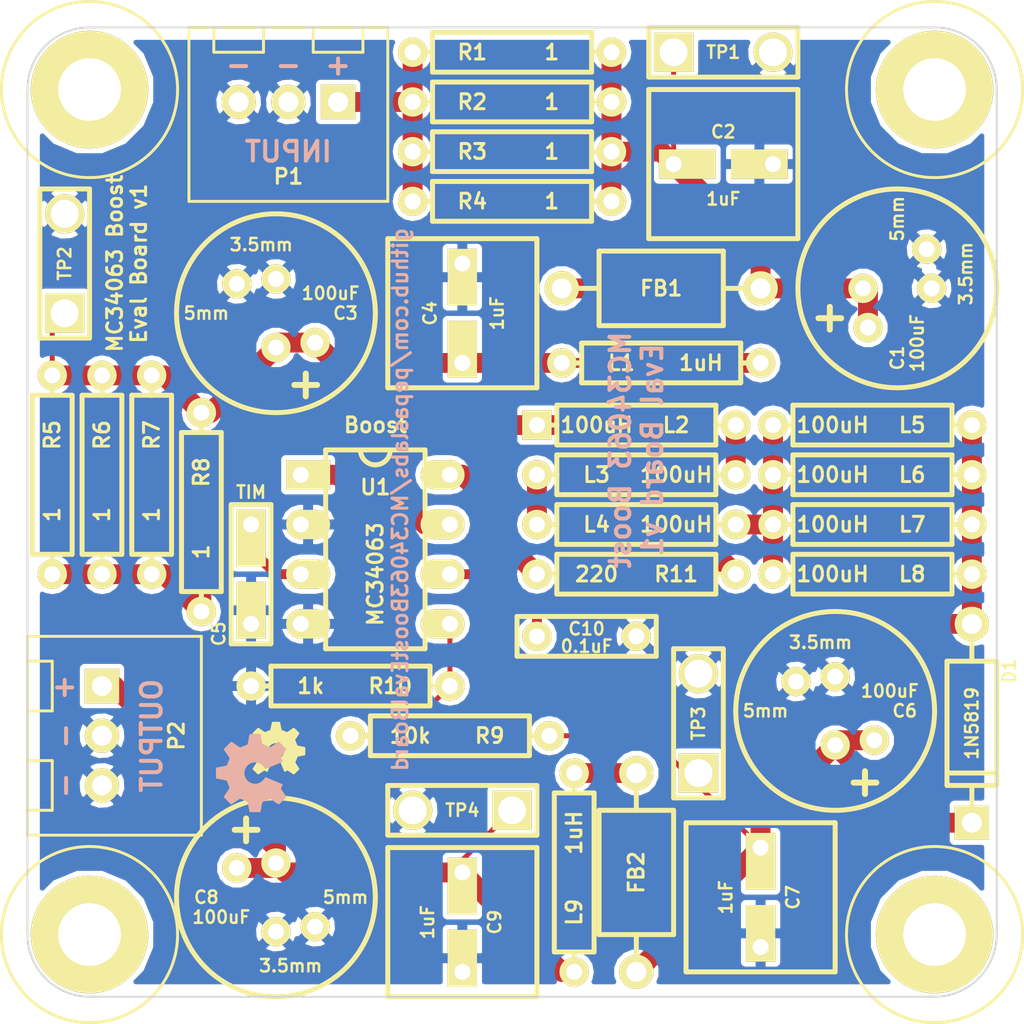
<source format=kicad_pcb>
(kicad_pcb (version 3) (host pcbnew "(2013-07-07 BZR 4022)-stable")

  (general
    (links 80)
    (no_connects 0)
    (area 162.509999 152.349999 212.140001 201.980001)
    (thickness 1.6)
    (drawings 20)
    (tracks 119)
    (zones 0)
    (modules 46)
    (nets 17)
  )

  (page A3)
  (layers
    (15 F.Cu signal)
    (0 B.Cu signal)
    (16 B.Adhes user)
    (17 F.Adhes user)
    (18 B.Paste user)
    (19 F.Paste user)
    (20 B.SilkS user)
    (21 F.SilkS user)
    (22 B.Mask user)
    (23 F.Mask user)
    (24 Dwgs.User user)
    (25 Cmts.User user)
    (26 Eco1.User user)
    (27 Eco2.User user)
    (28 Edge.Cuts user)
  )

  (setup
    (last_trace_width 0.254)
    (user_trace_width 0.508)
    (user_trace_width 0.762)
    (user_trace_width 1.016)
    (trace_clearance 0.254)
    (zone_clearance 0.254)
    (zone_45_only no)
    (trace_min 0.254)
    (segment_width 0.2)
    (edge_width 0.1)
    (via_size 0.889)
    (via_drill 0.635)
    (via_min_size 0.889)
    (via_min_drill 0.508)
    (uvia_size 0.508)
    (uvia_drill 0.127)
    (uvias_allowed no)
    (uvia_min_size 0.508)
    (uvia_min_drill 0.127)
    (pcb_text_width 0.3)
    (pcb_text_size 1.5 1.5)
    (mod_edge_width 0.254)
    (mod_text_size 1 1)
    (mod_text_width 0.15)
    (pad_size 1.4986 1.4986)
    (pad_drill 0.8128)
    (pad_to_mask_clearance 0)
    (aux_axis_origin 0 0)
    (visible_elements 7FFFFFFF)
    (pcbplotparams
      (layerselection 284196865)
      (usegerberextensions true)
      (excludeedgelayer true)
      (linewidth 0.150000)
      (plotframeref false)
      (viasonmask false)
      (mode 1)
      (useauxorigin false)
      (hpglpennumber 1)
      (hpglpenspeed 20)
      (hpglpendiameter 15)
      (hpglpenoverlay 2)
      (psnegative false)
      (psa4output false)
      (plotreference true)
      (plotvalue true)
      (plotothertext true)
      (plotinvisibletext false)
      (padsonsilk false)
      (subtractmaskfromsilk false)
      (outputformat 1)
      (mirror false)
      (drillshape 0)
      (scaleselection 1)
      (outputdirectory ../gerbers/))
  )

  (net 0 "")
  (net 1 GND)
  (net 2 N-000001)
  (net 3 N-0000010)
  (net 4 N-0000012)
  (net 5 N-0000013)
  (net 6 N-0000014)
  (net 7 N-0000015)
  (net 8 N-0000016)
  (net 9 N-000002)
  (net 10 N-000003)
  (net 11 N-000004)
  (net 12 N-000006)
  (net 13 N-000007)
  (net 14 N-000008)
  (net 15 N-000009)
  (net 16 Vin)

  (net_class Default "This is the default net class."
    (clearance 0.254)
    (trace_width 0.254)
    (via_dia 0.889)
    (via_drill 0.635)
    (uvia_dia 0.508)
    (uvia_drill 0.127)
    (add_net "")
    (add_net GND)
    (add_net N-000001)
    (add_net N-0000010)
    (add_net N-0000012)
    (add_net N-0000013)
    (add_net N-0000014)
    (add_net N-0000015)
    (add_net N-0000016)
    (add_net N-000002)
    (add_net N-000003)
    (add_net N-000004)
    (add_net N-000006)
    (add_net N-000007)
    (add_net N-000008)
    (add_net N-000009)
    (add_net Vin)
  )

  (module TERMINAL_BLOCK_2_5mm (layer F.Cu) (tedit 5525C287) (tstamp 554F039B)
    (at 175.895 156.21 180)
    (descr "2 pin terminal block, 5mm spacing")
    (tags "CONN DEV")
    (path /554E7D5E)
    (fp_text reference P1 (at 0 -3.81 180) (layer F.SilkS)
      (effects (font (size 0.762 0.762) (thickness 0.1524)))
    )
    (fp_text value CONN_2 (at 0 -1.905 180) (layer F.SilkS) hide
      (effects (font (size 0.762 0.762) (thickness 0.1524)))
    )
    (fp_line (start 1.27 3.81) (end 1.27 2.54) (layer F.SilkS) (width 0.15))
    (fp_line (start 1.27 2.54) (end 3.81 2.54) (layer F.SilkS) (width 0.15))
    (fp_line (start 3.81 2.54) (end 3.81 3.81) (layer F.SilkS) (width 0.15))
    (fp_line (start -3.81 3.81) (end -3.81 2.54) (layer F.SilkS) (width 0.15))
    (fp_line (start -3.81 2.54) (end -1.27 2.54) (layer F.SilkS) (width 0.15))
    (fp_line (start -1.27 2.54) (end -1.27 3.81) (layer F.SilkS) (width 0.15))
    (fp_line (start -5.08 -5.08) (end -5.08 3.81) (layer F.SilkS) (width 0.15))
    (fp_line (start -5.08 3.81) (end 5.08 3.81) (layer F.SilkS) (width 0.15))
    (fp_line (start 5.08 3.81) (end 5.08 -5.08) (layer F.SilkS) (width 0.15))
    (fp_line (start 5.08 -5.08) (end -5.08 -5.08) (layer F.SilkS) (width 0.15))
    (pad 1 thru_hole rect (at -2.54 0 180) (size 1.7526 1.7526) (drill 1.016)
      (layers *.Cu *.Mask F.SilkS)
      (net 16 Vin)
    )
    (pad 2 thru_hole circle (at 2.54 0 180) (size 1.7526 1.7526) (drill 1.016)
      (layers *.Cu *.Mask F.SilkS)
      (net 1 GND)
    )
    (pad 2 thru_hole circle (at 0 0 180) (size 1.7526 1.7526) (drill 1.016)
      (layers *.Cu *.Mask F.SilkS)
      (net 1 GND)
    )
    (model pin_array/pins_array_2x1.wrl
      (at (xyz 0 0 0))
      (scale (xyz 1 1 1))
      (rotate (xyz 0 0 0))
    )
  )

  (module TERMINAL_BLOCK_2_5mm (layer F.Cu) (tedit 5525C287) (tstamp 554F03AC)
    (at 166.37 188.595 270)
    (descr "2 pin terminal block, 5mm spacing")
    (tags "CONN DEV")
    (path /554E818C)
    (fp_text reference P2 (at 0 -3.81 270) (layer F.SilkS)
      (effects (font (size 0.762 0.762) (thickness 0.1524)))
    )
    (fp_text value CONN_2 (at 0 -1.905 270) (layer F.SilkS) hide
      (effects (font (size 0.762 0.762) (thickness 0.1524)))
    )
    (fp_line (start 1.27 3.81) (end 1.27 2.54) (layer F.SilkS) (width 0.15))
    (fp_line (start 1.27 2.54) (end 3.81 2.54) (layer F.SilkS) (width 0.15))
    (fp_line (start 3.81 2.54) (end 3.81 3.81) (layer F.SilkS) (width 0.15))
    (fp_line (start -3.81 3.81) (end -3.81 2.54) (layer F.SilkS) (width 0.15))
    (fp_line (start -3.81 2.54) (end -1.27 2.54) (layer F.SilkS) (width 0.15))
    (fp_line (start -1.27 2.54) (end -1.27 3.81) (layer F.SilkS) (width 0.15))
    (fp_line (start -5.08 -5.08) (end -5.08 3.81) (layer F.SilkS) (width 0.15))
    (fp_line (start -5.08 3.81) (end 5.08 3.81) (layer F.SilkS) (width 0.15))
    (fp_line (start 5.08 3.81) (end 5.08 -5.08) (layer F.SilkS) (width 0.15))
    (fp_line (start 5.08 -5.08) (end -5.08 -5.08) (layer F.SilkS) (width 0.15))
    (pad 1 thru_hole rect (at -2.54 0 270) (size 1.7526 1.7526) (drill 1.016)
      (layers *.Cu *.Mask F.SilkS)
      (net 8 N-0000016)
    )
    (pad 2 thru_hole circle (at 2.54 0 270) (size 1.7526 1.7526) (drill 1.016)
      (layers *.Cu *.Mask F.SilkS)
      (net 1 GND)
    )
    (pad 2 thru_hole circle (at 0 0 270) (size 1.7526 1.7526) (drill 1.016)
      (layers *.Cu *.Mask F.SilkS)
      (net 1 GND)
    )
    (model pin_array/pins_array_2x1.wrl
      (at (xyz 0 0 0))
      (scale (xyz 1 1 1))
      (rotate (xyz 0 0 0))
    )
  )

  (module R_AXIAL_0W25_059A_PL (layer F.Cu) (tedit 53A245D9) (tstamp 554F03B9)
    (at 189.865 169.545)
    (descr "Resistor Axial 1/4W 0.4\"")
    (tags R)
    (path /554EEB61)
    (autoplace_cost180 10)
    (fp_text reference L1 (at 3.048 0) (layer F.SilkS)
      (effects (font (size 0.762 0.762) (thickness 0.1524)))
    )
    (fp_text value 1uH (at 7.112 0) (layer F.SilkS)
      (effects (font (size 0.762 0.762) (thickness 0.1524)))
    )
    (fp_line (start 0 0) (end 1.016 0) (layer F.SilkS) (width 0.254))
    (fp_line (start 1.016 0) (end 1.016 -1.016) (layer F.SilkS) (width 0.254))
    (fp_line (start 1.016 -1.016) (end 9.144 -1.016) (layer F.SilkS) (width 0.254))
    (fp_line (start 9.144 -1.016) (end 9.144 1.016) (layer F.SilkS) (width 0.254))
    (fp_line (start 9.144 1.016) (end 1.016 1.016) (layer F.SilkS) (width 0.254))
    (fp_line (start 1.016 1.016) (end 1.016 0) (layer F.SilkS) (width 0.254))
    (fp_line (start 10.16 0) (end 9.144 0) (layer F.SilkS) (width 0.254))
    (pad 1 thru_hole oval (at 0 0) (size 1.4986 1.4986) (drill 0.8128)
      (layers *.Cu *.Mask F.SilkS)
      (net 6 N-0000014)
    )
    (pad 2 thru_hole oval (at 10.16 0) (size 1.4986 1.4986) (drill 0.8128)
      (layers *.Cu *.Mask F.SilkS)
      (net 10 N-000003)
    )
    (model discret/resistor.wrl
      (at (xyz 0 0 0))
      (scale (xyz 0.4 0.4 0.4))
      (rotate (xyz 0 0 0))
    )
  )

  (module R_AXIAL_0W25_059A_PL (layer F.Cu) (tedit 53A245D9) (tstamp 554F03C6)
    (at 182.245 156.21)
    (descr "Resistor Axial 1/4W 0.4\"")
    (tags R)
    (path /554EF401)
    (autoplace_cost180 10)
    (fp_text reference R2 (at 3.048 0) (layer F.SilkS)
      (effects (font (size 0.762 0.762) (thickness 0.1524)))
    )
    (fp_text value 1 (at 7.112 0) (layer F.SilkS)
      (effects (font (size 0.762 0.762) (thickness 0.1524)))
    )
    (fp_line (start 0 0) (end 1.016 0) (layer F.SilkS) (width 0.254))
    (fp_line (start 1.016 0) (end 1.016 -1.016) (layer F.SilkS) (width 0.254))
    (fp_line (start 1.016 -1.016) (end 9.144 -1.016) (layer F.SilkS) (width 0.254))
    (fp_line (start 9.144 -1.016) (end 9.144 1.016) (layer F.SilkS) (width 0.254))
    (fp_line (start 9.144 1.016) (end 1.016 1.016) (layer F.SilkS) (width 0.254))
    (fp_line (start 1.016 1.016) (end 1.016 0) (layer F.SilkS) (width 0.254))
    (fp_line (start 10.16 0) (end 9.144 0) (layer F.SilkS) (width 0.254))
    (pad 1 thru_hole oval (at 0 0) (size 1.4986 1.4986) (drill 0.8128)
      (layers *.Cu *.Mask F.SilkS)
      (net 16 Vin)
    )
    (pad 2 thru_hole oval (at 10.16 0) (size 1.4986 1.4986) (drill 0.8128)
      (layers *.Cu *.Mask F.SilkS)
      (net 7 N-0000015)
    )
    (model discret/resistor.wrl
      (at (xyz 0 0 0))
      (scale (xyz 0.4 0.4 0.4))
      (rotate (xyz 0 0 0))
    )
  )

  (module R_AXIAL_0W25_059A_PL (layer F.Cu) (tedit 53A245D9) (tstamp 554F03D3)
    (at 182.245 158.75)
    (descr "Resistor Axial 1/4W 0.4\"")
    (tags R)
    (path /554EF407)
    (autoplace_cost180 10)
    (fp_text reference R3 (at 3.048 0) (layer F.SilkS)
      (effects (font (size 0.762 0.762) (thickness 0.1524)))
    )
    (fp_text value 1 (at 7.112 0) (layer F.SilkS)
      (effects (font (size 0.762 0.762) (thickness 0.1524)))
    )
    (fp_line (start 0 0) (end 1.016 0) (layer F.SilkS) (width 0.254))
    (fp_line (start 1.016 0) (end 1.016 -1.016) (layer F.SilkS) (width 0.254))
    (fp_line (start 1.016 -1.016) (end 9.144 -1.016) (layer F.SilkS) (width 0.254))
    (fp_line (start 9.144 -1.016) (end 9.144 1.016) (layer F.SilkS) (width 0.254))
    (fp_line (start 9.144 1.016) (end 1.016 1.016) (layer F.SilkS) (width 0.254))
    (fp_line (start 1.016 1.016) (end 1.016 0) (layer F.SilkS) (width 0.254))
    (fp_line (start 10.16 0) (end 9.144 0) (layer F.SilkS) (width 0.254))
    (pad 1 thru_hole oval (at 0 0) (size 1.4986 1.4986) (drill 0.8128)
      (layers *.Cu *.Mask F.SilkS)
      (net 16 Vin)
    )
    (pad 2 thru_hole oval (at 10.16 0) (size 1.4986 1.4986) (drill 0.8128)
      (layers *.Cu *.Mask F.SilkS)
      (net 7 N-0000015)
    )
    (model discret/resistor.wrl
      (at (xyz 0 0 0))
      (scale (xyz 0.4 0.4 0.4))
      (rotate (xyz 0 0 0))
    )
  )

  (module R_AXIAL_0W25_059A_PL (layer F.Cu) (tedit 53A245D9) (tstamp 554F03E0)
    (at 190.5 200.66 90)
    (descr "Resistor Axial 1/4W 0.4\"")
    (tags R)
    (path /554EE9BF)
    (autoplace_cost180 10)
    (fp_text reference L9 (at 3.048 0 90) (layer F.SilkS)
      (effects (font (size 0.762 0.762) (thickness 0.1524)))
    )
    (fp_text value 1uH (at 7.112 0 90) (layer F.SilkS)
      (effects (font (size 0.762 0.762) (thickness 0.1524)))
    )
    (fp_line (start 0 0) (end 1.016 0) (layer F.SilkS) (width 0.254))
    (fp_line (start 1.016 0) (end 1.016 -1.016) (layer F.SilkS) (width 0.254))
    (fp_line (start 1.016 -1.016) (end 9.144 -1.016) (layer F.SilkS) (width 0.254))
    (fp_line (start 9.144 -1.016) (end 9.144 1.016) (layer F.SilkS) (width 0.254))
    (fp_line (start 9.144 1.016) (end 1.016 1.016) (layer F.SilkS) (width 0.254))
    (fp_line (start 1.016 1.016) (end 1.016 0) (layer F.SilkS) (width 0.254))
    (fp_line (start 10.16 0) (end 9.144 0) (layer F.SilkS) (width 0.254))
    (pad 1 thru_hole oval (at 0 0 90) (size 1.4986 1.4986) (drill 0.8128)
      (layers *.Cu *.Mask F.SilkS)
      (net 8 N-0000016)
    )
    (pad 2 thru_hole oval (at 10.16 0 90) (size 1.4986 1.4986) (drill 0.8128)
      (layers *.Cu *.Mask F.SilkS)
      (net 11 N-000004)
    )
    (model discret/resistor.wrl
      (at (xyz 0 0 0))
      (scale (xyz 0.4 0.4 0.4))
      (rotate (xyz 0 0 0))
    )
  )

  (module R_AXIAL_0W25_059A_PL (layer F.Cu) (tedit 53A245D9) (tstamp 554F03ED)
    (at 182.245 161.29)
    (descr "Resistor Axial 1/4W 0.4\"")
    (tags R)
    (path /554EF40D)
    (autoplace_cost180 10)
    (fp_text reference R4 (at 3.048 0) (layer F.SilkS)
      (effects (font (size 0.762 0.762) (thickness 0.1524)))
    )
    (fp_text value 1 (at 7.112 0) (layer F.SilkS)
      (effects (font (size 0.762 0.762) (thickness 0.1524)))
    )
    (fp_line (start 0 0) (end 1.016 0) (layer F.SilkS) (width 0.254))
    (fp_line (start 1.016 0) (end 1.016 -1.016) (layer F.SilkS) (width 0.254))
    (fp_line (start 1.016 -1.016) (end 9.144 -1.016) (layer F.SilkS) (width 0.254))
    (fp_line (start 9.144 -1.016) (end 9.144 1.016) (layer F.SilkS) (width 0.254))
    (fp_line (start 9.144 1.016) (end 1.016 1.016) (layer F.SilkS) (width 0.254))
    (fp_line (start 1.016 1.016) (end 1.016 0) (layer F.SilkS) (width 0.254))
    (fp_line (start 10.16 0) (end 9.144 0) (layer F.SilkS) (width 0.254))
    (pad 1 thru_hole oval (at 0 0) (size 1.4986 1.4986) (drill 0.8128)
      (layers *.Cu *.Mask F.SilkS)
      (net 16 Vin)
    )
    (pad 2 thru_hole oval (at 10.16 0) (size 1.4986 1.4986) (drill 0.8128)
      (layers *.Cu *.Mask F.SilkS)
      (net 7 N-0000015)
    )
    (model discret/resistor.wrl
      (at (xyz 0 0 0))
      (scale (xyz 0.4 0.4 0.4))
      (rotate (xyz 0 0 0))
    )
  )

  (module R_AXIAL_0W25_059A_PL (layer F.Cu) (tedit 53A245D9) (tstamp 554F03FA)
    (at 182.245 153.67)
    (descr "Resistor Axial 1/4W 0.4\"")
    (tags R)
    (path /554EF413)
    (autoplace_cost180 10)
    (fp_text reference R1 (at 3.048 0) (layer F.SilkS)
      (effects (font (size 0.762 0.762) (thickness 0.1524)))
    )
    (fp_text value 1 (at 7.112 0) (layer F.SilkS)
      (effects (font (size 0.762 0.762) (thickness 0.1524)))
    )
    (fp_line (start 0 0) (end 1.016 0) (layer F.SilkS) (width 0.254))
    (fp_line (start 1.016 0) (end 1.016 -1.016) (layer F.SilkS) (width 0.254))
    (fp_line (start 1.016 -1.016) (end 9.144 -1.016) (layer F.SilkS) (width 0.254))
    (fp_line (start 9.144 -1.016) (end 9.144 1.016) (layer F.SilkS) (width 0.254))
    (fp_line (start 9.144 1.016) (end 1.016 1.016) (layer F.SilkS) (width 0.254))
    (fp_line (start 1.016 1.016) (end 1.016 0) (layer F.SilkS) (width 0.254))
    (fp_line (start 10.16 0) (end 9.144 0) (layer F.SilkS) (width 0.254))
    (pad 1 thru_hole oval (at 0 0) (size 1.4986 1.4986) (drill 0.8128)
      (layers *.Cu *.Mask F.SilkS)
      (net 16 Vin)
    )
    (pad 2 thru_hole oval (at 10.16 0) (size 1.4986 1.4986) (drill 0.8128)
      (layers *.Cu *.Mask F.SilkS)
      (net 7 N-0000015)
    )
    (model discret/resistor.wrl
      (at (xyz 0 0 0))
      (scale (xyz 0.4 0.4 0.4))
      (rotate (xyz 0 0 0))
    )
  )

  (module R_AXIAL_0W25_059A_PL (layer F.Cu) (tedit 53A245D9) (tstamp 554F0407)
    (at 188.595 175.26)
    (descr "Resistor Axial 1/4W 0.4\"")
    (tags R)
    (path /554F0143)
    (autoplace_cost180 10)
    (fp_text reference L3 (at 3.048 0) (layer F.SilkS)
      (effects (font (size 0.762 0.762) (thickness 0.1524)))
    )
    (fp_text value 100uH (at 7.112 0) (layer F.SilkS)
      (effects (font (size 0.762 0.762) (thickness 0.1524)))
    )
    (fp_line (start 0 0) (end 1.016 0) (layer F.SilkS) (width 0.254))
    (fp_line (start 1.016 0) (end 1.016 -1.016) (layer F.SilkS) (width 0.254))
    (fp_line (start 1.016 -1.016) (end 9.144 -1.016) (layer F.SilkS) (width 0.254))
    (fp_line (start 9.144 -1.016) (end 9.144 1.016) (layer F.SilkS) (width 0.254))
    (fp_line (start 9.144 1.016) (end 1.016 1.016) (layer F.SilkS) (width 0.254))
    (fp_line (start 1.016 1.016) (end 1.016 0) (layer F.SilkS) (width 0.254))
    (fp_line (start 10.16 0) (end 9.144 0) (layer F.SilkS) (width 0.254))
    (pad 1 thru_hole oval (at 0 0) (size 1.4986 1.4986) (drill 0.8128)
      (layers *.Cu *.Mask F.SilkS)
      (net 9 N-000002)
    )
    (pad 2 thru_hole oval (at 10.16 0) (size 1.4986 1.4986) (drill 0.8128)
      (layers *.Cu *.Mask F.SilkS)
      (net 2 N-000001)
    )
    (model discret/resistor.wrl
      (at (xyz 0 0 0))
      (scale (xyz 0.4 0.4 0.4))
      (rotate (xyz 0 0 0))
    )
  )

  (module R_AXIAL_0W25_059A_PL (layer F.Cu) (tedit 53A245D9) (tstamp 554F0414)
    (at 188.595 177.8)
    (descr "Resistor Axial 1/4W 0.4\"")
    (tags R)
    (path /554F0149)
    (autoplace_cost180 10)
    (fp_text reference L4 (at 3.048 0) (layer F.SilkS)
      (effects (font (size 0.762 0.762) (thickness 0.1524)))
    )
    (fp_text value 100uH (at 7.112 0) (layer F.SilkS)
      (effects (font (size 0.762 0.762) (thickness 0.1524)))
    )
    (fp_line (start 0 0) (end 1.016 0) (layer F.SilkS) (width 0.254))
    (fp_line (start 1.016 0) (end 1.016 -1.016) (layer F.SilkS) (width 0.254))
    (fp_line (start 1.016 -1.016) (end 9.144 -1.016) (layer F.SilkS) (width 0.254))
    (fp_line (start 9.144 -1.016) (end 9.144 1.016) (layer F.SilkS) (width 0.254))
    (fp_line (start 9.144 1.016) (end 1.016 1.016) (layer F.SilkS) (width 0.254))
    (fp_line (start 1.016 1.016) (end 1.016 0) (layer F.SilkS) (width 0.254))
    (fp_line (start 10.16 0) (end 9.144 0) (layer F.SilkS) (width 0.254))
    (pad 1 thru_hole oval (at 0 0) (size 1.4986 1.4986) (drill 0.8128)
      (layers *.Cu *.Mask F.SilkS)
      (net 9 N-000002)
    )
    (pad 2 thru_hole oval (at 10.16 0) (size 1.4986 1.4986) (drill 0.8128)
      (layers *.Cu *.Mask F.SilkS)
      (net 14 N-000008)
    )
    (model discret/resistor.wrl
      (at (xyz 0 0 0))
      (scale (xyz 0.4 0.4 0.4))
      (rotate (xyz 0 0 0))
    )
  )

  (module R_AXIAL_0W25_059A_PL (layer F.Cu) (tedit 554F1F40) (tstamp 554F0421)
    (at 184.15 186.055 180)
    (descr "Resistor Axial 1/4W 0.4\"")
    (tags R)
    (path /554E8339)
    (autoplace_cost180 10)
    (fp_text reference R10 (at 3.048 0 180) (layer F.SilkS)
      (effects (font (size 0.762 0.762) (thickness 0.1524)))
    )
    (fp_text value 1k (at 7.112 0 180) (layer F.SilkS)
      (effects (font (size 0.762 0.762) (thickness 0.1524)))
    )
    (fp_line (start 0 0) (end 1.016 0) (layer F.SilkS) (width 0.254))
    (fp_line (start 1.016 0) (end 1.016 -1.016) (layer F.SilkS) (width 0.254))
    (fp_line (start 1.016 -1.016) (end 9.144 -1.016) (layer F.SilkS) (width 0.254))
    (fp_line (start 9.144 -1.016) (end 9.144 1.016) (layer F.SilkS) (width 0.254))
    (fp_line (start 9.144 1.016) (end 1.016 1.016) (layer F.SilkS) (width 0.254))
    (fp_line (start 1.016 1.016) (end 1.016 0) (layer F.SilkS) (width 0.254))
    (fp_line (start 10.16 0) (end 9.144 0) (layer F.SilkS) (width 0.254))
    (pad 1 thru_hole oval (at 0 0 180) (size 1.4986 1.4986) (drill 0.8128)
      (layers *.Cu *.Mask F.SilkS)
      (net 5 N-0000013)
    )
    (pad 2 thru_hole oval (at 10.16 0 180) (size 1.4986 1.4986) (drill 0.8128)
      (layers *.Cu *.Mask F.SilkS)
      (net 1 GND)
    )
    (model discret/resistor.wrl
      (at (xyz 0 0 0))
      (scale (xyz 0.4 0.4 0.4))
      (rotate (xyz 0 0 0))
    )
  )

  (module R_AXIAL_0W25_059A_PL (layer F.Cu) (tedit 554F1F49) (tstamp 554F042E)
    (at 189.23 188.595 180)
    (descr "Resistor Axial 1/4W 0.4\"")
    (tags R)
    (path /554E832A)
    (autoplace_cost180 10)
    (fp_text reference R9 (at 3.048 0 180) (layer F.SilkS)
      (effects (font (size 0.762 0.762) (thickness 0.1524)))
    )
    (fp_text value 10k (at 7.112 0 180) (layer F.SilkS)
      (effects (font (size 0.762 0.762) (thickness 0.1524)))
    )
    (fp_line (start 0 0) (end 1.016 0) (layer F.SilkS) (width 0.254))
    (fp_line (start 1.016 0) (end 1.016 -1.016) (layer F.SilkS) (width 0.254))
    (fp_line (start 1.016 -1.016) (end 9.144 -1.016) (layer F.SilkS) (width 0.254))
    (fp_line (start 9.144 -1.016) (end 9.144 1.016) (layer F.SilkS) (width 0.254))
    (fp_line (start 9.144 1.016) (end 1.016 1.016) (layer F.SilkS) (width 0.254))
    (fp_line (start 1.016 1.016) (end 1.016 0) (layer F.SilkS) (width 0.254))
    (fp_line (start 10.16 0) (end 9.144 0) (layer F.SilkS) (width 0.254))
    (pad 1 thru_hole oval (at 0 0 180) (size 1.4986 1.4986) (drill 0.8128)
      (layers *.Cu *.Mask F.SilkS)
      (net 12 N-000006)
    )
    (pad 2 thru_hole oval (at 10.16 0 180) (size 1.4986 1.4986) (drill 0.8128)
      (layers *.Cu *.Mask F.SilkS)
      (net 5 N-0000013)
    )
    (model discret/resistor.wrl
      (at (xyz 0 0 0))
      (scale (xyz 0.4 0.4 0.4))
      (rotate (xyz 0 0 0))
    )
  )

  (module R_AXIAL_0W25_059A_PL (layer F.Cu) (tedit 53A245D9) (tstamp 554F043B)
    (at 210.82 172.72 180)
    (descr "Resistor Axial 1/4W 0.4\"")
    (tags R)
    (path /554F0150)
    (autoplace_cost180 10)
    (fp_text reference L5 (at 3.048 0 180) (layer F.SilkS)
      (effects (font (size 0.762 0.762) (thickness 0.1524)))
    )
    (fp_text value 100uH (at 7.112 0 180) (layer F.SilkS)
      (effects (font (size 0.762 0.762) (thickness 0.1524)))
    )
    (fp_line (start 0 0) (end 1.016 0) (layer F.SilkS) (width 0.254))
    (fp_line (start 1.016 0) (end 1.016 -1.016) (layer F.SilkS) (width 0.254))
    (fp_line (start 1.016 -1.016) (end 9.144 -1.016) (layer F.SilkS) (width 0.254))
    (fp_line (start 9.144 -1.016) (end 9.144 1.016) (layer F.SilkS) (width 0.254))
    (fp_line (start 9.144 1.016) (end 1.016 1.016) (layer F.SilkS) (width 0.254))
    (fp_line (start 1.016 1.016) (end 1.016 0) (layer F.SilkS) (width 0.254))
    (fp_line (start 10.16 0) (end 9.144 0) (layer F.SilkS) (width 0.254))
    (pad 1 thru_hole oval (at 0 0 180) (size 1.4986 1.4986) (drill 0.8128)
      (layers *.Cu *.Mask F.SilkS)
      (net 15 N-000009)
    )
    (pad 2 thru_hole oval (at 10.16 0 180) (size 1.4986 1.4986) (drill 0.8128)
      (layers *.Cu *.Mask F.SilkS)
      (net 14 N-000008)
    )
    (model discret/resistor.wrl
      (at (xyz 0 0 0))
      (scale (xyz 0.4 0.4 0.4))
      (rotate (xyz 0 0 0))
    )
  )

  (module R_AXIAL_0W25_059A_PL (layer F.Cu) (tedit 554F13F7) (tstamp 554F0448)
    (at 198.755 172.72 180)
    (descr "Resistor Axial 1/4W 0.4\"")
    (tags R)
    (path /554E8161)
    (autoplace_cost180 10)
    (fp_text reference L2 (at 3.048 0 180) (layer F.SilkS)
      (effects (font (size 0.762 0.762) (thickness 0.1524)))
    )
    (fp_text value 100uH (at 7.112 0 180) (layer F.SilkS)
      (effects (font (size 0.762 0.762) (thickness 0.1524)))
    )
    (fp_line (start 0 0) (end 1.016 0) (layer F.SilkS) (width 0.254))
    (fp_line (start 1.016 0) (end 1.016 -1.016) (layer F.SilkS) (width 0.254))
    (fp_line (start 1.016 -1.016) (end 9.144 -1.016) (layer F.SilkS) (width 0.254))
    (fp_line (start 9.144 -1.016) (end 9.144 1.016) (layer F.SilkS) (width 0.254))
    (fp_line (start 9.144 1.016) (end 1.016 1.016) (layer F.SilkS) (width 0.254))
    (fp_line (start 1.016 1.016) (end 1.016 0) (layer F.SilkS) (width 0.254))
    (fp_line (start 10.16 0) (end 9.144 0) (layer F.SilkS) (width 0.254))
    (pad 1 thru_hole oval (at 0 0 180) (size 1.4986 1.4986) (drill 0.8128)
      (layers *.Cu *.Mask F.SilkS)
      (net 2 N-000001)
    )
    (pad 2 thru_hole rect (at 10.16 0 180) (size 1.4986 1.4986) (drill 0.8128)
      (layers *.Cu *.Mask F.SilkS)
      (net 3 N-0000010)
    )
    (model discret/resistor.wrl
      (at (xyz 0 0 0))
      (scale (xyz 0.4 0.4 0.4))
      (rotate (xyz 0 0 0))
    )
  )

  (module R_AXIAL_0W25_059A_PL (layer F.Cu) (tedit 53A245D9) (tstamp 554F0455)
    (at 210.82 175.26 180)
    (descr "Resistor Axial 1/4W 0.4\"")
    (tags R)
    (path /554F02FB)
    (autoplace_cost180 10)
    (fp_text reference L6 (at 3.048 0 180) (layer F.SilkS)
      (effects (font (size 0.762 0.762) (thickness 0.1524)))
    )
    (fp_text value 100uH (at 7.112 0 180) (layer F.SilkS)
      (effects (font (size 0.762 0.762) (thickness 0.1524)))
    )
    (fp_line (start 0 0) (end 1.016 0) (layer F.SilkS) (width 0.254))
    (fp_line (start 1.016 0) (end 1.016 -1.016) (layer F.SilkS) (width 0.254))
    (fp_line (start 1.016 -1.016) (end 9.144 -1.016) (layer F.SilkS) (width 0.254))
    (fp_line (start 9.144 -1.016) (end 9.144 1.016) (layer F.SilkS) (width 0.254))
    (fp_line (start 9.144 1.016) (end 1.016 1.016) (layer F.SilkS) (width 0.254))
    (fp_line (start 1.016 1.016) (end 1.016 0) (layer F.SilkS) (width 0.254))
    (fp_line (start 10.16 0) (end 9.144 0) (layer F.SilkS) (width 0.254))
    (pad 1 thru_hole oval (at 0 0 180) (size 1.4986 1.4986) (drill 0.8128)
      (layers *.Cu *.Mask F.SilkS)
      (net 15 N-000009)
    )
    (pad 2 thru_hole oval (at 10.16 0 180) (size 1.4986 1.4986) (drill 0.8128)
      (layers *.Cu *.Mask F.SilkS)
      (net 14 N-000008)
    )
    (model discret/resistor.wrl
      (at (xyz 0 0 0))
      (scale (xyz 0.4 0.4 0.4))
      (rotate (xyz 0 0 0))
    )
  )

  (module R_AXIAL_0W25_059A_PL (layer F.Cu) (tedit 53A245D9) (tstamp 554F0462)
    (at 163.83 170.18 270)
    (descr "Resistor Axial 1/4W 0.4\"")
    (tags R)
    (path /554E7EDB)
    (autoplace_cost180 10)
    (fp_text reference R5 (at 3.048 0 270) (layer F.SilkS)
      (effects (font (size 0.762 0.762) (thickness 0.1524)))
    )
    (fp_text value 1 (at 7.112 0 270) (layer F.SilkS)
      (effects (font (size 0.762 0.762) (thickness 0.1524)))
    )
    (fp_line (start 0 0) (end 1.016 0) (layer F.SilkS) (width 0.254))
    (fp_line (start 1.016 0) (end 1.016 -1.016) (layer F.SilkS) (width 0.254))
    (fp_line (start 1.016 -1.016) (end 9.144 -1.016) (layer F.SilkS) (width 0.254))
    (fp_line (start 9.144 -1.016) (end 9.144 1.016) (layer F.SilkS) (width 0.254))
    (fp_line (start 9.144 1.016) (end 1.016 1.016) (layer F.SilkS) (width 0.254))
    (fp_line (start 1.016 1.016) (end 1.016 0) (layer F.SilkS) (width 0.254))
    (fp_line (start 10.16 0) (end 9.144 0) (layer F.SilkS) (width 0.254))
    (pad 1 thru_hole oval (at 0 0 270) (size 1.4986 1.4986) (drill 0.8128)
      (layers *.Cu *.Mask F.SilkS)
      (net 6 N-0000014)
    )
    (pad 2 thru_hole oval (at 10.16 0 270) (size 1.4986 1.4986) (drill 0.8128)
      (layers *.Cu *.Mask F.SilkS)
      (net 3 N-0000010)
    )
    (model discret/resistor.wrl
      (at (xyz 0 0 0))
      (scale (xyz 0.4 0.4 0.4))
      (rotate (xyz 0 0 0))
    )
  )

  (module R_AXIAL_0W25_059A_PL (layer F.Cu) (tedit 53A245D9) (tstamp 554F046F)
    (at 171.45 172.085 270)
    (descr "Resistor Axial 1/4W 0.4\"")
    (tags R)
    (path /554E7ECC)
    (autoplace_cost180 10)
    (fp_text reference R8 (at 3.048 0 270) (layer F.SilkS)
      (effects (font (size 0.762 0.762) (thickness 0.1524)))
    )
    (fp_text value 1 (at 7.112 0 270) (layer F.SilkS)
      (effects (font (size 0.762 0.762) (thickness 0.1524)))
    )
    (fp_line (start 0 0) (end 1.016 0) (layer F.SilkS) (width 0.254))
    (fp_line (start 1.016 0) (end 1.016 -1.016) (layer F.SilkS) (width 0.254))
    (fp_line (start 1.016 -1.016) (end 9.144 -1.016) (layer F.SilkS) (width 0.254))
    (fp_line (start 9.144 -1.016) (end 9.144 1.016) (layer F.SilkS) (width 0.254))
    (fp_line (start 9.144 1.016) (end 1.016 1.016) (layer F.SilkS) (width 0.254))
    (fp_line (start 1.016 1.016) (end 1.016 0) (layer F.SilkS) (width 0.254))
    (fp_line (start 10.16 0) (end 9.144 0) (layer F.SilkS) (width 0.254))
    (pad 1 thru_hole oval (at 0 0 270) (size 1.4986 1.4986) (drill 0.8128)
      (layers *.Cu *.Mask F.SilkS)
      (net 6 N-0000014)
    )
    (pad 2 thru_hole oval (at 10.16 0 270) (size 1.4986 1.4986) (drill 0.8128)
      (layers *.Cu *.Mask F.SilkS)
      (net 3 N-0000010)
    )
    (model discret/resistor.wrl
      (at (xyz 0 0 0))
      (scale (xyz 0.4 0.4 0.4))
      (rotate (xyz 0 0 0))
    )
  )

  (module R_AXIAL_0W25_059A_PL (layer F.Cu) (tedit 53A245D9) (tstamp 554F047C)
    (at 168.91 170.18 270)
    (descr "Resistor Axial 1/4W 0.4\"")
    (tags R)
    (path /554E7EBD)
    (autoplace_cost180 10)
    (fp_text reference R7 (at 3.048 0 270) (layer F.SilkS)
      (effects (font (size 0.762 0.762) (thickness 0.1524)))
    )
    (fp_text value 1 (at 7.112 0 270) (layer F.SilkS)
      (effects (font (size 0.762 0.762) (thickness 0.1524)))
    )
    (fp_line (start 0 0) (end 1.016 0) (layer F.SilkS) (width 0.254))
    (fp_line (start 1.016 0) (end 1.016 -1.016) (layer F.SilkS) (width 0.254))
    (fp_line (start 1.016 -1.016) (end 9.144 -1.016) (layer F.SilkS) (width 0.254))
    (fp_line (start 9.144 -1.016) (end 9.144 1.016) (layer F.SilkS) (width 0.254))
    (fp_line (start 9.144 1.016) (end 1.016 1.016) (layer F.SilkS) (width 0.254))
    (fp_line (start 1.016 1.016) (end 1.016 0) (layer F.SilkS) (width 0.254))
    (fp_line (start 10.16 0) (end 9.144 0) (layer F.SilkS) (width 0.254))
    (pad 1 thru_hole oval (at 0 0 270) (size 1.4986 1.4986) (drill 0.8128)
      (layers *.Cu *.Mask F.SilkS)
      (net 6 N-0000014)
    )
    (pad 2 thru_hole oval (at 10.16 0 270) (size 1.4986 1.4986) (drill 0.8128)
      (layers *.Cu *.Mask F.SilkS)
      (net 3 N-0000010)
    )
    (model discret/resistor.wrl
      (at (xyz 0 0 0))
      (scale (xyz 0.4 0.4 0.4))
      (rotate (xyz 0 0 0))
    )
  )

  (module R_AXIAL_0W25_059A_PL (layer F.Cu) (tedit 53A245D9) (tstamp 554F0489)
    (at 166.37 170.18 270)
    (descr "Resistor Axial 1/4W 0.4\"")
    (tags R)
    (path /554E7EA3)
    (autoplace_cost180 10)
    (fp_text reference R6 (at 3.048 0 270) (layer F.SilkS)
      (effects (font (size 0.762 0.762) (thickness 0.1524)))
    )
    (fp_text value 1 (at 7.112 0 270) (layer F.SilkS)
      (effects (font (size 0.762 0.762) (thickness 0.1524)))
    )
    (fp_line (start 0 0) (end 1.016 0) (layer F.SilkS) (width 0.254))
    (fp_line (start 1.016 0) (end 1.016 -1.016) (layer F.SilkS) (width 0.254))
    (fp_line (start 1.016 -1.016) (end 9.144 -1.016) (layer F.SilkS) (width 0.254))
    (fp_line (start 9.144 -1.016) (end 9.144 1.016) (layer F.SilkS) (width 0.254))
    (fp_line (start 9.144 1.016) (end 1.016 1.016) (layer F.SilkS) (width 0.254))
    (fp_line (start 1.016 1.016) (end 1.016 0) (layer F.SilkS) (width 0.254))
    (fp_line (start 10.16 0) (end 9.144 0) (layer F.SilkS) (width 0.254))
    (pad 1 thru_hole oval (at 0 0 270) (size 1.4986 1.4986) (drill 0.8128)
      (layers *.Cu *.Mask F.SilkS)
      (net 6 N-0000014)
    )
    (pad 2 thru_hole oval (at 10.16 0 270) (size 1.4986 1.4986) (drill 0.8128)
      (layers *.Cu *.Mask F.SilkS)
      (net 3 N-0000010)
    )
    (model discret/resistor.wrl
      (at (xyz 0 0 0))
      (scale (xyz 0.4 0.4 0.4))
      (rotate (xyz 0 0 0))
    )
  )

  (module R_AXIAL_0W25_059A_PL (layer F.Cu) (tedit 53A245D9) (tstamp 554F0496)
    (at 210.82 177.8 180)
    (descr "Resistor Axial 1/4W 0.4\"")
    (tags R)
    (path /554F0301)
    (autoplace_cost180 10)
    (fp_text reference L7 (at 3.048 0 180) (layer F.SilkS)
      (effects (font (size 0.762 0.762) (thickness 0.1524)))
    )
    (fp_text value 100uH (at 7.112 0 180) (layer F.SilkS)
      (effects (font (size 0.762 0.762) (thickness 0.1524)))
    )
    (fp_line (start 0 0) (end 1.016 0) (layer F.SilkS) (width 0.254))
    (fp_line (start 1.016 0) (end 1.016 -1.016) (layer F.SilkS) (width 0.254))
    (fp_line (start 1.016 -1.016) (end 9.144 -1.016) (layer F.SilkS) (width 0.254))
    (fp_line (start 9.144 -1.016) (end 9.144 1.016) (layer F.SilkS) (width 0.254))
    (fp_line (start 9.144 1.016) (end 1.016 1.016) (layer F.SilkS) (width 0.254))
    (fp_line (start 1.016 1.016) (end 1.016 0) (layer F.SilkS) (width 0.254))
    (fp_line (start 10.16 0) (end 9.144 0) (layer F.SilkS) (width 0.254))
    (pad 1 thru_hole oval (at 0 0 180) (size 1.4986 1.4986) (drill 0.8128)
      (layers *.Cu *.Mask F.SilkS)
      (net 15 N-000009)
    )
    (pad 2 thru_hole oval (at 10.16 0 180) (size 1.4986 1.4986) (drill 0.8128)
      (layers *.Cu *.Mask F.SilkS)
      (net 14 N-000008)
    )
    (model discret/resistor.wrl
      (at (xyz 0 0 0))
      (scale (xyz 0.4 0.4 0.4))
      (rotate (xyz 0 0 0))
    )
  )

  (module R_AXIAL_0W25_059A_PL (layer F.Cu) (tedit 53A245D9) (tstamp 554F04A3)
    (at 210.82 180.34 180)
    (descr "Resistor Axial 1/4W 0.4\"")
    (tags R)
    (path /554F0307)
    (autoplace_cost180 10)
    (fp_text reference L8 (at 3.048 0 180) (layer F.SilkS)
      (effects (font (size 0.762 0.762) (thickness 0.1524)))
    )
    (fp_text value 100uH (at 7.112 0 180) (layer F.SilkS)
      (effects (font (size 0.762 0.762) (thickness 0.1524)))
    )
    (fp_line (start 0 0) (end 1.016 0) (layer F.SilkS) (width 0.254))
    (fp_line (start 1.016 0) (end 1.016 -1.016) (layer F.SilkS) (width 0.254))
    (fp_line (start 1.016 -1.016) (end 9.144 -1.016) (layer F.SilkS) (width 0.254))
    (fp_line (start 9.144 -1.016) (end 9.144 1.016) (layer F.SilkS) (width 0.254))
    (fp_line (start 9.144 1.016) (end 1.016 1.016) (layer F.SilkS) (width 0.254))
    (fp_line (start 1.016 1.016) (end 1.016 0) (layer F.SilkS) (width 0.254))
    (fp_line (start 10.16 0) (end 9.144 0) (layer F.SilkS) (width 0.254))
    (pad 1 thru_hole oval (at 0 0 180) (size 1.4986 1.4986) (drill 0.8128)
      (layers *.Cu *.Mask F.SilkS)
      (net 15 N-000009)
    )
    (pad 2 thru_hole oval (at 10.16 0 180) (size 1.4986 1.4986) (drill 0.8128)
      (layers *.Cu *.Mask F.SilkS)
      (net 14 N-000008)
    )
    (model discret/resistor.wrl
      (at (xyz 0 0 0))
      (scale (xyz 0.4 0.4 0.4))
      (rotate (xyz 0 0 0))
    )
  )

  (module FERRITE_AXIAL_04_069A (layer F.Cu) (tedit 554F1E20) (tstamp 554F0508)
    (at 193.675 195.58 90)
    (path /554EEFE5)
    (fp_text reference FB2 (at 0 0 90) (layer F.SilkS)
      (effects (font (size 0.762 0.762) (thickness 0.1524)))
    )
    (fp_text value FERRITE_BEAD (at 0 1.016 90) (layer F.SilkS) hide
      (effects (font (size 0.762 0.762) (thickness 0.1524)))
    )
    (fp_line (start -3.175 1.905) (end 3.175 1.905) (layer F.SilkS) (width 0.254))
    (fp_line (start -3.175 -1.905) (end 3.175 -1.905) (layer F.SilkS) (width 0.254))
    (fp_line (start -3.175 0) (end -3.175 -1.905) (layer F.SilkS) (width 0.254))
    (fp_line (start 3.175 -1.905) (end 3.175 1.905) (layer F.SilkS) (width 0.254))
    (fp_line (start -3.175 1.905) (end -3.175 0) (layer F.SilkS) (width 0.254))
    (fp_line (start 5.08 0) (end 3.175 0) (layer F.SilkS) (width 0.254))
    (fp_line (start -5.08 0) (end -3.175 0) (layer F.SilkS) (width 0.254))
    (pad 1 thru_hole circle (at -5.08 0 90) (size 1.7526 1.7526) (drill 1.016)
      (layers *.Cu *.Mask F.SilkS)
      (net 12 N-000006)
    )
    (pad 2 thru_hole circle (at 5.08 0 90) (size 1.7526 1.7526) (drill 1.016)
      (layers *.Cu *.Mask F.SilkS)
      (net 11 N-000004)
    )
  )

  (module FERRITE_AXIAL_04_069A (layer F.Cu) (tedit 554F1E2C) (tstamp 554F0515)
    (at 194.945 165.735 180)
    (path /554EEEE6)
    (fp_text reference FB1 (at 0 0 180) (layer F.SilkS)
      (effects (font (size 0.762 0.762) (thickness 0.1524)))
    )
    (fp_text value FERRITE_BEAD (at 0 1.016 180) (layer F.SilkS) hide
      (effects (font (size 0.762 0.762) (thickness 0.1524)))
    )
    (fp_line (start -3.175 1.905) (end 3.175 1.905) (layer F.SilkS) (width 0.254))
    (fp_line (start -3.175 -1.905) (end 3.175 -1.905) (layer F.SilkS) (width 0.254))
    (fp_line (start -3.175 0) (end -3.175 -1.905) (layer F.SilkS) (width 0.254))
    (fp_line (start 3.175 -1.905) (end 3.175 1.905) (layer F.SilkS) (width 0.254))
    (fp_line (start -3.175 1.905) (end -3.175 0) (layer F.SilkS) (width 0.254))
    (fp_line (start 5.08 0) (end 3.175 0) (layer F.SilkS) (width 0.254))
    (fp_line (start -5.08 0) (end -3.175 0) (layer F.SilkS) (width 0.254))
    (pad 1 thru_hole circle (at -5.08 0 180) (size 1.7526 1.7526) (drill 1.016)
      (layers *.Cu *.Mask F.SilkS)
      (net 7 N-0000015)
    )
    (pad 2 thru_hole circle (at 5.08 0 180) (size 1.7526 1.7526) (drill 1.016)
      (layers *.Cu *.Mask F.SilkS)
      (net 10 N-000003)
    )
  )

  (module DIP8_059Bi_PL (layer F.Cu) (tedit 53A2396C) (tstamp 554F0527)
    (at 176.53 175.26 270)
    (descr "8-lead DIP package")
    (tags DIP)
    (path /554E7B0E)
    (fp_text reference U1 (at 0.635 -3.81 360) (layer F.SilkS)
      (effects (font (size 0.762 0.762) (thickness 0.1524)))
    )
    (fp_text value MC34063 (at 5.08 -3.81 270) (layer F.SilkS)
      (effects (font (size 0.762 0.762) (thickness 0.1524)))
    )
    (fp_arc (start -1.27 -3.81) (end -1.27 -4.572) (angle 90) (layer F.SilkS) (width 0.254))
    (fp_arc (start -1.27 -3.81) (end -0.508 -3.81) (angle 90) (layer F.SilkS) (width 0.254))
    (fp_line (start -1.27 -6.35) (end 8.89 -6.35) (layer F.SilkS) (width 0.254))
    (fp_line (start 8.89 -6.35) (end 8.89 -1.27) (layer F.SilkS) (width 0.254))
    (fp_line (start 8.89 -1.27) (end -1.27 -1.27) (layer F.SilkS) (width 0.254))
    (fp_line (start -1.27 -1.27) (end -1.27 -6.35) (layer F.SilkS) (width 0.254))
    (pad 1 thru_hole rect (at 0 0 270) (size 1.4986 2.2479) (drill 0.8128 (offset 0 -0.37465))
      (layers *.Cu *.Mask F.SilkS)
      (net 15 N-000009)
    )
    (pad 2 thru_hole oval (at 2.54 0 270) (size 1.4986 2.2479) (drill 0.8128 (offset 0 -0.37465))
      (layers *.Cu *.Mask F.SilkS)
      (net 1 GND)
    )
    (pad 3 thru_hole oval (at 5.08 0 270) (size 1.4986 2.2479) (drill 0.8128 (offset 0 -0.37465))
      (layers *.Cu *.Mask F.SilkS)
      (net 4 N-0000012)
    )
    (pad 4 thru_hole oval (at 7.62 0 270) (size 1.4986 2.2479) (drill 0.8128 (offset 0 -0.37465))
      (layers *.Cu *.Mask F.SilkS)
      (net 1 GND)
    )
    (pad 5 thru_hole oval (at 7.62 -7.62 270) (size 1.4986 2.2479) (drill 0.8128 (offset 0 0.37465))
      (layers *.Cu *.Mask F.SilkS)
      (net 5 N-0000013)
    )
    (pad 6 thru_hole oval (at 5.08 -7.62 270) (size 1.4986 2.2479) (drill 0.8128 (offset 0 0.37465))
      (layers *.Cu *.Mask F.SilkS)
      (net 6 N-0000014)
    )
    (pad 8 thru_hole oval (at 0 -7.62 270) (size 1.4986 2.2479) (drill 0.8128 (offset 0 0.37465))
      (layers *.Cu *.Mask F.SilkS)
      (net 13 N-000007)
    )
    (pad 7 thru_hole oval (at 2.54 -7.62 270) (size 1.4986 2.2479) (drill 0.8128 (offset 0 0.37465))
      (layers *.Cu *.Mask F.SilkS)
      (net 3 N-0000010)
    )
    (model dil/dil_8.wrl
      (at (xyz 0 0 0))
      (scale (xyz 1 1 1))
      (rotate (xyz 0 0 0))
    )
  )

  (module DIODE_1A_069A_PL (layer F.Cu) (tedit 554F1EAD) (tstamp 554F0534)
    (at 210.82 187.96 270)
    (descr "1 Amp diode, 0.4\"")
    (tags "DIODE DEV")
    (path /554E80C5)
    (fp_text reference D1 (at -2.667 -1.905 270) (layer F.SilkS)
      (effects (font (size 0.635 0.635) (thickness 0.127)))
    )
    (fp_text value 1N5819 (at 0 0 270) (layer F.SilkS)
      (effects (font (size 0.635 0.635) (thickness 0.127)))
    )
    (fp_line (start -5.08 0) (end -3.175 0) (layer F.SilkS) (width 0.254))
    (fp_line (start 3.175 0) (end 5.08 0) (layer F.SilkS) (width 0.254))
    (fp_line (start 2.54 -1.27) (end 2.54 1.27) (layer F.SilkS) (width 0.254))
    (fp_line (start -3.175 1.27) (end 3.175 1.27) (layer F.SilkS) (width 0.254))
    (fp_line (start -3.175 -1.27) (end -3.175 1.27) (layer F.SilkS) (width 0.254))
    (fp_line (start 3.175 -1.27) (end 3.175 1.27) (layer F.SilkS) (width 0.254))
    (fp_line (start -3.175 -1.27) (end 3.175 -1.27) (layer F.SilkS) (width 0.254))
    (pad 2 thru_hole rect (at 5.08 0 270) (size 1.7526 1.7526) (drill 1.016)
      (layers *.Cu *.Mask F.SilkS)
      (net 12 N-000006)
    )
    (pad 1 thru_hole oval (at -5.08 0 270) (size 1.7526 1.7526) (drill 1.016)
      (layers *.Cu *.Mask F.SilkS)
      (net 15 N-000009)
    )
    (model discret/diode.wrl
      (at (xyz 0 0 0))
      (scale (xyz 0.3 0.3 0.3))
      (rotate (xyz 0 0 0))
    )
  )

  (module hole_M3 (layer F.Cu) (tedit 532CF1F1) (tstamp 554FC6BC)
    (at 165.735 155.575)
    (descr "M3 mounting hole")
    (path 1pin)
    (fp_text reference H*** (at 0 -3.048) (layer F.SilkS) hide
      (effects (font (size 1.016 1.016) (thickness 0.254)))
    )
    (fp_text value Val** (at 0 2.794) (layer F.SilkS) hide
      (effects (font (size 1.016 1.016) (thickness 0.254)))
    )
    (fp_circle (center 0 0) (end 4.5 0) (layer F.SilkS) (width 0.15))
    (pad 1 thru_hole circle (at 0 0) (size 6 6) (drill 3.2)
      (layers *.Cu *.Mask F.SilkS)
    )
  )

  (module hole_M3 (layer F.Cu) (tedit 532CF1F1) (tstamp 554FC6C7)
    (at 208.915 155.575)
    (descr "M3 mounting hole")
    (path 1pin)
    (fp_text reference H*** (at 0 -3.048) (layer F.SilkS) hide
      (effects (font (size 1.016 1.016) (thickness 0.254)))
    )
    (fp_text value Val** (at 0 2.794) (layer F.SilkS) hide
      (effects (font (size 1.016 1.016) (thickness 0.254)))
    )
    (fp_circle (center 0 0) (end 4.5 0) (layer F.SilkS) (width 0.15))
    (pad 1 thru_hole circle (at 0 0) (size 6 6) (drill 3.2)
      (layers *.Cu *.Mask F.SilkS)
    )
  )

  (module hole_M3 (layer F.Cu) (tedit 532CF1F1) (tstamp 554FC6D3)
    (at 165.735 198.755)
    (descr "M3 mounting hole")
    (path 1pin)
    (fp_text reference H*** (at 0 -3.048) (layer F.SilkS) hide
      (effects (font (size 1.016 1.016) (thickness 0.254)))
    )
    (fp_text value Val** (at 0 2.794) (layer F.SilkS) hide
      (effects (font (size 1.016 1.016) (thickness 0.254)))
    )
    (fp_circle (center 0 0) (end 4.5 0) (layer F.SilkS) (width 0.15))
    (pad 1 thru_hole circle (at 0 0) (size 6 6) (drill 3.2)
      (layers *.Cu *.Mask F.SilkS)
    )
  )

  (module hole_M3 (layer F.Cu) (tedit 532CF1F1) (tstamp 554FC6DE)
    (at 208.915 198.755)
    (descr "M3 mounting hole")
    (path 1pin)
    (fp_text reference H*** (at 0 -3.048) (layer F.SilkS) hide
      (effects (font (size 1.016 1.016) (thickness 0.254)))
    )
    (fp_text value Val** (at 0 2.794) (layer F.SilkS) hide
      (effects (font (size 1.016 1.016) (thickness 0.254)))
    )
    (fp_circle (center 0 0) (end 4.5 0) (layer F.SilkS) (width 0.15))
    (pad 1 thru_hole circle (at 0 0) (size 6 6) (drill 3.2)
      (layers *.Cu *.Mask F.SilkS)
    )
  )

  (module ANYSSCAP_2_059B_0805 (layer F.Cu) (tedit 554F079F) (tstamp 554F0875)
    (at 184.785 167.005 90)
    (descr "Capacitor, 0.2\" pin spacing")
    (tags C)
    (path /554EE7CF)
    (fp_text reference C4 (at 0 -1.651 90) (layer F.SilkS)
      (effects (font (size 0.635 0.635) (thickness 0.127)))
    )
    (fp_text value 1uF (at 0 1.778 90) (layer F.SilkS)
      (effects (font (size 0.635 0.635) (thickness 0.127)))
    )
    (fp_line (start -3.81 3.81) (end 3.81 3.81) (layer F.SilkS) (width 0.254))
    (fp_line (start -3.81 -3.81) (end 3.81 -3.81) (layer F.SilkS) (width 0.254))
    (fp_line (start 3.81 -3.81) (end 3.81 3.81) (layer F.SilkS) (width 0.254))
    (fp_line (start -3.81 -3.81) (end -3.81 3.81) (layer F.SilkS) (width 0.254))
    (pad 1 thru_hole rect (at -2.54 0 90) (size 2.8956 1.4986) (drill 0.8128 (offset 0.6985 0))
      (layers *.Cu *.Mask F.SilkS)
      (net 6 N-0000014)
    )
    (pad 2 thru_hole rect (at 2.54 0 90) (size 2.8956 1.4986) (drill 0.8128 (offset -0.6985 0))
      (layers *.Cu *.Mask F.SilkS)
      (net 1 GND)
    )
    (model discret/capa_2pas_5x5mm.wrl
      (at (xyz 0 0 0))
      (scale (xyz 1 1 1))
      (rotate (xyz 0 0 0))
    )
  )

  (module ANYSSCAP_2_059B_0805 (layer F.Cu) (tedit 554F079F) (tstamp 554F087F)
    (at 200.025 196.85 270)
    (descr "Capacitor, 0.2\" pin spacing")
    (tags C)
    (path /554EE86A)
    (fp_text reference C7 (at 0 -1.651 270) (layer F.SilkS)
      (effects (font (size 0.635 0.635) (thickness 0.127)))
    )
    (fp_text value 1uF (at 0 1.778 270) (layer F.SilkS)
      (effects (font (size 0.635 0.635) (thickness 0.127)))
    )
    (fp_line (start -3.81 3.81) (end 3.81 3.81) (layer F.SilkS) (width 0.254))
    (fp_line (start -3.81 -3.81) (end 3.81 -3.81) (layer F.SilkS) (width 0.254))
    (fp_line (start 3.81 -3.81) (end 3.81 3.81) (layer F.SilkS) (width 0.254))
    (fp_line (start -3.81 -3.81) (end -3.81 3.81) (layer F.SilkS) (width 0.254))
    (pad 1 thru_hole rect (at -2.54 0 270) (size 2.8956 1.4986) (drill 0.8128 (offset 0.6985 0))
      (layers *.Cu *.Mask F.SilkS)
      (net 12 N-000006)
    )
    (pad 2 thru_hole rect (at 2.54 0 270) (size 2.8956 1.4986) (drill 0.8128 (offset -0.6985 0))
      (layers *.Cu *.Mask F.SilkS)
      (net 1 GND)
    )
    (model discret/capa_2pas_5x5mm.wrl
      (at (xyz 0 0 0))
      (scale (xyz 1 1 1))
      (rotate (xyz 0 0 0))
    )
  )

  (module ANYSSCAP_2_059B_0805 (layer F.Cu) (tedit 554F079F) (tstamp 554F0889)
    (at 184.785 198.12 270)
    (descr "Capacitor, 0.2\" pin spacing")
    (tags C)
    (path /554EE915)
    (fp_text reference C9 (at 0 -1.651 270) (layer F.SilkS)
      (effects (font (size 0.635 0.635) (thickness 0.127)))
    )
    (fp_text value 1uF (at 0 1.778 270) (layer F.SilkS)
      (effects (font (size 0.635 0.635) (thickness 0.127)))
    )
    (fp_line (start -3.81 3.81) (end 3.81 3.81) (layer F.SilkS) (width 0.254))
    (fp_line (start -3.81 -3.81) (end 3.81 -3.81) (layer F.SilkS) (width 0.254))
    (fp_line (start 3.81 -3.81) (end 3.81 3.81) (layer F.SilkS) (width 0.254))
    (fp_line (start -3.81 -3.81) (end -3.81 3.81) (layer F.SilkS) (width 0.254))
    (pad 1 thru_hole rect (at -2.54 0 270) (size 2.8956 1.4986) (drill 0.8128 (offset 0.6985 0))
      (layers *.Cu *.Mask F.SilkS)
      (net 8 N-0000016)
    )
    (pad 2 thru_hole rect (at 2.54 0 270) (size 2.8956 1.4986) (drill 0.8128 (offset -0.6985 0))
      (layers *.Cu *.Mask F.SilkS)
      (net 1 GND)
    )
    (model discret/capa_2pas_5x5mm.wrl
      (at (xyz 0 0 0))
      (scale (xyz 1 1 1))
      (rotate (xyz 0 0 0))
    )
  )

  (module ANYSSCAP_2_059B_0805 (layer F.Cu) (tedit 554F079F) (tstamp 554F0893)
    (at 198.12 159.385)
    (descr "Capacitor, 0.2\" pin spacing")
    (tags C)
    (path /554EEAA7)
    (fp_text reference C2 (at 0 -1.651) (layer F.SilkS)
      (effects (font (size 0.635 0.635) (thickness 0.127)))
    )
    (fp_text value 1uF (at 0 1.778) (layer F.SilkS)
      (effects (font (size 0.635 0.635) (thickness 0.127)))
    )
    (fp_line (start -3.81 3.81) (end 3.81 3.81) (layer F.SilkS) (width 0.254))
    (fp_line (start -3.81 -3.81) (end 3.81 -3.81) (layer F.SilkS) (width 0.254))
    (fp_line (start 3.81 -3.81) (end 3.81 3.81) (layer F.SilkS) (width 0.254))
    (fp_line (start -3.81 -3.81) (end -3.81 3.81) (layer F.SilkS) (width 0.254))
    (pad 1 thru_hole rect (at -2.54 0) (size 2.8956 1.4986) (drill 0.8128 (offset 0.6985 0))
      (layers *.Cu *.Mask F.SilkS)
      (net 7 N-0000015)
    )
    (pad 2 thru_hole rect (at 2.54 0) (size 2.8956 1.4986) (drill 0.8128 (offset -0.6985 0))
      (layers *.Cu *.Mask F.SilkS)
      (net 1 GND)
    )
    (model discret/capa_2pas_5x5mm.wrl
      (at (xyz 0 0 0))
      (scale (xyz 1 1 1))
      (rotate (xyz 0 0 0))
    )
  )

  (module MedCap2 (layer F.Cu) (tedit 554F0A02) (tstamp 554F6A36)
    (at 175.26 167.005 180)
    (path /554E7D8F)
    (fp_text reference C3 (at -3.556 0 180) (layer F.SilkS)
      (effects (font (size 0.635 0.635) (thickness 0.127)))
    )
    (fp_text value 100uF (at -2.794 1.016 180) (layer F.SilkS)
      (effects (font (size 0.635 0.635) (thickness 0.127)))
    )
    (fp_circle (center 0 0) (end 5.08 0) (layer F.SilkS) (width 0.254))
    (fp_text user 3.5mm (at 0.75 3.5 180) (layer F.SilkS)
      (effects (font (size 0.635 0.635) (thickness 0.127)))
    )
    (fp_text user 5mm (at 3.556 0 180) (layer F.SilkS)
      (effects (font (size 0.635 0.635) (thickness 0.127)))
    )
    (fp_text user + (at -1.524 -3.556 180) (layer F.SilkS)
      (effects (font (size 1.524 1.524) (thickness 0.3048)))
    )
    (pad 1 thru_hole circle (at -2 -1.5 180) (size 1.4986 1.4986) (drill 0.8128)
      (layers *.Cu *.Mask F.SilkS)
      (net 6 N-0000014)
    )
    (pad 2 thru_hole circle (at 2 1.5 180) (size 1.4986 1.4986) (drill 0.8128)
      (layers *.Cu *.Mask F.SilkS)
      (net 1 GND)
    )
    (pad 1 thru_hole circle (at 0 -1.75 180) (size 1.4986 1.4986) (drill 0.8128)
      (layers *.Cu *.Mask F.SilkS)
      (net 6 N-0000014)
    )
    (pad 2 thru_hole circle (at 0 1.75 180) (size 1.4986 1.4986) (drill 0.8128)
      (layers *.Cu *.Mask F.SilkS)
      (net 1 GND)
    )
  )

  (module MedCap2 (layer F.Cu) (tedit 554F0A02) (tstamp 554F6A42)
    (at 203.835 187.325 180)
    (path /554E8173)
    (fp_text reference C6 (at -3.556 0 180) (layer F.SilkS)
      (effects (font (size 0.635 0.635) (thickness 0.127)))
    )
    (fp_text value 100uF (at -2.794 1.016 180) (layer F.SilkS)
      (effects (font (size 0.635 0.635) (thickness 0.127)))
    )
    (fp_circle (center 0 0) (end 5.08 0) (layer F.SilkS) (width 0.254))
    (fp_text user 3.5mm (at 0.75 3.5 180) (layer F.SilkS)
      (effects (font (size 0.635 0.635) (thickness 0.127)))
    )
    (fp_text user 5mm (at 3.556 0 180) (layer F.SilkS)
      (effects (font (size 0.635 0.635) (thickness 0.127)))
    )
    (fp_text user + (at -1.524 -3.556 180) (layer F.SilkS)
      (effects (font (size 1.524 1.524) (thickness 0.3048)))
    )
    (pad 1 thru_hole circle (at -2 -1.5 180) (size 1.4986 1.4986) (drill 0.8128)
      (layers *.Cu *.Mask F.SilkS)
      (net 12 N-000006)
    )
    (pad 2 thru_hole circle (at 2 1.5 180) (size 1.4986 1.4986) (drill 0.8128)
      (layers *.Cu *.Mask F.SilkS)
      (net 1 GND)
    )
    (pad 1 thru_hole circle (at 0 -1.75 180) (size 1.4986 1.4986) (drill 0.8128)
      (layers *.Cu *.Mask F.SilkS)
      (net 12 N-000006)
    )
    (pad 2 thru_hole circle (at 0 1.75 180) (size 1.4986 1.4986) (drill 0.8128)
      (layers *.Cu *.Mask F.SilkS)
      (net 1 GND)
    )
  )

  (module MedCap2 (layer F.Cu) (tedit 554F0A02) (tstamp 554F6A4E)
    (at 175.26 196.85)
    (path /554EE908)
    (fp_text reference C8 (at -3.556 0) (layer F.SilkS)
      (effects (font (size 0.635 0.635) (thickness 0.127)))
    )
    (fp_text value 100uF (at -2.794 1.016) (layer F.SilkS)
      (effects (font (size 0.635 0.635) (thickness 0.127)))
    )
    (fp_circle (center 0 0) (end 5.08 0) (layer F.SilkS) (width 0.254))
    (fp_text user 3.5mm (at 0.75 3.5) (layer F.SilkS)
      (effects (font (size 0.635 0.635) (thickness 0.127)))
    )
    (fp_text user 5mm (at 3.556 0) (layer F.SilkS)
      (effects (font (size 0.635 0.635) (thickness 0.127)))
    )
    (fp_text user + (at -1.524 -3.556) (layer F.SilkS)
      (effects (font (size 1.524 1.524) (thickness 0.3048)))
    )
    (pad 1 thru_hole circle (at -2 -1.5) (size 1.4986 1.4986) (drill 0.8128)
      (layers *.Cu *.Mask F.SilkS)
      (net 8 N-0000016)
    )
    (pad 2 thru_hole circle (at 2 1.5) (size 1.4986 1.4986) (drill 0.8128)
      (layers *.Cu *.Mask F.SilkS)
      (net 1 GND)
    )
    (pad 1 thru_hole circle (at 0 -1.75) (size 1.4986 1.4986) (drill 0.8128)
      (layers *.Cu *.Mask F.SilkS)
      (net 8 N-0000016)
    )
    (pad 2 thru_hole circle (at 0 1.75) (size 1.4986 1.4986) (drill 0.8128)
      (layers *.Cu *.Mask F.SilkS)
      (net 1 GND)
    )
  )

  (module MedCap2 (layer F.Cu) (tedit 554F0A02) (tstamp 554F6A5A)
    (at 207.01 165.735 90)
    (path /554EEA9A)
    (fp_text reference C1 (at -3.556 0 90) (layer F.SilkS)
      (effects (font (size 0.635 0.635) (thickness 0.127)))
    )
    (fp_text value 100uF (at -2.794 1.016 90) (layer F.SilkS)
      (effects (font (size 0.635 0.635) (thickness 0.127)))
    )
    (fp_circle (center 0 0) (end 5.08 0) (layer F.SilkS) (width 0.254))
    (fp_text user 3.5mm (at 0.75 3.5 90) (layer F.SilkS)
      (effects (font (size 0.635 0.635) (thickness 0.127)))
    )
    (fp_text user 5mm (at 3.556 0 90) (layer F.SilkS)
      (effects (font (size 0.635 0.635) (thickness 0.127)))
    )
    (fp_text user + (at -1.524 -3.556 90) (layer F.SilkS)
      (effects (font (size 1.524 1.524) (thickness 0.3048)))
    )
    (pad 1 thru_hole circle (at -2 -1.5 90) (size 1.4986 1.4986) (drill 0.8128)
      (layers *.Cu *.Mask F.SilkS)
      (net 7 N-0000015)
    )
    (pad 2 thru_hole circle (at 2 1.5 90) (size 1.4986 1.4986) (drill 0.8128)
      (layers *.Cu *.Mask F.SilkS)
      (net 1 GND)
    )
    (pad 1 thru_hole circle (at 0 -1.75 90) (size 1.4986 1.4986) (drill 0.8128)
      (layers *.Cu *.Mask F.SilkS)
      (net 7 N-0000015)
    )
    (pad 2 thru_hole circle (at 0 1.75 90) (size 1.4986 1.4986) (drill 0.8128)
      (layers *.Cu *.Mask F.SilkS)
      (net 1 GND)
    )
  )

  (module TEST_2 (layer F.Cu) (tedit 554F0C37) (tstamp 554F6C07)
    (at 184.785 192.405 180)
    (descr "Test Point, 0.2\"")
    (tags "CONN DEV")
    (path /554EF1E7)
    (fp_text reference TP4 (at 0 0 180) (layer F.SilkS)
      (effects (font (size 0.635 0.635) (thickness 0.127)))
    )
    (fp_text value TEST (at 0 -1.905 180) (layer F.SilkS) hide
      (effects (font (size 0.635 0.635) (thickness 0.127)))
    )
    (fp_line (start -3.81 1.27) (end 3.81 1.27) (layer F.SilkS) (width 0.254))
    (fp_line (start -3.81 -1.27) (end -3.81 1.27) (layer F.SilkS) (width 0.254))
    (fp_line (start 3.81 -1.27) (end 3.81 1.27) (layer F.SilkS) (width 0.254))
    (fp_line (start -3.81 -1.27) (end 3.81 -1.27) (layer F.SilkS) (width 0.254))
    (pad 1 thru_hole rect (at -2.54 0 180) (size 2.0066 2.0066) (drill 1.4224)
      (layers *.Cu *.Mask F.SilkS)
      (net 8 N-0000016)
    )
    (pad 2 thru_hole circle (at 2.54 0 180) (size 2.0066 2.0066) (drill 1.4224)
      (layers *.Cu *.Mask F.SilkS)
      (net 1 GND)
    )
    (model pin_array/pins_array_2x1.wrl
      (at (xyz 0 0 0))
      (scale (xyz 1 1 1))
      (rotate (xyz 0 0 0))
    )
  )

  (module TEST_2 (layer F.Cu) (tedit 554F0C37) (tstamp 554F6C11)
    (at 196.85 187.96 90)
    (descr "Test Point, 0.2\"")
    (tags "CONN DEV")
    (path /554EF228)
    (fp_text reference TP3 (at 0 0 90) (layer F.SilkS)
      (effects (font (size 0.635 0.635) (thickness 0.127)))
    )
    (fp_text value TEST (at 0 -1.905 90) (layer F.SilkS) hide
      (effects (font (size 0.635 0.635) (thickness 0.127)))
    )
    (fp_line (start -3.81 1.27) (end 3.81 1.27) (layer F.SilkS) (width 0.254))
    (fp_line (start -3.81 -1.27) (end -3.81 1.27) (layer F.SilkS) (width 0.254))
    (fp_line (start 3.81 -1.27) (end 3.81 1.27) (layer F.SilkS) (width 0.254))
    (fp_line (start -3.81 -1.27) (end 3.81 -1.27) (layer F.SilkS) (width 0.254))
    (pad 1 thru_hole rect (at -2.54 0 90) (size 2.0066 2.0066) (drill 1.4224)
      (layers *.Cu *.Mask F.SilkS)
      (net 12 N-000006)
    )
    (pad 2 thru_hole circle (at 2.54 0 90) (size 2.0066 2.0066) (drill 1.4224)
      (layers *.Cu *.Mask F.SilkS)
      (net 1 GND)
    )
    (model pin_array/pins_array_2x1.wrl
      (at (xyz 0 0 0))
      (scale (xyz 1 1 1))
      (rotate (xyz 0 0 0))
    )
  )

  (module TEST_2 (layer F.Cu) (tedit 554F0C37) (tstamp 554F6C1B)
    (at 164.465 164.465 90)
    (descr "Test Point, 0.2\"")
    (tags "CONN DEV")
    (path /554EF236)
    (fp_text reference TP2 (at 0 0 90) (layer F.SilkS)
      (effects (font (size 0.635 0.635) (thickness 0.127)))
    )
    (fp_text value TEST (at 0 -1.905 90) (layer F.SilkS) hide
      (effects (font (size 0.635 0.635) (thickness 0.127)))
    )
    (fp_line (start -3.81 1.27) (end 3.81 1.27) (layer F.SilkS) (width 0.254))
    (fp_line (start -3.81 -1.27) (end -3.81 1.27) (layer F.SilkS) (width 0.254))
    (fp_line (start 3.81 -1.27) (end 3.81 1.27) (layer F.SilkS) (width 0.254))
    (fp_line (start -3.81 -1.27) (end 3.81 -1.27) (layer F.SilkS) (width 0.254))
    (pad 1 thru_hole rect (at -2.54 0 90) (size 2.0066 2.0066) (drill 1.4224)
      (layers *.Cu *.Mask F.SilkS)
      (net 6 N-0000014)
    )
    (pad 2 thru_hole circle (at 2.54 0 90) (size 2.0066 2.0066) (drill 1.4224)
      (layers *.Cu *.Mask F.SilkS)
      (net 1 GND)
    )
    (model pin_array/pins_array_2x1.wrl
      (at (xyz 0 0 0))
      (scale (xyz 1 1 1))
      (rotate (xyz 0 0 0))
    )
  )

  (module TEST_2 (layer F.Cu) (tedit 554F0C37) (tstamp 554F6C25)
    (at 198.12 153.67)
    (descr "Test Point, 0.2\"")
    (tags "CONN DEV")
    (path /554EF244)
    (fp_text reference TP1 (at 0 0) (layer F.SilkS)
      (effects (font (size 0.635 0.635) (thickness 0.127)))
    )
    (fp_text value TEST (at 0 -1.905) (layer F.SilkS) hide
      (effects (font (size 0.635 0.635) (thickness 0.127)))
    )
    (fp_line (start -3.81 1.27) (end 3.81 1.27) (layer F.SilkS) (width 0.254))
    (fp_line (start -3.81 -1.27) (end -3.81 1.27) (layer F.SilkS) (width 0.254))
    (fp_line (start 3.81 -1.27) (end 3.81 1.27) (layer F.SilkS) (width 0.254))
    (fp_line (start -3.81 -1.27) (end 3.81 -1.27) (layer F.SilkS) (width 0.254))
    (pad 1 thru_hole rect (at -2.54 0) (size 2.0066 2.0066) (drill 1.4224)
      (layers *.Cu *.Mask F.SilkS)
      (net 7 N-0000015)
    )
    (pad 2 thru_hole circle (at 2.54 0) (size 2.0066 2.0066) (drill 1.4224)
      (layers *.Cu *.Mask F.SilkS)
      (net 1 GND)
    )
    (model pin_array/pins_array_2x1.wrl
      (at (xyz 0 0 0))
      (scale (xyz 1 1 1))
      (rotate (xyz 0 0 0))
    )
  )

  (module CERCAP_2_059B_0805 (layer F.Cu) (tedit 554F1EA1) (tstamp 554F6E79)
    (at 173.99 180.34 270)
    (descr "Capacitor, 0.2\" pin spacing")
    (tags C)
    (path /554E7B1E)
    (fp_text reference C5 (at 3.048 1.651 270) (layer F.SilkS)
      (effects (font (size 0.635 0.635) (thickness 0.127)))
    )
    (fp_text value TIM (at -4.191 0 360) (layer F.SilkS)
      (effects (font (size 0.635 0.635) (thickness 0.127)))
    )
    (fp_line (start -3.556 -1.016) (end 3.556 -1.016) (layer F.SilkS) (width 0.254))
    (fp_line (start 3.556 -1.016) (end 3.556 1.016) (layer F.SilkS) (width 0.254))
    (fp_line (start 3.556 1.016) (end -3.556 1.016) (layer F.SilkS) (width 0.254))
    (fp_line (start -3.556 1.016) (end -3.556 -1.016) (layer F.SilkS) (width 0.254))
    (pad 1 thru_hole rect (at -2.54 0 270) (size 2.8956 1.4986) (drill 0.8128 (offset 0.6985 0))
      (layers *.Cu *.Mask F.SilkS)
      (net 4 N-0000012)
    )
    (pad 2 thru_hole rect (at 2.54 0 270) (size 2.8956 1.4986) (drill 0.8128 (offset -0.6985 0))
      (layers *.Cu *.Mask F.SilkS)
      (net 1 GND)
    )
    (model discret/capa_2pas_5x5mm.wrl
      (at (xyz 0 0 0))
      (scale (xyz 1 1 1))
      (rotate (xyz 0 0 0))
    )
  )

  (module OSHW-logo_silkscreen-back_4mm (layer F.Cu) (tedit 0) (tstamp 55503344)
    (at 173.99 190.5 90)
    (fp_text reference G*** (at 0 2.1209 90) (layer B.SilkS) hide
      (effects (font (size 0.18034 0.18034) (thickness 0.03556)))
    )
    (fp_text value OSHW-logo_silkscreen-back_4mm (at 0 -2.1209 90) (layer B.SilkS) hide
      (effects (font (size 0.18034 0.18034) (thickness 0.03556)))
    )
    (fp_poly (pts (xy 1.21158 1.79578) (xy 1.19126 1.78562) (xy 1.143 1.75514) (xy 1.07696 1.71196)
      (xy 0.99822 1.65862) (xy 0.91948 1.60528) (xy 0.85344 1.5621) (xy 0.80772 1.53162)
      (xy 0.78994 1.52146) (xy 0.77978 1.524) (xy 0.74168 1.54432) (xy 0.6858 1.57226)
      (xy 0.65532 1.5875) (xy 0.60452 1.61036) (xy 0.57912 1.61544) (xy 0.57658 1.60782)
      (xy 0.55626 1.56972) (xy 0.52832 1.50368) (xy 0.49022 1.41732) (xy 0.44704 1.31572)
      (xy 0.40132 1.2065) (xy 0.3556 1.09474) (xy 0.30988 0.98806) (xy 0.27178 0.89154)
      (xy 0.23876 0.81534) (xy 0.21844 0.75946) (xy 0.21082 0.7366) (xy 0.21336 0.73152)
      (xy 0.23876 0.70866) (xy 0.28194 0.67564) (xy 0.37846 0.5969) (xy 0.4699 0.48006)
      (xy 0.52832 0.34798) (xy 0.5461 0.20066) (xy 0.53086 0.06604) (xy 0.47752 -0.0635)
      (xy 0.38608 -0.18288) (xy 0.27432 -0.26924) (xy 0.14478 -0.32512) (xy 0 -0.3429)
      (xy -0.1397 -0.32766) (xy -0.27178 -0.27432) (xy -0.39116 -0.18542) (xy -0.43942 -0.127)
      (xy -0.508 -0.00762) (xy -0.54864 0.11938) (xy -0.55118 0.14986) (xy -0.5461 0.2921)
      (xy -0.50546 0.42672) (xy -0.4318 0.5461) (xy -0.32766 0.64516) (xy -0.31496 0.65532)
      (xy -0.2667 0.69088) (xy -0.23622 0.71374) (xy -0.21082 0.73406) (xy -0.38862 1.16586)
      (xy -0.41656 1.23444) (xy -0.46736 1.35128) (xy -0.51054 1.45288) (xy -0.54356 1.53416)
      (xy -0.56896 1.5875) (xy -0.57912 1.61036) (xy -0.57912 1.61036) (xy -0.59436 1.6129)
      (xy -0.62738 1.6002) (xy -0.68834 1.57226) (xy -0.72898 1.55194) (xy -0.7747 1.52908)
      (xy -0.79502 1.52146) (xy -0.8128 1.53162) (xy -0.85598 1.55956) (xy -0.91948 1.60274)
      (xy -0.99568 1.65354) (xy -1.06934 1.70434) (xy -1.13792 1.75006) (xy -1.18618 1.78054)
      (xy -1.21158 1.79324) (xy -1.21412 1.79324) (xy -1.23444 1.78054) (xy -1.27508 1.75006)
      (xy -1.3335 1.69418) (xy -1.41478 1.6129) (xy -1.42748 1.6002) (xy -1.49606 1.52908)
      (xy -1.55194 1.47066) (xy -1.59004 1.43002) (xy -1.60274 1.41224) (xy -1.60274 1.41224)
      (xy -1.59004 1.38684) (xy -1.55956 1.33858) (xy -1.51384 1.27) (xy -1.4605 1.19126)
      (xy -1.31826 0.98298) (xy -1.397 0.7874) (xy -1.41986 0.72898) (xy -1.45034 0.65532)
      (xy -1.4732 0.60452) (xy -1.4859 0.58166) (xy -1.50622 0.57404) (xy -1.55956 0.56134)
      (xy -1.6383 0.54356) (xy -1.72974 0.52832) (xy -1.81864 0.51054) (xy -1.89738 0.4953)
      (xy -1.9558 0.48514) (xy -1.9812 0.48006) (xy -1.98628 0.47498) (xy -1.99136 0.46228)
      (xy -1.99644 0.43688) (xy -1.99644 0.38862) (xy -1.99898 0.31242) (xy -1.99898 0.20066)
      (xy -1.99898 0.1905) (xy -1.99644 0.08382) (xy -1.99644 0) (xy -1.9939 -0.05334)
      (xy -1.98882 -0.07366) (xy -1.98882 -0.07366) (xy -1.96342 -0.08128) (xy -1.90754 -0.09144)
      (xy -1.8288 -0.10922) (xy -1.73228 -0.127) (xy -1.7272 -0.127) (xy -1.63322 -0.14478)
      (xy -1.55448 -0.16256) (xy -1.4986 -0.17526) (xy -1.47574 -0.18288) (xy -1.47066 -0.18796)
      (xy -1.45034 -0.22606) (xy -1.4224 -0.28448) (xy -1.39192 -0.3556) (xy -1.36144 -0.42926)
      (xy -1.3335 -0.49784) (xy -1.31572 -0.5461) (xy -1.31064 -0.56896) (xy -1.31064 -0.56896)
      (xy -1.32588 -0.59182) (xy -1.3589 -0.64262) (xy -1.40462 -0.70866) (xy -1.4605 -0.78994)
      (xy -1.46304 -0.79756) (xy -1.51892 -0.8763) (xy -1.5621 -0.94488) (xy -1.59258 -0.99314)
      (xy -1.60274 -1.01346) (xy -1.60274 -1.016) (xy -1.58496 -1.03886) (xy -1.54432 -1.08458)
      (xy -1.4859 -1.14554) (xy -1.41478 -1.21666) (xy -1.39192 -1.23698) (xy -1.31572 -1.31318)
      (xy -1.26238 -1.36398) (xy -1.22682 -1.38938) (xy -1.21158 -1.397) (xy -1.21158 -1.39446)
      (xy -1.18618 -1.38176) (xy -1.13538 -1.34874) (xy -1.0668 -1.30048) (xy -0.98552 -1.24714)
      (xy -0.98044 -1.24206) (xy -0.9017 -1.18872) (xy -0.83566 -1.143) (xy -0.7874 -1.11252)
      (xy -0.76708 -1.09982) (xy -0.762 -1.09982) (xy -0.73152 -1.10998) (xy -0.6731 -1.12776)
      (xy -0.60452 -1.1557) (xy -0.53086 -1.18618) (xy -0.46228 -1.21412) (xy -0.41148 -1.23698)
      (xy -0.38862 -1.24968) (xy -0.38862 -1.25222) (xy -0.37846 -1.28016) (xy -0.36576 -1.34112)
      (xy -0.34798 -1.4224) (xy -0.3302 -1.52146) (xy -0.32766 -1.5367) (xy -0.30988 -1.63068)
      (xy -0.29464 -1.70942) (xy -0.28194 -1.7653) (xy -0.27686 -1.78816) (xy -0.26416 -1.7907)
      (xy -0.2159 -1.79324) (xy -0.14478 -1.79578) (xy -0.05842 -1.79578) (xy 0.03048 -1.79578)
      (xy 0.11684 -1.79324) (xy 0.19304 -1.7907) (xy 0.24638 -1.78816) (xy 0.26924 -1.78308)
      (xy 0.27178 -1.78054) (xy 0.2794 -1.7526) (xy 0.2921 -1.69164) (xy 0.30988 -1.61036)
      (xy 0.32766 -1.5113) (xy 0.3302 -1.49352) (xy 0.34798 -1.39954) (xy 0.36576 -1.3208)
      (xy 0.37592 -1.26746) (xy 0.38354 -1.24714) (xy 0.39116 -1.24206) (xy 0.42926 -1.22428)
      (xy 0.49276 -1.19888) (xy 0.57404 -1.16586) (xy 0.75692 -1.0922) (xy 0.98044 -1.24714)
      (xy 1.00076 -1.25984) (xy 1.08204 -1.31572) (xy 1.14808 -1.3589) (xy 1.1938 -1.38938)
      (xy 1.21412 -1.39954) (xy 1.21412 -1.39954) (xy 1.23698 -1.37922) (xy 1.2827 -1.33858)
      (xy 1.34366 -1.27762) (xy 1.41224 -1.20904) (xy 1.46558 -1.1557) (xy 1.52654 -1.0922)
      (xy 1.56718 -1.05156) (xy 1.5875 -1.02362) (xy 1.59512 -1.00584) (xy 1.59258 -0.99568)
      (xy 1.57988 -0.97282) (xy 1.54686 -0.92456) (xy 1.50114 -0.85598) (xy 1.44526 -0.77724)
      (xy 1.39954 -0.70866) (xy 1.35128 -0.635) (xy 1.3208 -0.58166) (xy 1.3081 -0.55372)
      (xy 1.31064 -0.54356) (xy 1.32842 -0.50038) (xy 1.35382 -0.4318) (xy 1.38684 -0.35306)
      (xy 1.46558 -0.17526) (xy 1.58242 -0.15494) (xy 1.65354 -0.1397) (xy 1.7526 -0.12192)
      (xy 1.84658 -0.10414) (xy 1.9939 -0.07366) (xy 1.99898 0.46482) (xy 1.97612 0.47498)
      (xy 1.95326 0.4826) (xy 1.89992 0.49276) (xy 1.82118 0.508) (xy 1.72974 0.52578)
      (xy 1.651 0.54102) (xy 1.57226 0.55626) (xy 1.51638 0.56642) (xy 1.49098 0.5715)
      (xy 1.48336 0.58166) (xy 1.46304 0.61976) (xy 1.4351 0.68072) (xy 1.40462 0.75438)
      (xy 1.37414 0.82804) (xy 1.3462 0.89916) (xy 1.32588 0.9525) (xy 1.31826 0.98044)
      (xy 1.32842 1.00076) (xy 1.3589 1.04648) (xy 1.40208 1.11252) (xy 1.45542 1.19126)
      (xy 1.5113 1.27) (xy 1.55448 1.33858) (xy 1.5875 1.38684) (xy 1.6002 1.40716)
      (xy 1.59258 1.4224) (xy 1.5621 1.4605) (xy 1.50368 1.52146) (xy 1.41478 1.61036)
      (xy 1.39954 1.62306) (xy 1.33096 1.69164) (xy 1.27 1.74498) (xy 1.22936 1.78308)
      (xy 1.21158 1.79578)) (layer B.SilkS) (width 0.00254))
  )

  (module R_AXIAL_0W25_059A_PL (layer F.Cu) (tedit 53A245D9) (tstamp 554F9481)
    (at 198.755 180.34 180)
    (descr "Resistor Axial 1/4W 0.4\"")
    (tags R)
    (path /554F8F66)
    (autoplace_cost180 10)
    (fp_text reference R11 (at 3.048 0 180) (layer F.SilkS)
      (effects (font (size 0.762 0.762) (thickness 0.1524)))
    )
    (fp_text value 220 (at 7.112 0 180) (layer F.SilkS)
      (effects (font (size 0.762 0.762) (thickness 0.1524)))
    )
    (fp_line (start 0 0) (end 1.016 0) (layer F.SilkS) (width 0.254))
    (fp_line (start 1.016 0) (end 1.016 -1.016) (layer F.SilkS) (width 0.254))
    (fp_line (start 1.016 -1.016) (end 9.144 -1.016) (layer F.SilkS) (width 0.254))
    (fp_line (start 9.144 -1.016) (end 9.144 1.016) (layer F.SilkS) (width 0.254))
    (fp_line (start 9.144 1.016) (end 1.016 1.016) (layer F.SilkS) (width 0.254))
    (fp_line (start 1.016 1.016) (end 1.016 0) (layer F.SilkS) (width 0.254))
    (fp_line (start 10.16 0) (end 9.144 0) (layer F.SilkS) (width 0.254))
    (pad 1 thru_hole oval (at 0 0 180) (size 1.4986 1.4986) (drill 0.8128)
      (layers *.Cu *.Mask F.SilkS)
      (net 3 N-0000010)
    )
    (pad 2 thru_hole oval (at 10.16 0 180) (size 1.4986 1.4986) (drill 0.8128)
      (layers *.Cu *.Mask F.SilkS)
      (net 13 N-000007)
    )
    (model discret/resistor.wrl
      (at (xyz 0 0 0))
      (scale (xyz 0.4 0.4 0.4))
      (rotate (xyz 0 0 0))
    )
  )

  (module CERCAP_2_059A (layer F.Cu) (tedit 53A24A4F) (tstamp 554FA855)
    (at 191.135 183.515)
    (descr "Capacitor, 0.2\" pin spacing")
    (tags C)
    (path /554FA80C)
    (fp_text reference C10 (at 0 -0.381) (layer F.SilkS)
      (effects (font (size 0.635 0.635) (thickness 0.127)))
    )
    (fp_text value 0.1uF (at 0 0.508) (layer F.SilkS)
      (effects (font (size 0.635 0.635) (thickness 0.127)))
    )
    (fp_line (start -3.556 -1.016) (end 3.556 -1.016) (layer F.SilkS) (width 0.254))
    (fp_line (start 3.556 -1.016) (end 3.556 1.016) (layer F.SilkS) (width 0.254))
    (fp_line (start 3.556 1.016) (end -3.556 1.016) (layer F.SilkS) (width 0.254))
    (fp_line (start -3.556 1.016) (end -3.556 -1.016) (layer F.SilkS) (width 0.254))
    (pad 1 thru_hole circle (at -2.54 0) (size 1.4986 1.4986) (drill 0.8128)
      (layers *.Cu *.Mask F.SilkS)
      (net 6 N-0000014)
    )
    (pad 2 thru_hole circle (at 2.54 0) (size 1.4986 1.4986) (drill 0.8128)
      (layers *.Cu *.Mask F.SilkS)
      (net 1 GND)
    )
    (model discret/capa_2pas_5x5mm.wrl
      (at (xyz 0 0 0))
      (scale (xyz 1 1 1))
      (rotate (xyz 0 0 0))
    )
  )

  (module OSHW-logo_silkscreen-front_3mm (layer F.Cu) (tedit 0) (tstamp 5550099F)
    (at 175.26 189.23)
    (fp_text reference G*** (at 0 1.59004) (layer F.SilkS) hide
      (effects (font (size 0.13462 0.13462) (thickness 0.0254)))
    )
    (fp_text value OSHW-logo_silkscreen-front_3mm (at 0 -1.59004) (layer F.SilkS) hide
      (effects (font (size 0.13462 0.13462) (thickness 0.0254)))
    )
    (fp_poly (pts (xy -0.90932 1.3462) (xy -0.89154 1.33858) (xy -0.85852 1.31572) (xy -0.80772 1.2827)
      (xy -0.7493 1.2446) (xy -0.68834 1.20396) (xy -0.64008 1.17094) (xy -0.60452 1.14808)
      (xy -0.59182 1.14046) (xy -0.5842 1.143) (xy -0.55626 1.15824) (xy -0.51562 1.17856)
      (xy -0.49022 1.19126) (xy -0.45212 1.2065) (xy -0.43434 1.21158) (xy -0.4318 1.2065)
      (xy -0.41656 1.17602) (xy -0.39624 1.12776) (xy -0.3683 1.06172) (xy -0.33528 0.98552)
      (xy -0.29972 0.90424) (xy -0.2667 0.82042) (xy -0.23368 0.74168) (xy -0.2032 0.66802)
      (xy -0.18034 0.6096) (xy -0.1651 0.56896) (xy -0.15748 0.55118) (xy -0.16002 0.54864)
      (xy -0.1778 0.53086) (xy -0.21082 0.50546) (xy -0.28194 0.44704) (xy -0.35306 0.36068)
      (xy -0.39624 0.26162) (xy -0.40894 0.14986) (xy -0.39878 0.04826) (xy -0.35814 -0.04826)
      (xy -0.28956 -0.13716) (xy -0.20574 -0.2032) (xy -0.10922 -0.24384) (xy 0 -0.25654)
      (xy 0.10414 -0.24638) (xy 0.2032 -0.20574) (xy 0.2921 -0.1397) (xy 0.3302 -0.09652)
      (xy 0.381 -0.00508) (xy 0.41148 0.0889) (xy 0.41402 0.11176) (xy 0.40894 0.21844)
      (xy 0.37846 0.32004) (xy 0.32258 0.40894) (xy 0.24638 0.4826) (xy 0.23622 0.49022)
      (xy 0.20066 0.51816) (xy 0.17526 0.53594) (xy 0.15748 0.55118) (xy 0.2921 0.87376)
      (xy 0.31242 0.92456) (xy 0.35052 1.01346) (xy 0.381 1.08966) (xy 0.40894 1.15062)
      (xy 0.42672 1.19126) (xy 0.43434 1.2065) (xy 0.43434 1.2065) (xy 0.44704 1.20904)
      (xy 0.4699 1.20142) (xy 0.51562 1.17856) (xy 0.5461 1.16332) (xy 0.57912 1.14808)
      (xy 0.59436 1.14046) (xy 0.6096 1.14808) (xy 0.64262 1.1684) (xy 0.68834 1.20142)
      (xy 0.74676 1.23952) (xy 0.80264 1.27762) (xy 0.85344 1.31064) (xy 0.889 1.33604)
      (xy 0.90678 1.34366) (xy 0.90932 1.34366) (xy 0.9271 1.33604) (xy 0.95504 1.31064)
      (xy 0.99822 1.27) (xy 1.06172 1.20904) (xy 1.07188 1.19888) (xy 1.12268 1.14808)
      (xy 1.16332 1.10236) (xy 1.19126 1.07188) (xy 1.20142 1.05918) (xy 1.20142 1.05918)
      (xy 1.19126 1.0414) (xy 1.1684 1.0033) (xy 1.13538 0.9525) (xy 1.09474 0.89154)
      (xy 0.98806 0.7366) (xy 1.04648 0.59182) (xy 1.06426 0.5461) (xy 1.08712 0.49022)
      (xy 1.1049 0.45212) (xy 1.11252 0.43434) (xy 1.1303 0.42926) (xy 1.1684 0.4191)
      (xy 1.22682 0.40894) (xy 1.29794 0.39624) (xy 1.36398 0.38354) (xy 1.4224 0.37084)
      (xy 1.46558 0.36322) (xy 1.4859 0.36068) (xy 1.49098 0.3556) (xy 1.49352 0.34798)
      (xy 1.49606 0.32766) (xy 1.4986 0.28956) (xy 1.4986 0.23368) (xy 1.4986 0.14986)
      (xy 1.4986 0.14224) (xy 1.4986 0.0635) (xy 1.49606 0) (xy 1.49352 -0.0381)
      (xy 1.49098 -0.05588) (xy 1.49098 -0.05588) (xy 1.4732 -0.06096) (xy 1.43002 -0.06858)
      (xy 1.3716 -0.08128) (xy 1.30048 -0.09398) (xy 1.2954 -0.09398) (xy 1.22428 -0.10922)
      (xy 1.16586 -0.12192) (xy 1.12268 -0.12954) (xy 1.1049 -0.13716) (xy 1.10236 -0.14224)
      (xy 1.08712 -0.17018) (xy 1.0668 -0.21336) (xy 1.04394 -0.2667) (xy 1.02108 -0.32258)
      (xy 1.00076 -0.37338) (xy 0.98806 -0.40894) (xy 0.98298 -0.42672) (xy 0.98298 -0.42672)
      (xy 0.99314 -0.4445) (xy 1.01854 -0.48006) (xy 1.0541 -0.53086) (xy 1.09474 -0.59182)
      (xy 1.09728 -0.5969) (xy 1.13792 -0.65786) (xy 1.17094 -0.70866) (xy 1.1938 -0.74422)
      (xy 1.20142 -0.75946) (xy 1.20142 -0.762) (xy 1.18872 -0.77978) (xy 1.15824 -0.8128)
      (xy 1.11252 -0.85852) (xy 1.06172 -0.91186) (xy 1.04394 -0.9271) (xy 0.98552 -0.98552)
      (xy 0.94488 -1.02108) (xy 0.91948 -1.0414) (xy 0.90932 -1.04648) (xy 0.90678 -1.04648)
      (xy 0.889 -1.03632) (xy 0.8509 -1.01092) (xy 0.8001 -0.97536) (xy 0.73914 -0.93472)
      (xy 0.7366 -0.93218) (xy 0.67564 -0.89154) (xy 0.62484 -0.85598) (xy 0.58928 -0.83312)
      (xy 0.57404 -0.8255) (xy 0.5715 -0.8255) (xy 0.54864 -0.83058) (xy 0.50546 -0.84582)
      (xy 0.45212 -0.86614) (xy 0.39624 -0.889) (xy 0.34544 -0.90932) (xy 0.30988 -0.9271)
      (xy 0.2921 -0.93726) (xy 0.28956 -0.93726) (xy 0.28448 -0.96012) (xy 0.27432 -1.00584)
      (xy 0.26162 -1.0668) (xy 0.24638 -1.14046) (xy 0.24384 -1.15062) (xy 0.23114 -1.22428)
      (xy 0.22098 -1.2827) (xy 0.21082 -1.32334) (xy 0.20828 -1.34112) (xy 0.19812 -1.34112)
      (xy 0.16256 -1.34366) (xy 0.10922 -1.3462) (xy 0.04318 -1.3462) (xy -0.02286 -1.3462)
      (xy -0.0889 -1.3462) (xy -0.14478 -1.34366) (xy -0.18542 -1.34112) (xy -0.2032 -1.33604)
      (xy -0.2032 -1.33604) (xy -0.20828 -1.31318) (xy -0.21844 -1.27) (xy -0.23114 -1.2065)
      (xy -0.24638 -1.13284) (xy -0.24892 -1.12014) (xy -0.26162 -1.04902) (xy -0.27432 -0.9906)
      (xy -0.28194 -0.94996) (xy -0.28702 -0.93472) (xy -0.2921 -0.93218) (xy -0.32258 -0.91694)
      (xy -0.37084 -0.89916) (xy -0.42926 -0.87376) (xy -0.56642 -0.81788) (xy -0.73406 -0.93472)
      (xy -0.7493 -0.94488) (xy -0.81026 -0.98552) (xy -0.86106 -1.01854) (xy -0.89662 -1.0414)
      (xy -0.90932 -1.04902) (xy -0.91186 -1.04902) (xy -0.9271 -1.03378) (xy -0.96012 -1.0033)
      (xy -1.00584 -0.95758) (xy -1.05918 -0.90678) (xy -1.09982 -0.86614) (xy -1.14554 -0.82042)
      (xy -1.17348 -0.7874) (xy -1.19126 -0.76708) (xy -1.19634 -0.75438) (xy -1.1938 -0.74676)
      (xy -1.18364 -0.72898) (xy -1.15824 -0.69342) (xy -1.12522 -0.64008) (xy -1.08458 -0.58166)
      (xy -1.04902 -0.53086) (xy -1.01346 -0.47498) (xy -0.9906 -0.43434) (xy -0.98044 -0.41656)
      (xy -0.98298 -0.4064) (xy -0.99568 -0.37338) (xy -1.016 -0.32512) (xy -1.0414 -0.26416)
      (xy -1.09982 -0.13208) (xy -1.18618 -0.1143) (xy -1.23952 -0.10414) (xy -1.31318 -0.09144)
      (xy -1.3843 -0.0762) (xy -1.49606 -0.05588) (xy -1.4986 0.34798) (xy -1.48082 0.3556)
      (xy -1.46558 0.36068) (xy -1.42494 0.37084) (xy -1.36652 0.381) (xy -1.29794 0.3937)
      (xy -1.23698 0.4064) (xy -1.17856 0.41656) (xy -1.13538 0.42418) (xy -1.1176 0.42926)
      (xy -1.11252 0.43434) (xy -1.09728 0.46482) (xy -1.07696 0.51054) (xy -1.0541 0.56388)
      (xy -1.0287 0.6223) (xy -1.00838 0.6731) (xy -0.99314 0.71374) (xy -0.98806 0.73406)
      (xy -0.99568 0.7493) (xy -1.01854 0.78486) (xy -1.05156 0.83566) (xy -1.0922 0.89408)
      (xy -1.13284 0.9525) (xy -1.16586 1.0033) (xy -1.19126 1.03886) (xy -1.19888 1.05664)
      (xy -1.1938 1.0668) (xy -1.17094 1.09474) (xy -1.12776 1.14046) (xy -1.06172 1.2065)
      (xy -1.04902 1.21666) (xy -0.99822 1.26746) (xy -0.9525 1.3081) (xy -0.92202 1.33604)
      (xy -0.90932 1.3462)) (layer F.SilkS) (width 0.00254))
  )

  (gr_text OUTPUT (at 168.91 188.595 90) (layer B.SilkS)
    (effects (font (size 1.016 1.016) (thickness 0.2032)) (justify mirror))
  )
  (gr_text INPUT (at 175.895 158.75) (layer B.SilkS)
    (effects (font (size 1.016 1.016) (thickness 0.2032)) (justify mirror))
  )
  (gr_text - (at 164.465 191.135 90) (layer B.SilkS)
    (effects (font (size 1.016 1.016) (thickness 0.2032)) (justify mirror))
  )
  (gr_text + (at 164.465 186.055) (layer B.SilkS)
    (effects (font (size 1.016 1.016) (thickness 0.2032)) (justify mirror))
  )
  (gr_text - (at 164.465 188.595 90) (layer B.SilkS)
    (effects (font (size 1.016 1.016) (thickness 0.2032)) (justify mirror))
  )
  (gr_text - (at 173.355 154.305) (layer B.SilkS)
    (effects (font (size 1.016 1.016) (thickness 0.2032)) (justify mirror))
  )
  (gr_text - (at 175.895 154.305) (layer B.SilkS)
    (effects (font (size 1.016 1.016) (thickness 0.2032)) (justify mirror))
  )
  (gr_text + (at 178.435 154.305) (layer B.SilkS)
    (effects (font (size 1.016 1.016) (thickness 0.2032)) (justify mirror))
  )
  (gr_text "MC34063 Boost\nEval Board v1" (at 167.64 164.465 90) (layer F.SilkS)
    (effects (font (size 0.762 0.762) (thickness 0.1524)))
  )
  (gr_text "MC34063 Boost\nEval Board v1" (at 193.675 173.99 90) (layer B.SilkS)
    (effects (font (size 1.016 1.016) (thickness 0.2032)) (justify mirror))
  )
  (gr_text github.com/pepaslabs/MC34063BoostEvalBoard (at 181.61 176.53 90) (layer B.SilkS)
    (effects (font (size 0.762 0.762) (thickness 0.1524)) (justify mirror))
  )
  (gr_line (start 162.56 155.575) (end 162.56 198.755) (angle 90) (layer Edge.Cuts) (width 0.1))
  (gr_line (start 208.915 152.4) (end 165.735 152.4) (angle 90) (layer Edge.Cuts) (width 0.1))
  (gr_line (start 212.09 198.755) (end 212.09 155.575) (angle 90) (layer Edge.Cuts) (width 0.1))
  (gr_line (start 165.735 201.93) (end 208.915 201.93) (angle 90) (layer Edge.Cuts) (width 0.1))
  (gr_arc (start 165.735 198.755) (end 165.735 201.93) (angle 90) (layer Edge.Cuts) (width 0.1))
  (gr_arc (start 208.915 198.755) (end 212.09 198.755) (angle 90) (layer Edge.Cuts) (width 0.1))
  (gr_arc (start 208.915 155.575) (end 208.915 152.4) (angle 90) (layer Edge.Cuts) (width 0.1))
  (gr_arc (start 165.735 155.575) (end 162.56 155.575) (angle 90) (layer Edge.Cuts) (width 0.1))
  (gr_text Boost (at 180.34 172.72) (layer F.SilkS)
    (effects (font (size 0.762 0.762) (thickness 0.1524)))
  )

  (segment (start 198.755 172.72) (end 198.755 175.26) (width 1.016) (layer F.Cu) (net 2))
  (segment (start 188.595 172.72) (end 191.135 172.72) (width 1.016) (layer F.Cu) (net 3))
  (segment (start 196.215 177.8) (end 198.755 180.34) (width 1.016) (layer F.Cu) (net 3) (tstamp 554FA4F1))
  (segment (start 191.135 172.72) (end 196.215 177.8) (width 1.016) (layer F.Cu) (net 3) (tstamp 554FA4E9))
  (segment (start 184.15 177.8) (end 182.88 177.8) (width 1.016) (layer F.Cu) (net 3))
  (segment (start 181.61 176.53) (end 181.61 172.72) (width 1.016) (layer F.Cu) (net 3) (tstamp 554FA4E1))
  (segment (start 182.88 177.8) (end 181.61 176.53) (width 1.016) (layer F.Cu) (net 3) (tstamp 554FA4DE))
  (segment (start 171.45 182.245) (end 171.45 175.895) (width 1.016) (layer F.Cu) (net 3))
  (segment (start 174.625 172.72) (end 181.61 172.72) (width 1.016) (layer F.Cu) (net 3) (tstamp 554FA33C))
  (segment (start 181.61 172.72) (end 188.595 172.72) (width 1.016) (layer F.Cu) (net 3) (tstamp 554FA4E6))
  (segment (start 171.45 175.895) (end 174.625 172.72) (width 1.016) (layer F.Cu) (net 3) (tstamp 554FA332))
  (segment (start 168.91 180.34) (end 169.545 180.34) (width 1.016) (layer F.Cu) (net 3))
  (segment (start 169.545 180.34) (end 171.45 182.245) (width 1.016) (layer F.Cu) (net 3) (tstamp 554F9755))
  (segment (start 166.37 180.34) (end 168.91 180.34) (width 1.016) (layer F.Cu) (net 3))
  (segment (start 163.83 180.34) (end 166.37 180.34) (width 1.016) (layer F.Cu) (net 3))
  (segment (start 173.99 177.8) (end 173.99 179.07) (width 0.508) (layer F.Cu) (net 4))
  (segment (start 175.26 180.34) (end 176.53 180.34) (width 0.508) (layer F.Cu) (net 4) (tstamp 554FA319))
  (segment (start 173.99 179.07) (end 175.26 180.34) (width 0.508) (layer F.Cu) (net 4) (tstamp 554FA314))
  (segment (start 179.07 188.595) (end 181.61 188.595) (width 0.254) (layer F.Cu) (net 5))
  (segment (start 181.61 188.595) (end 184.15 186.055) (width 0.254) (layer F.Cu) (net 5) (tstamp 554FA695))
  (segment (start 184.15 186.055) (end 184.15 182.88) (width 0.254) (layer F.Cu) (net 5))
  (segment (start 188.595 183.515) (end 188.595 181.61) (width 0.508) (layer F.Cu) (net 6))
  (segment (start 189.865 181.61) (end 188.595 181.61) (width 0.508) (layer F.Cu) (net 6))
  (segment (start 188.595 181.61) (end 187.325 181.61) (width 0.508) (layer F.Cu) (net 6) (tstamp 554FA887))
  (segment (start 194.945 169.545) (end 196.215 170.815) (width 0.508) (layer F.Cu) (net 6) (tstamp 554FA6E1))
  (segment (start 196.215 170.815) (end 201.295 170.815) (width 0.508) (layer F.Cu) (net 6) (tstamp 554FA6E4))
  (segment (start 201.295 170.815) (end 202.565 172.085) (width 0.508) (layer F.Cu) (net 6) (tstamp 554FA6E6))
  (segment (start 202.565 172.085) (end 202.565 180.975) (width 0.508) (layer F.Cu) (net 6) (tstamp 554FA6E8))
  (segment (start 202.565 180.975) (end 201.93 181.61) (width 0.508) (layer F.Cu) (net 6) (tstamp 554FA6EA))
  (segment (start 201.93 181.61) (end 189.865 181.61) (width 0.508) (layer F.Cu) (net 6) (tstamp 554FA6EB))
  (segment (start 189.865 169.545) (end 194.945 169.545) (width 0.508) (layer F.Cu) (net 6))
  (segment (start 186.055 180.34) (end 184.15 180.34) (width 0.508) (layer F.Cu) (net 6) (tstamp 554FA706))
  (segment (start 187.325 181.61) (end 186.055 180.34) (width 0.508) (layer F.Cu) (net 6) (tstamp 554FA704))
  (segment (start 163.83 170.18) (end 163.83 167.64) (width 0.254) (layer F.Cu) (net 6))
  (segment (start 163.83 167.64) (end 164.465 167.005) (width 0.254) (layer F.Cu) (net 6) (tstamp 554F974E))
  (segment (start 168.91 170.18) (end 169.545 170.18) (width 1.016) (layer F.Cu) (net 6))
  (segment (start 169.545 170.18) (end 171.45 172.085) (width 1.016) (layer F.Cu) (net 6) (tstamp 554F974B))
  (segment (start 166.37 170.18) (end 168.91 170.18) (width 1.016) (layer F.Cu) (net 6))
  (segment (start 163.83 170.18) (end 166.37 170.18) (width 1.016) (layer F.Cu) (net 6))
  (segment (start 175.26 168.755) (end 171.93 172.085) (width 1.016) (layer F.Cu) (net 6))
  (segment (start 171.93 172.085) (end 171.45 172.085) (width 1.016) (layer F.Cu) (net 6) (tstamp 554F7294))
  (segment (start 177.26 168.505) (end 178.3 169.545) (width 1.016) (layer F.Cu) (net 6))
  (segment (start 178.3 169.545) (end 184.785 169.545) (width 1.016) (layer F.Cu) (net 6) (tstamp 554F728B))
  (segment (start 175.26 168.755) (end 175.51 168.505) (width 1.016) (layer F.Cu) (net 6))
  (segment (start 175.51 168.505) (end 177.26 168.505) (width 1.016) (layer F.Cu) (net 6) (tstamp 554F7288))
  (segment (start 184.785 169.545) (end 189.865 169.545) (width 1.016) (layer F.Cu) (net 6))
  (segment (start 195.58 159.385) (end 200.025 163.83) (width 1.016) (layer F.Cu) (net 7))
  (segment (start 200.025 163.83) (end 200.025 165.735) (width 1.016) (layer F.Cu) (net 7) (tstamp 554F727E))
  (segment (start 200.025 165.735) (end 205.26 165.735) (width 1.016) (layer F.Cu) (net 7))
  (segment (start 205.51 167.735) (end 205.51 165.985) (width 1.016) (layer F.Cu) (net 7))
  (segment (start 205.51 165.985) (end 205.26 165.735) (width 1.016) (layer F.Cu) (net 7) (tstamp 554F7279))
  (segment (start 195.58 159.385) (end 195.58 153.67) (width 0.254) (layer F.Cu) (net 7))
  (segment (start 192.405 158.75) (end 194.945 158.75) (width 1.016) (layer F.Cu) (net 7))
  (segment (start 194.945 158.75) (end 195.58 159.385) (width 1.016) (layer F.Cu) (net 7) (tstamp 554F7270))
  (segment (start 192.405 161.29) (end 192.405 158.75) (width 1.016) (layer F.Cu) (net 7))
  (segment (start 192.405 158.75) (end 192.405 156.21) (width 1.016) (layer F.Cu) (net 7))
  (segment (start 192.405 153.67) (end 192.405 156.21) (width 1.016) (layer F.Cu) (net 7))
  (segment (start 184.785 195.58) (end 184.785 194.945) (width 0.254) (layer F.Cu) (net 8))
  (segment (start 184.785 194.945) (end 187.325 192.405) (width 0.254) (layer F.Cu) (net 8) (tstamp 554FA6A2))
  (segment (start 190.5 200.66) (end 189.865 200.66) (width 1.016) (layer F.Cu) (net 8))
  (segment (start 189.865 200.66) (end 184.785 195.58) (width 1.016) (layer F.Cu) (net 8) (tstamp 554FA49C))
  (segment (start 184.785 195.58) (end 175.74 195.58) (width 1.016) (layer F.Cu) (net 8))
  (segment (start 175.74 195.58) (end 175.26 195.1) (width 1.016) (layer F.Cu) (net 8) (tstamp 554FA490))
  (segment (start 173.26 195.35) (end 175.01 195.35) (width 1.016) (layer F.Cu) (net 8))
  (segment (start 175.01 195.35) (end 175.26 195.1) (width 1.016) (layer F.Cu) (net 8) (tstamp 554FA48C))
  (segment (start 166.37 186.055) (end 167.005 186.055) (width 1.016) (layer F.Cu) (net 8))
  (segment (start 175.26 194.31) (end 175.26 195.1) (width 1.016) (layer F.Cu) (net 8) (tstamp 554FA489))
  (segment (start 167.005 186.055) (end 175.26 194.31) (width 1.016) (layer F.Cu) (net 8) (tstamp 554FA47C))
  (segment (start 188.595 175.26) (end 188.595 177.8) (width 1.016) (layer F.Cu) (net 9))
  (segment (start 189.865 165.735) (end 192.405 165.735) (width 1.016) (layer F.Cu) (net 10))
  (segment (start 196.85 169.545) (end 200.025 169.545) (width 1.016) (layer F.Cu) (net 10) (tstamp 554F7283))
  (segment (start 193.04 165.735) (end 196.85 169.545) (width 1.016) (layer F.Cu) (net 10) (tstamp 554F7282))
  (segment (start 192.405 165.735) (end 193.04 165.735) (width 1.016) (layer F.Cu) (net 10) (tstamp 554F7281))
  (segment (start 193.675 190.5) (end 190.5 190.5) (width 1.016) (layer F.Cu) (net 11))
  (segment (start 194.945 189.23) (end 194.31 188.595) (width 0.254) (layer F.Cu) (net 12))
  (segment (start 194.945 189.23) (end 196.215 190.5) (width 0.254) (layer F.Cu) (net 12) (tstamp 554FA875))
  (segment (start 196.85 190.5) (end 196.215 190.5) (width 0.254) (layer F.Cu) (net 12) (tstamp 554FA878))
  (segment (start 191.135 188.595) (end 189.23 188.595) (width 0.254) (layer F.Cu) (net 12))
  (segment (start 194.31 188.595) (end 191.135 188.595) (width 0.254) (layer F.Cu) (net 12) (tstamp 555009B7))
  (segment (start 196.85 190.5) (end 196.85 191.135) (width 0.254) (layer F.Cu) (net 12))
  (segment (start 196.85 191.135) (end 200.025 194.31) (width 0.254) (layer F.Cu) (net 12) (tstamp 554FA405))
  (segment (start 193.675 200.66) (end 200.025 194.31) (width 1.016) (layer F.Cu) (net 12))
  (segment (start 203.835 189.075) (end 200.025 192.885) (width 1.016) (layer F.Cu) (net 12))
  (segment (start 200.025 192.885) (end 200.025 194.31) (width 1.016) (layer F.Cu) (net 12) (tstamp 554FA1CB))
  (segment (start 205.835 188.825) (end 204.085 188.825) (width 1.016) (layer F.Cu) (net 12))
  (segment (start 204.085 188.825) (end 203.835 189.075) (width 1.016) (layer F.Cu) (net 12) (tstamp 554FA1B3))
  (segment (start 210.82 193.04) (end 207.8 193.04) (width 1.016) (layer F.Cu) (net 12))
  (segment (start 207.8 193.04) (end 203.835 189.075) (width 1.016) (layer F.Cu) (net 12) (tstamp 554FA1AF))
  (segment (start 184.15 175.26) (end 184.785 175.26) (width 1.016) (layer F.Cu) (net 13))
  (segment (start 186.69 178.435) (end 188.595 180.34) (width 1.016) (layer F.Cu) (net 13) (tstamp 554FA50A))
  (segment (start 186.69 177.165) (end 186.69 178.435) (width 1.016) (layer F.Cu) (net 13) (tstamp 554FA506))
  (segment (start 184.785 175.26) (end 186.69 177.165) (width 1.016) (layer F.Cu) (net 13) (tstamp 554FA501))
  (segment (start 198.755 177.8) (end 200.66 177.8) (width 1.016) (layer F.Cu) (net 14))
  (segment (start 200.66 180.34) (end 200.66 177.8) (width 1.016) (layer F.Cu) (net 14))
  (segment (start 200.66 175.26) (end 200.66 177.8) (width 1.016) (layer F.Cu) (net 14))
  (segment (start 200.66 172.72) (end 200.66 175.26) (width 1.016) (layer F.Cu) (net 14))
  (segment (start 185.42 181.61) (end 186.055 182.245) (width 1.016) (layer F.Cu) (net 15))
  (segment (start 176.53 175.26) (end 178.435 175.26) (width 1.016) (layer F.Cu) (net 15))
  (segment (start 180.34 179.705) (end 182.245 181.61) (width 1.016) (layer F.Cu) (net 15) (tstamp 554FA5E6))
  (segment (start 180.34 177.165) (end 180.34 179.705) (width 1.016) (layer F.Cu) (net 15) (tstamp 554FA5E4))
  (segment (start 178.435 175.26) (end 180.34 177.165) (width 1.016) (layer F.Cu) (net 15) (tstamp 554FA5E0))
  (segment (start 182.245 181.61) (end 185.42 181.61) (width 0.508) (layer F.Cu) (net 15))
  (segment (start 201.295 182.88) (end 210.82 182.88) (width 1.016) (layer F.Cu) (net 15) (tstamp 554FA8AF))
  (segment (start 199.39 184.785) (end 201.295 182.88) (width 1.016) (layer F.Cu) (net 15) (tstamp 554FA8AC))
  (segment (start 199.39 186.69) (end 199.39 184.785) (width 1.016) (layer F.Cu) (net 15) (tstamp 554FA8AB))
  (segment (start 198.12 187.96) (end 199.39 186.69) (width 1.016) (layer F.Cu) (net 15) (tstamp 554FA8A8))
  (segment (start 195.58 187.96) (end 198.12 187.96) (width 1.016) (layer F.Cu) (net 15) (tstamp 554FA8A3))
  (segment (start 193.675 186.055) (end 195.58 187.96) (width 1.016) (layer F.Cu) (net 15) (tstamp 554FA89F))
  (segment (start 187.325 186.055) (end 193.675 186.055) (width 1.016) (layer F.Cu) (net 15) (tstamp 554FA89D))
  (segment (start 186.055 184.785) (end 187.325 186.055) (width 1.016) (layer F.Cu) (net 15) (tstamp 554FA89A))
  (segment (start 186.055 182.245) (end 186.055 184.785) (width 1.016) (layer F.Cu) (net 15) (tstamp 554FA898))
  (segment (start 210.82 180.34) (end 210.82 182.88) (width 1.016) (layer F.Cu) (net 15))
  (segment (start 210.82 177.8) (end 210.82 180.34) (width 1.016) (layer F.Cu) (net 15))
  (segment (start 210.82 175.26) (end 210.82 177.8) (width 1.016) (layer F.Cu) (net 15))
  (segment (start 210.82 172.72) (end 210.82 175.26) (width 1.016) (layer F.Cu) (net 15))
  (segment (start 178.435 156.21) (end 182.245 156.21) (width 1.016) (layer F.Cu) (net 16))
  (segment (start 182.245 161.29) (end 182.245 158.75) (width 1.016) (layer F.Cu) (net 16))
  (segment (start 182.245 158.75) (end 182.245 156.21) (width 1.016) (layer F.Cu) (net 16))
  (segment (start 182.245 153.67) (end 182.245 156.21) (width 1.016) (layer F.Cu) (net 16))

  (zone (net 1) (net_name GND) (layer B.Cu) (tstamp 554F7276) (hatch edge 0.508)
    (connect_pads (clearance 0.254))
    (min_thickness 0.254)
    (fill (arc_segments 16) (thermal_gap 0.254) (thermal_bridge_width 0.508))
    (polygon
      (pts
        (xy 211.455 198.755) (xy 208.915 201.295) (xy 165.735 201.295) (xy 163.195 198.755) (xy 163.195 155.575)
        (xy 165.735 153.035) (xy 208.915 153.035) (xy 211.455 155.575)
      )
    )
    (filled_polygon
      (pts
        (xy 211.328 196.386582) (xy 210.832683 195.8904) (xy 209.590473 195.374589) (xy 209.412332 195.374433) (xy 209.412332 166.566937)
        (xy 208.76 165.914605) (xy 208.580395 166.09421) (xy 208.580395 165.735) (xy 207.928063 165.082668) (xy 207.758684 165.164482)
        (xy 207.616577 165.591097) (xy 207.648546 166.039619) (xy 207.758684 166.305518) (xy 207.928063 166.387332) (xy 208.580395 165.735)
        (xy 208.580395 166.09421) (xy 208.107668 166.566937) (xy 208.189482 166.736316) (xy 208.616097 166.878423) (xy 209.064619 166.846454)
        (xy 209.330518 166.736316) (xy 209.412332 166.566937) (xy 209.412332 195.374433) (xy 208.245428 195.373415) (xy 207.00232 195.887057)
        (xy 206.965495 195.923817) (xy 206.965495 188.601156) (xy 206.79378 188.185573) (xy 206.640495 188.03202) (xy 206.640495 167.511156)
        (xy 206.46878 167.095573) (xy 206.151099 166.777338) (xy 205.914245 166.678987) (xy 206.217662 166.376099) (xy 206.390102 165.960817)
        (xy 206.390495 165.511156) (xy 206.21878 165.095573) (xy 205.901099 164.777338) (xy 205.485817 164.604898) (xy 205.036156 164.604505)
        (xy 204.620573 164.77622) (xy 204.302338 165.093901) (xy 204.129898 165.509183) (xy 204.129505 165.958844) (xy 204.30122 166.374427)
        (xy 204.618901 166.692662) (xy 204.855754 166.791012) (xy 204.552338 167.093901) (xy 204.379898 167.509183) (xy 204.379505 167.958844)
        (xy 204.55122 168.374427) (xy 204.868901 168.692662) (xy 205.284183 168.865102) (xy 205.733844 168.865495) (xy 206.149427 168.69378)
        (xy 206.467662 168.376099) (xy 206.640102 167.960817) (xy 206.640495 167.511156) (xy 206.640495 188.03202) (xy 206.476099 187.867338)
        (xy 206.060817 187.694898) (xy 205.611156 187.694505) (xy 205.195573 187.86622) (xy 204.978423 188.082991) (xy 204.978423 185.718903)
        (xy 204.946454 185.270381) (xy 204.836316 185.004482) (xy 204.666937 184.922668) (xy 204.487332 185.102273) (xy 204.487332 184.743063)
        (xy 204.405518 184.573684) (xy 203.978903 184.431577) (xy 203.530381 184.463546) (xy 203.264482 184.573684) (xy 203.182668 184.743063)
        (xy 203.835 185.395395) (xy 204.487332 184.743063) (xy 204.487332 185.102273) (xy 204.014605 185.575) (xy 204.666937 186.227332)
        (xy 204.836316 186.145518) (xy 204.978423 185.718903) (xy 204.978423 188.082991) (xy 204.877338 188.183901) (xy 204.778987 188.420754)
        (xy 204.487332 188.12859) (xy 204.487332 186.406937) (xy 203.835 185.754605) (xy 203.655395 185.93421) (xy 203.655395 185.575)
        (xy 203.003063 184.922668) (xy 202.833684 185.004482) (xy 202.762314 185.218737) (xy 202.666937 185.172668) (xy 202.487332 185.352273)
        (xy 202.487332 184.993063) (xy 202.405518 184.823684) (xy 201.978903 184.681577) (xy 201.812443 184.693441) (xy 201.812443 180.34)
        (xy 201.812443 177.8) (xy 201.812443 175.26) (xy 201.812443 172.72) (xy 201.790366 172.609011) (xy 201.790366 160.058847)
        (xy 201.790366 158.711153) (xy 201.790234 158.559582) (xy 201.732108 158.419599) (xy 201.624837 158.312516) (xy 201.496527 158.259498)
        (xy 201.496527 154.686132) (xy 200.66 153.849605) (xy 199.823473 154.686132) (xy 199.936499 154.881878) (xy 200.455338 155.066502)
        (xy 201.005335 155.03852) (xy 201.383501 154.881878) (xy 201.496527 154.686132) (xy 201.496527 158.259498) (xy 201.484753 158.254634)
        (xy 200.18375 158.2547) (xy 200.0885 158.34995) (xy 200.0885 159.258) (xy 201.69505 159.258) (xy 201.7903 159.16275)
        (xy 201.790366 158.711153) (xy 201.790366 160.058847) (xy 201.7903 159.60725) (xy 201.69505 159.512) (xy 200.0885 159.512)
        (xy 200.0885 160.42005) (xy 200.18375 160.5153) (xy 201.484753 160.515366) (xy 201.624837 160.457484) (xy 201.732108 160.350401)
        (xy 201.790234 160.210418) (xy 201.790366 160.058847) (xy 201.790366 172.609011) (xy 201.726404 172.287453) (xy 201.481386 171.920757)
        (xy 201.282517 171.787877) (xy 201.282517 165.486005) (xy 201.091508 165.023728) (xy 200.738133 164.669735) (xy 200.276189 164.47792)
        (xy 199.8345 164.477534) (xy 199.8345 160.42005) (xy 199.8345 159.512) (xy 199.8345 159.258) (xy 199.8345 158.34995)
        (xy 199.73925 158.2547) (xy 198.438247 158.254634) (xy 198.298163 158.312516) (xy 198.190892 158.419599) (xy 198.132766 158.559582)
        (xy 198.132634 158.711153) (xy 198.1327 159.16275) (xy 198.22795 159.258) (xy 199.8345 159.258) (xy 199.8345 159.512)
        (xy 198.22795 159.512) (xy 198.1327 159.60725) (xy 198.132634 160.058847) (xy 198.132766 160.210418) (xy 198.190892 160.350401)
        (xy 198.298163 160.457484) (xy 198.438247 160.515366) (xy 199.73925 160.5153) (xy 199.8345 160.42005) (xy 199.8345 164.477534)
        (xy 199.776005 164.477483) (xy 199.313728 164.668492) (xy 198.959735 165.021867) (xy 198.76792 165.483811) (xy 198.767483 165.983995)
        (xy 198.958492 166.446272) (xy 199.311867 166.800265) (xy 199.773811 166.99208) (xy 200.273995 166.992517) (xy 200.736272 166.801508)
        (xy 201.090265 166.448133) (xy 201.28208 165.986189) (xy 201.282517 165.486005) (xy 201.282517 171.787877) (xy 201.177443 171.717669)
        (xy 201.177443 169.545) (xy 201.091404 169.112453) (xy 200.846386 168.745757) (xy 200.47969 168.500739) (xy 200.047143 168.4147)
        (xy 200.002857 168.4147) (xy 199.57031 168.500739) (xy 199.203614 168.745757) (xy 198.958596 169.112453) (xy 198.872557 169.545)
        (xy 198.958596 169.977547) (xy 199.203614 170.344243) (xy 199.57031 170.589261) (xy 200.002857 170.6753) (xy 200.047143 170.6753)
        (xy 200.47969 170.589261) (xy 200.846386 170.344243) (xy 201.091404 169.977547) (xy 201.177443 169.545) (xy 201.177443 171.717669)
        (xy 201.11469 171.675739) (xy 200.682143 171.5897) (xy 200.637857 171.5897) (xy 200.20531 171.675739) (xy 199.838614 171.920757)
        (xy 199.7075 172.116983) (xy 199.576386 171.920757) (xy 199.20969 171.675739) (xy 198.777143 171.5897) (xy 198.732857 171.5897)
        (xy 198.30031 171.675739) (xy 198.107366 171.804659) (xy 198.107366 160.058847) (xy 198.107366 158.560247) (xy 198.049484 158.420163)
        (xy 197.942401 158.312892) (xy 197.802418 158.254766) (xy 197.650847 158.254634) (xy 194.755247 158.254634) (xy 194.615163 158.312516)
        (xy 194.507892 158.419599) (xy 194.449766 158.559582) (xy 194.449634 158.711153) (xy 194.449634 160.209753) (xy 194.507516 160.349837)
        (xy 194.614599 160.457108) (xy 194.754582 160.515234) (xy 194.906153 160.515366) (xy 197.801753 160.515366) (xy 197.941837 160.457484)
        (xy 198.049108 160.350401) (xy 198.107234 160.210418) (xy 198.107366 160.058847) (xy 198.107366 171.804659) (xy 197.933614 171.920757)
        (xy 197.688596 172.287453) (xy 197.602557 172.72) (xy 197.688596 173.152547) (xy 197.933614 173.519243) (xy 198.30031 173.764261)
        (xy 198.732857 173.8503) (xy 198.777143 173.8503) (xy 199.20969 173.764261) (xy 199.576386 173.519243) (xy 199.7075 173.323016)
        (xy 199.838614 173.519243) (xy 200.20531 173.764261) (xy 200.637857 173.8503) (xy 200.682143 173.8503) (xy 201.11469 173.764261)
        (xy 201.481386 173.519243) (xy 201.726404 173.152547) (xy 201.812443 172.72) (xy 201.812443 175.26) (xy 201.726404 174.827453)
        (xy 201.481386 174.460757) (xy 201.11469 174.215739) (xy 200.682143 174.1297) (xy 200.637857 174.1297) (xy 200.20531 174.215739)
        (xy 199.838614 174.460757) (xy 199.7075 174.656983) (xy 199.576386 174.460757) (xy 199.20969 174.215739) (xy 198.777143 174.1297)
        (xy 198.732857 174.1297) (xy 198.30031 174.215739) (xy 197.933614 174.460757) (xy 197.688596 174.827453) (xy 197.602557 175.26)
        (xy 197.688596 175.692547) (xy 197.933614 176.059243) (xy 198.30031 176.304261) (xy 198.732857 176.3903) (xy 198.777143 176.3903)
        (xy 199.20969 176.304261) (xy 199.576386 176.059243) (xy 199.7075 175.863016) (xy 199.838614 176.059243) (xy 200.20531 176.304261)
        (xy 200.637857 176.3903) (xy 200.682143 176.3903) (xy 201.11469 176.304261) (xy 201.481386 176.059243) (xy 201.726404 175.692547)
        (xy 201.812443 175.26) (xy 201.812443 177.8) (xy 201.726404 177.367453) (xy 201.481386 177.000757) (xy 201.11469 176.755739)
        (xy 200.682143 176.6697) (xy 200.637857 176.6697) (xy 200.20531 176.755739) (xy 199.838614 177.000757) (xy 199.7075 177.196983)
        (xy 199.576386 177.000757) (xy 199.20969 176.755739) (xy 198.777143 176.6697) (xy 198.732857 176.6697) (xy 198.30031 176.755739)
        (xy 197.933614 177.000757) (xy 197.688596 177.367453) (xy 197.602557 177.8) (xy 197.688596 178.232547) (xy 197.933614 178.599243)
        (xy 198.30031 178.844261) (xy 198.732857 178.9303) (xy 198.777143 178.9303) (xy 199.20969 178.844261) (xy 199.576386 178.599243)
        (xy 199.7075 178.403016) (xy 199.838614 178.599243) (xy 200.20531 178.844261) (xy 200.637857 178.9303) (xy 200.682143 178.9303)
        (xy 201.11469 178.844261) (xy 201.481386 178.599243) (xy 201.726404 178.232547) (xy 201.812443 177.8) (xy 201.812443 180.34)
        (xy 201.726404 179.907453) (xy 201.481386 179.540757) (xy 201.11469 179.295739) (xy 200.682143 179.2097) (xy 200.637857 179.2097)
        (xy 200.20531 179.295739) (xy 199.838614 179.540757) (xy 199.7075 179.736983) (xy 199.576386 179.540757) (xy 199.20969 179.295739)
        (xy 198.777143 179.2097) (xy 198.732857 179.2097) (xy 198.30031 179.295739) (xy 197.933614 179.540757) (xy 197.688596 179.907453)
        (xy 197.602557 180.34) (xy 197.688596 180.772547) (xy 197.933614 181.139243) (xy 198.30031 181.384261) (xy 198.732857 181.4703)
        (xy 198.777143 181.4703) (xy 199.20969 181.384261) (xy 199.576386 181.139243) (xy 199.7075 180.943016) (xy 199.838614 181.139243)
        (xy 200.20531 181.384261) (xy 200.637857 181.4703) (xy 200.682143 181.4703) (xy 201.11469 181.384261) (xy 201.481386 181.139243)
        (xy 201.726404 180.772547) (xy 201.812443 180.34) (xy 201.812443 184.693441) (xy 201.530381 184.713546) (xy 201.264482 184.823684)
        (xy 201.182668 184.993063) (xy 201.835 185.645395) (xy 202.487332 184.993063) (xy 202.487332 185.352273) (xy 202.014605 185.825)
        (xy 202.666937 186.477332) (xy 202.836316 186.395518) (xy 202.907685 186.181262) (xy 203.003063 186.227332) (xy 203.655395 185.575)
        (xy 203.655395 185.93421) (xy 203.182668 186.406937) (xy 203.264482 186.576316) (xy 203.691097 186.718423) (xy 204.139619 186.686454)
        (xy 204.405518 186.576316) (xy 204.487332 186.406937) (xy 204.487332 188.12859) (xy 204.476099 188.117338) (xy 204.060817 187.944898)
        (xy 203.611156 187.944505) (xy 203.195573 188.11622) (xy 202.877338 188.433901) (xy 202.704898 188.849183) (xy 202.704505 189.298844)
        (xy 202.87622 189.714427) (xy 203.193901 190.032662) (xy 203.609183 190.205102) (xy 204.058844 190.205495) (xy 204.474427 190.03378)
        (xy 204.792662 189.716099) (xy 204.891012 189.479245) (xy 205.193901 189.782662) (xy 205.609183 189.955102) (xy 206.058844 189.955495)
        (xy 206.474427 189.78378) (xy 206.792662 189.466099) (xy 206.965102 189.050817) (xy 206.965495 188.601156) (xy 206.965495 195.923817)
        (xy 206.0504 196.837317) (xy 205.534589 198.079527) (xy 205.533415 199.424572) (xy 206.047057 200.66768) (xy 206.546504 201.168)
        (xy 202.487332 201.168) (xy 202.487332 186.656937) (xy 201.835 186.004605) (xy 201.655395 186.18421) (xy 201.655395 185.825)
        (xy 201.003063 185.172668) (xy 200.833684 185.254482) (xy 200.691577 185.681097) (xy 200.723546 186.129619) (xy 200.833684 186.395518)
        (xy 201.003063 186.477332) (xy 201.655395 185.825) (xy 201.655395 186.18421) (xy 201.182668 186.656937) (xy 201.264482 186.826316)
        (xy 201.691097 186.968423) (xy 202.139619 186.936454) (xy 202.405518 186.826316) (xy 202.487332 186.656937) (xy 202.487332 201.168)
        (xy 201.155366 201.168) (xy 201.155366 200.214753) (xy 201.155366 197.168247) (xy 201.155366 196.380847) (xy 201.155366 193.485247)
        (xy 201.097484 193.345163) (xy 200.990401 193.237892) (xy 200.850418 193.179766) (xy 200.698847 193.179634) (xy 199.200247 193.179634)
        (xy 199.060163 193.237516) (xy 198.952892 193.344599) (xy 198.894766 193.484582) (xy 198.894634 193.636153) (xy 198.894634 196.531753)
        (xy 198.952516 196.671837) (xy 199.059599 196.779108) (xy 199.199582 196.837234) (xy 199.351153 196.837366) (xy 200.849753 196.837366)
        (xy 200.989837 196.779484) (xy 201.097108 196.672401) (xy 201.155234 196.532418) (xy 201.155366 196.380847) (xy 201.155366 197.168247)
        (xy 201.097484 197.028163) (xy 200.990401 196.920892) (xy 200.850418 196.862766) (xy 200.698847 196.862634) (xy 200.24725 196.8627)
        (xy 200.152 196.95795) (xy 200.152 198.5645) (xy 201.06005 198.5645) (xy 201.1553 198.46925) (xy 201.155366 197.168247)
        (xy 201.155366 200.214753) (xy 201.1553 198.91375) (xy 201.06005 198.8185) (xy 200.152 198.8185) (xy 200.152 200.42505)
        (xy 200.24725 200.5203) (xy 200.698847 200.520366) (xy 200.850418 200.520234) (xy 200.990401 200.462108) (xy 201.097484 200.354837)
        (xy 201.155366 200.214753) (xy 201.155366 201.168) (xy 199.898 201.168) (xy 199.898 200.42505) (xy 199.898 198.8185)
        (xy 199.898 198.5645) (xy 199.898 196.95795) (xy 199.80275 196.8627) (xy 199.351153 196.862634) (xy 199.199582 196.862766)
        (xy 199.059599 196.920892) (xy 198.952516 197.028163) (xy 198.894634 197.168247) (xy 198.8947 198.46925) (xy 198.98995 198.5645)
        (xy 199.898 198.5645) (xy 199.898 198.8185) (xy 198.98995 198.8185) (xy 198.8947 198.91375) (xy 198.894634 200.214753)
        (xy 198.952516 200.354837) (xy 199.059599 200.462108) (xy 199.199582 200.520234) (xy 199.351153 200.520366) (xy 199.80275 200.5203)
        (xy 199.898 200.42505) (xy 199.898 201.168) (xy 198.246502 201.168) (xy 198.246502 185.624662) (xy 198.21852 185.074665)
        (xy 198.061878 184.696499) (xy 197.866132 184.583473) (xy 197.686527 184.763078) (xy 197.686527 184.403868) (xy 197.573501 184.208122)
        (xy 197.054662 184.023498) (xy 196.504665 184.05148) (xy 196.126499 184.208122) (xy 196.013473 184.403868) (xy 196.85 185.240395)
        (xy 197.686527 184.403868) (xy 197.686527 184.763078) (xy 197.029605 185.42) (xy 197.866132 186.256527) (xy 198.061878 186.143501)
        (xy 198.246502 185.624662) (xy 198.246502 201.168) (xy 198.234366 201.168) (xy 198.234366 191.427847) (xy 198.234366 189.421247)
        (xy 198.176484 189.281163) (xy 198.069401 189.173892) (xy 197.929418 189.115766) (xy 197.777847 189.115634) (xy 197.686527 189.115634)
        (xy 197.686527 186.436132) (xy 196.85 185.599605) (xy 196.670395 185.77921) (xy 196.670395 185.42) (xy 195.833868 184.583473)
        (xy 195.638122 184.696499) (xy 195.453498 185.215338) (xy 195.48148 185.765335) (xy 195.638122 186.143501) (xy 195.833868 186.256527)
        (xy 196.670395 185.42) (xy 196.670395 185.77921) (xy 196.013473 186.436132) (xy 196.126499 186.631878) (xy 196.645338 186.816502)
        (xy 197.195335 186.78852) (xy 197.573501 186.631878) (xy 197.686527 186.436132) (xy 197.686527 189.115634) (xy 195.771247 189.115634)
        (xy 195.631163 189.173516) (xy 195.523892 189.280599) (xy 195.465766 189.420582) (xy 195.465634 189.572153) (xy 195.465634 191.578753)
        (xy 195.523516 191.718837) (xy 195.630599 191.826108) (xy 195.770582 191.884234) (xy 195.922153 191.884366) (xy 197.928753 191.884366)
        (xy 198.068837 191.826484) (xy 198.176108 191.719401) (xy 198.234234 191.579418) (xy 198.234366 191.427847) (xy 198.234366 201.168)
        (xy 194.825443 201.168) (xy 194.93208 200.911189) (xy 194.932517 200.411005) (xy 194.932517 190.251005) (xy 194.818423 189.974876)
        (xy 194.818423 183.658903) (xy 194.786454 183.210381) (xy 194.676316 182.944482) (xy 194.506937 182.862668) (xy 194.327332 183.042273)
        (xy 194.327332 182.683063) (xy 194.245518 182.513684) (xy 193.818903 182.371577) (xy 193.557443 182.390212) (xy 193.557443 161.29)
        (xy 193.557443 158.75) (xy 193.557443 156.21) (xy 193.471404 155.777453) (xy 193.226386 155.410757) (xy 192.85969 155.165739)
        (xy 192.427143 155.0797) (xy 192.382857 155.0797) (xy 191.95031 155.165739) (xy 191.583614 155.410757) (xy 191.338596 155.777453)
        (xy 191.252557 156.21) (xy 191.338596 156.642547) (xy 191.583614 157.009243) (xy 191.95031 157.254261) (xy 192.382857 157.3403)
        (xy 192.427143 157.3403) (xy 192.85969 157.254261) (xy 193.226386 157.009243) (xy 193.471404 156.642547) (xy 193.557443 156.21)
        (xy 193.557443 158.75) (xy 193.471404 158.317453) (xy 193.226386 157.950757) (xy 192.85969 157.705739) (xy 192.427143 157.6197)
        (xy 192.382857 157.6197) (xy 191.95031 157.705739) (xy 191.583614 157.950757) (xy 191.338596 158.317453) (xy 191.252557 158.75)
        (xy 191.338596 159.182547) (xy 191.583614 159.549243) (xy 191.95031 159.794261) (xy 192.382857 159.8803) (xy 192.427143 159.8803)
        (xy 192.85969 159.794261) (xy 193.226386 159.549243) (xy 193.471404 159.182547) (xy 193.557443 158.75) (xy 193.557443 161.29)
        (xy 193.471404 160.857453) (xy 193.226386 160.490757) (xy 192.85969 160.245739) (xy 192.427143 160.1597) (xy 192.382857 160.1597)
        (xy 191.95031 160.245739) (xy 191.583614 160.490757) (xy 191.338596 160.857453) (xy 191.252557 161.29) (xy 191.338596 161.722547)
        (xy 191.583614 162.089243) (xy 191.95031 162.334261) (xy 192.382857 162.4203) (xy 192.427143 162.4203) (xy 192.85969 162.334261)
        (xy 193.226386 162.089243) (xy 193.471404 161.722547) (xy 193.557443 161.29) (xy 193.557443 182.390212) (xy 193.370381 182.403546)
        (xy 193.104482 182.513684) (xy 193.022668 182.683063) (xy 193.675 183.335395) (xy 194.327332 182.683063) (xy 194.327332 183.042273)
        (xy 193.854605 183.515) (xy 194.506937 184.167332) (xy 194.676316 184.085518) (xy 194.818423 183.658903) (xy 194.818423 189.974876)
        (xy 194.741508 189.788728) (xy 194.388133 189.434735) (xy 194.327332 189.409488) (xy 194.327332 184.346937) (xy 193.675 183.694605)
        (xy 193.495395 183.87421) (xy 193.495395 183.515) (xy 192.843063 182.862668) (xy 192.673684 182.944482) (xy 192.531577 183.371097)
        (xy 192.563546 183.819619) (xy 192.673684 184.085518) (xy 192.843063 184.167332) (xy 193.495395 183.515) (xy 193.495395 183.87421)
        (xy 193.022668 184.346937) (xy 193.104482 184.516316) (xy 193.531097 184.658423) (xy 193.979619 184.626454) (xy 194.245518 184.516316)
        (xy 194.327332 184.346937) (xy 194.327332 189.409488) (xy 193.926189 189.24292) (xy 193.426005 189.242483) (xy 192.963728 189.433492)
        (xy 192.609735 189.786867) (xy 192.41792 190.248811) (xy 192.417483 190.748995) (xy 192.608492 191.211272) (xy 192.961867 191.565265)
        (xy 193.423811 191.75708) (xy 193.923995 191.757517) (xy 194.386272 191.566508) (xy 194.740265 191.213133) (xy 194.93208 190.751189)
        (xy 194.932517 190.251005) (xy 194.932517 200.411005) (xy 194.741508 199.948728) (xy 194.388133 199.594735) (xy 193.926189 199.40292)
        (xy 193.426005 199.402483) (xy 192.963728 199.593492) (xy 192.609735 199.946867) (xy 192.41792 200.408811) (xy 192.417483 200.908995)
        (xy 192.524501 201.168) (xy 191.50864 201.168) (xy 191.544261 201.11469) (xy 191.6303 200.682143) (xy 191.6303 200.637857)
        (xy 191.6303 190.522143) (xy 191.6303 190.477857) (xy 191.544261 190.04531) (xy 191.299243 189.678614) (xy 191.122517 189.560529)
        (xy 191.122517 165.486005) (xy 190.931508 165.023728) (xy 190.578133 164.669735) (xy 190.116189 164.47792) (xy 189.616005 164.477483)
        (xy 189.153728 164.668492) (xy 188.799735 165.021867) (xy 188.60792 165.483811) (xy 188.607483 165.983995) (xy 188.798492 166.446272)
        (xy 189.151867 166.800265) (xy 189.613811 166.99208) (xy 190.113995 166.992517) (xy 190.576272 166.801508) (xy 190.930265 166.448133)
        (xy 191.12208 165.986189) (xy 191.122517 165.486005) (xy 191.122517 189.560529) (xy 191.017443 189.490321) (xy 191.017443 169.545)
        (xy 190.931404 169.112453) (xy 190.686386 168.745757) (xy 190.31969 168.500739) (xy 189.887143 168.4147) (xy 189.842857 168.4147)
        (xy 189.41031 168.500739) (xy 189.043614 168.745757) (xy 188.798596 169.112453) (xy 188.712557 169.545) (xy 188.798596 169.977547)
        (xy 189.043614 170.344243) (xy 189.41031 170.589261) (xy 189.842857 170.6753) (xy 189.887143 170.6753) (xy 190.31969 170.589261)
        (xy 190.686386 170.344243) (xy 190.931404 169.977547) (xy 191.017443 169.545) (xy 191.017443 189.490321) (xy 190.932547 189.433596)
        (xy 190.5 189.347557) (xy 190.382443 189.37094) (xy 190.382443 188.595) (xy 190.296404 188.162453) (xy 190.051386 187.795757)
        (xy 189.747443 187.592669) (xy 189.747443 180.34) (xy 189.747443 177.8) (xy 189.747443 175.26) (xy 189.725366 175.149011)
        (xy 189.725366 173.393847) (xy 189.725366 171.895247) (xy 189.667484 171.755163) (xy 189.560401 171.647892) (xy 189.420418 171.589766)
        (xy 189.268847 171.589634) (xy 187.770247 171.589634) (xy 187.630163 171.647516) (xy 187.522892 171.754599) (xy 187.464766 171.894582)
        (xy 187.464634 172.046153) (xy 187.464634 173.544753) (xy 187.522516 173.684837) (xy 187.629599 173.792108) (xy 187.769582 173.850234)
        (xy 187.921153 173.850366) (xy 189.419753 173.850366) (xy 189.559837 173.792484) (xy 189.667108 173.685401) (xy 189.725234 173.545418)
        (xy 189.725366 173.393847) (xy 189.725366 175.149011) (xy 189.661404 174.827453) (xy 189.416386 174.460757) (xy 189.04969 174.215739)
        (xy 188.617143 174.1297) (xy 188.572857 174.1297) (xy 188.14031 174.215739) (xy 187.773614 174.460757) (xy 187.528596 174.827453)
        (xy 187.442557 175.26) (xy 187.528596 175.692547) (xy 187.773614 176.059243) (xy 188.14031 176.304261) (xy 188.572857 176.3903)
        (xy 188.617143 176.3903) (xy 189.04969 176.304261) (xy 189.416386 176.059243) (xy 189.661404 175.692547) (xy 189.747443 175.26)
        (xy 189.747443 177.8) (xy 189.661404 177.367453) (xy 189.416386 177.000757) (xy 189.04969 176.755739) (xy 188.617143 176.6697)
        (xy 188.572857 176.6697) (xy 188.14031 176.755739) (xy 187.773614 177.000757) (xy 187.528596 177.367453) (xy 187.442557 177.8)
        (xy 187.528596 178.232547) (xy 187.773614 178.599243) (xy 188.14031 178.844261) (xy 188.572857 178.9303) (xy 188.617143 178.9303)
        (xy 189.04969 178.844261) (xy 189.416386 178.599243) (xy 189.661404 178.232547) (xy 189.747443 177.8) (xy 189.747443 180.34)
        (xy 189.661404 179.907453) (xy 189.416386 179.540757) (xy 189.04969 179.295739) (xy 188.617143 179.2097) (xy 188.572857 179.2097)
        (xy 188.14031 179.295739) (xy 187.773614 179.540757) (xy 187.528596 179.907453) (xy 187.442557 180.34) (xy 187.528596 180.772547)
        (xy 187.773614 181.139243) (xy 188.14031 181.384261) (xy 188.572857 181.4703) (xy 188.617143 181.4703) (xy 189.04969 181.384261)
        (xy 189.416386 181.139243) (xy 189.661404 180.772547) (xy 189.747443 180.34) (xy 189.747443 187.592669) (xy 189.725495 187.578003)
        (xy 189.725495 183.291156) (xy 189.55378 182.875573) (xy 189.236099 182.557338) (xy 188.820817 182.384898) (xy 188.371156 182.384505)
        (xy 187.955573 182.55622) (xy 187.637338 182.873901) (xy 187.464898 183.289183) (xy 187.464505 183.738844) (xy 187.63622 184.154427)
        (xy 187.953901 184.472662) (xy 188.369183 184.645102) (xy 188.818844 184.645495) (xy 189.234427 184.47378) (xy 189.552662 184.156099)
        (xy 189.725102 183.740817) (xy 189.725495 183.291156) (xy 189.725495 187.578003) (xy 189.68469 187.550739) (xy 189.252143 187.4647)
        (xy 189.207857 187.4647) (xy 188.77531 187.550739) (xy 188.408614 187.795757) (xy 188.163596 188.162453) (xy 188.077557 188.595)
        (xy 188.163596 189.027547) (xy 188.408614 189.394243) (xy 188.77531 189.639261) (xy 189.207857 189.7253) (xy 189.252143 189.7253)
        (xy 189.68469 189.639261) (xy 190.051386 189.394243) (xy 190.296404 189.027547) (xy 190.382443 188.595) (xy 190.382443 189.37094)
        (xy 190.067453 189.433596) (xy 189.700757 189.678614) (xy 189.455739 190.04531) (xy 189.3697 190.477857) (xy 189.3697 190.522143)
        (xy 189.455739 190.95469) (xy 189.700757 191.321386) (xy 190.067453 191.566404) (xy 190.5 191.652443) (xy 190.932547 191.566404)
        (xy 191.299243 191.321386) (xy 191.544261 190.95469) (xy 191.6303 190.522143) (xy 191.6303 200.637857) (xy 191.544261 200.20531)
        (xy 191.299243 199.838614) (xy 190.932547 199.593596) (xy 190.5 199.507557) (xy 190.067453 199.593596) (xy 189.700757 199.838614)
        (xy 189.455739 200.20531) (xy 189.3697 200.637857) (xy 189.3697 200.682143) (xy 189.455739 201.11469) (xy 189.491359 201.168)
        (xy 188.709366 201.168) (xy 188.709366 193.332847) (xy 188.709366 191.326247) (xy 188.651484 191.186163) (xy 188.544401 191.078892)
        (xy 188.404418 191.020766) (xy 188.252847 191.020634) (xy 186.246247 191.020634) (xy 186.106163 191.078516) (xy 185.998892 191.185599)
        (xy 185.940766 191.325582) (xy 185.940634 191.477153) (xy 185.940634 193.483753) (xy 185.998516 193.623837) (xy 186.105599 193.731108)
        (xy 186.245582 193.789234) (xy 186.397153 193.789366) (xy 188.403753 193.789366) (xy 188.543837 193.731484) (xy 188.651108 193.624401)
        (xy 188.709234 193.484418) (xy 188.709366 193.332847) (xy 188.709366 201.168) (xy 185.915366 201.168) (xy 185.915366 198.438247)
        (xy 185.915366 197.650847) (xy 185.915366 194.755247) (xy 185.915366 170.218847) (xy 185.915366 167.323247) (xy 185.915366 166.686753)
        (xy 185.915366 163.640247) (xy 185.857484 163.500163) (xy 185.750401 163.392892) (xy 185.610418 163.334766) (xy 185.458847 163.334634)
        (xy 185.00725 163.3347) (xy 184.912 163.42995) (xy 184.912 165.0365) (xy 185.82005 165.0365) (xy 185.9153 164.94125)
        (xy 185.915366 163.640247) (xy 185.915366 166.686753) (xy 185.9153 165.38575) (xy 185.82005 165.2905) (xy 184.912 165.2905)
        (xy 184.912 166.89705) (xy 185.00725 166.9923) (xy 185.458847 166.992366) (xy 185.610418 166.992234) (xy 185.750401 166.934108)
        (xy 185.857484 166.826837) (xy 185.915366 166.686753) (xy 185.915366 167.323247) (xy 185.857484 167.183163) (xy 185.750401 167.075892)
        (xy 185.610418 167.017766) (xy 185.458847 167.017634) (xy 184.658 167.017634) (xy 184.658 166.89705) (xy 184.658 165.2905)
        (xy 184.658 165.0365) (xy 184.658 163.42995) (xy 184.56275 163.3347) (xy 184.111153 163.334634) (xy 183.959582 163.334766)
        (xy 183.819599 163.392892) (xy 183.712516 163.500163) (xy 183.654634 163.640247) (xy 183.6547 164.94125) (xy 183.74995 165.0365)
        (xy 184.658 165.0365) (xy 184.658 165.2905) (xy 183.74995 165.2905) (xy 183.6547 165.38575) (xy 183.654634 166.686753)
        (xy 183.712516 166.826837) (xy 183.819599 166.934108) (xy 183.959582 166.992234) (xy 184.111153 166.992366) (xy 184.56275 166.9923)
        (xy 184.658 166.89705) (xy 184.658 167.017634) (xy 183.960247 167.017634) (xy 183.820163 167.075516) (xy 183.712892 167.182599)
        (xy 183.654766 167.322582) (xy 183.654634 167.474153) (xy 183.654634 170.369753) (xy 183.712516 170.509837) (xy 183.819599 170.617108)
        (xy 183.959582 170.675234) (xy 184.111153 170.675366) (xy 185.609753 170.675366) (xy 185.749837 170.617484) (xy 185.857108 170.510401)
        (xy 185.915234 170.370418) (xy 185.915366 170.218847) (xy 185.915366 194.755247) (xy 185.857484 194.615163) (xy 185.750401 194.507892)
        (xy 185.610418 194.449766) (xy 185.458847 194.449634) (xy 185.309783 194.449634) (xy 185.309783 182.88) (xy 185.309783 180.34)
        (xy 185.309783 177.8) (xy 185.309783 175.26) (xy 185.223744 174.827453) (xy 184.978726 174.460757) (xy 184.61203 174.215739)
        (xy 184.179483 174.1297) (xy 183.397443 174.1297) (xy 183.397443 161.29) (xy 183.397443 158.75) (xy 183.397443 156.21)
        (xy 183.311404 155.777453) (xy 183.066386 155.410757) (xy 182.69969 155.165739) (xy 182.267143 155.0797) (xy 182.222857 155.0797)
        (xy 181.79031 155.165739) (xy 181.423614 155.410757) (xy 181.178596 155.777453) (xy 181.092557 156.21) (xy 181.178596 156.642547)
        (xy 181.423614 157.009243) (xy 181.79031 157.254261) (xy 182.222857 157.3403) (xy 182.267143 157.3403) (xy 182.69969 157.254261)
        (xy 183.066386 157.009243) (xy 183.311404 156.642547) (xy 183.397443 156.21) (xy 183.397443 158.75) (xy 183.311404 158.317453)
        (xy 183.066386 157.950757) (xy 182.69969 157.705739) (xy 182.267143 157.6197) (xy 182.222857 157.6197) (xy 181.79031 157.705739)
        (xy 181.423614 157.950757) (xy 181.178596 158.317453) (xy 181.092557 158.75) (xy 181.178596 159.182547) (xy 181.423614 159.549243)
        (xy 181.79031 159.794261) (xy 182.222857 159.8803) (xy 182.267143 159.8803) (xy 182.69969 159.794261) (xy 183.066386 159.549243)
        (xy 183.311404 159.182547) (xy 183.397443 158.75) (xy 183.397443 161.29) (xy 183.311404 160.857453) (xy 183.066386 160.490757)
        (xy 182.69969 160.245739) (xy 182.267143 160.1597) (xy 182.222857 160.1597) (xy 181.79031 160.245739) (xy 181.423614 160.490757)
        (xy 181.178596 160.857453) (xy 181.092557 161.29) (xy 181.178596 161.722547) (xy 181.423614 162.089243) (xy 181.79031 162.334261)
        (xy 182.222857 162.4203) (xy 182.267143 162.4203) (xy 182.69969 162.334261) (xy 183.066386 162.089243) (xy 183.311404 161.722547)
        (xy 183.397443 161.29) (xy 183.397443 174.1297) (xy 183.371217 174.1297) (xy 182.93867 174.215739) (xy 182.571974 174.460757)
        (xy 182.326956 174.827453) (xy 182.240917 175.26) (xy 182.326956 175.692547) (xy 182.571974 176.059243) (xy 182.93867 176.304261)
        (xy 183.371217 176.3903) (xy 184.179483 176.3903) (xy 184.61203 176.304261) (xy 184.978726 176.059243) (xy 185.223744 175.692547)
        (xy 185.309783 175.26) (xy 185.309783 177.8) (xy 185.223744 177.367453) (xy 184.978726 177.000757) (xy 184.61203 176.755739)
        (xy 184.179483 176.6697) (xy 183.371217 176.6697) (xy 182.93867 176.755739) (xy 182.571974 177.000757) (xy 182.326956 177.367453)
        (xy 182.240917 177.8) (xy 182.326956 178.232547) (xy 182.571974 178.599243) (xy 182.93867 178.844261) (xy 183.371217 178.9303)
        (xy 184.179483 178.9303) (xy 184.61203 178.844261) (xy 184.978726 178.599243) (xy 185.223744 178.232547) (xy 185.309783 177.8)
        (xy 185.309783 180.34) (xy 185.223744 179.907453) (xy 184.978726 179.540757) (xy 184.61203 179.295739) (xy 184.179483 179.2097)
        (xy 183.371217 179.2097) (xy 182.93867 179.295739) (xy 182.571974 179.540757) (xy 182.326956 179.907453) (xy 182.240917 180.34)
        (xy 182.326956 180.772547) (xy 182.571974 181.139243) (xy 182.93867 181.384261) (xy 183.371217 181.4703) (xy 184.179483 181.4703)
        (xy 184.61203 181.384261) (xy 184.978726 181.139243) (xy 185.223744 180.772547) (xy 185.309783 180.34) (xy 185.309783 182.88)
        (xy 185.223744 182.447453) (xy 184.978726 182.080757) (xy 184.61203 181.835739) (xy 184.179483 181.7497) (xy 183.371217 181.7497)
        (xy 182.93867 181.835739) (xy 182.571974 182.080757) (xy 182.326956 182.447453) (xy 182.240917 182.88) (xy 182.326956 183.312547)
        (xy 182.571974 183.679243) (xy 182.93867 183.924261) (xy 183.371217 184.0103) (xy 184.179483 184.0103) (xy 184.61203 183.924261)
        (xy 184.978726 183.679243) (xy 185.223744 183.312547) (xy 185.309783 182.88) (xy 185.309783 194.449634) (xy 185.302443 194.449634)
        (xy 185.302443 186.055) (xy 185.216404 185.622453) (xy 184.971386 185.255757) (xy 184.60469 185.010739) (xy 184.172143 184.9247)
        (xy 184.127857 184.9247) (xy 183.69531 185.010739) (xy 183.328614 185.255757) (xy 183.083596 185.622453) (xy 182.997557 186.055)
        (xy 183.083596 186.487547) (xy 183.328614 186.854243) (xy 183.69531 187.099261) (xy 184.127857 187.1853) (xy 184.172143 187.1853)
        (xy 184.60469 187.099261) (xy 184.971386 186.854243) (xy 185.216404 186.487547) (xy 185.302443 186.055) (xy 185.302443 194.449634)
        (xy 183.960247 194.449634) (xy 183.820163 194.507516) (xy 183.712892 194.614599) (xy 183.654766 194.754582) (xy 183.654634 194.906153)
        (xy 183.654634 197.801753) (xy 183.712516 197.941837) (xy 183.819599 198.049108) (xy 183.959582 198.107234) (xy 184.111153 198.107366)
        (xy 185.609753 198.107366) (xy 185.749837 198.049484) (xy 185.857108 197.942401) (xy 185.915234 197.802418) (xy 185.915366 197.650847)
        (xy 185.915366 198.438247) (xy 185.857484 198.298163) (xy 185.750401 198.190892) (xy 185.610418 198.132766) (xy 185.458847 198.132634)
        (xy 185.00725 198.1327) (xy 184.912 198.22795) (xy 184.912 199.8345) (xy 185.82005 199.8345) (xy 185.9153 199.73925)
        (xy 185.915366 198.438247) (xy 185.915366 201.168) (xy 185.915349 201.168) (xy 185.9153 200.18375) (xy 185.82005 200.0885)
        (xy 184.912 200.0885) (xy 184.912 200.1085) (xy 184.658 200.1085) (xy 184.658 200.0885) (xy 184.658 199.8345)
        (xy 184.658 198.22795) (xy 184.56275 198.1327) (xy 184.111153 198.132634) (xy 183.959582 198.132766) (xy 183.819599 198.190892)
        (xy 183.712516 198.298163) (xy 183.654634 198.438247) (xy 183.6547 199.73925) (xy 183.74995 199.8345) (xy 184.658 199.8345)
        (xy 184.658 200.0885) (xy 183.74995 200.0885) (xy 183.6547 200.18375) (xy 183.65465 201.168) (xy 183.641502 201.168)
        (xy 183.641502 192.609662) (xy 183.61352 192.059665) (xy 183.456878 191.681499) (xy 183.261132 191.568473) (xy 183.081527 191.748078)
        (xy 183.081527 191.388868) (xy 182.968501 191.193122) (xy 182.449662 191.008498) (xy 181.899665 191.03648) (xy 181.521499 191.193122)
        (xy 181.408473 191.388868) (xy 182.245 192.225395) (xy 183.081527 191.388868) (xy 183.081527 191.748078) (xy 182.424605 192.405)
        (xy 183.261132 193.241527) (xy 183.456878 193.128501) (xy 183.641502 192.609662) (xy 183.641502 201.168) (xy 183.081527 201.168)
        (xy 183.081527 193.421132) (xy 182.245 192.584605) (xy 182.065395 192.76421) (xy 182.065395 192.405) (xy 181.228868 191.568473)
        (xy 181.033122 191.681499) (xy 180.848498 192.200338) (xy 180.87648 192.750335) (xy 181.033122 193.128501) (xy 181.228868 193.241527)
        (xy 182.065395 192.405) (xy 182.065395 192.76421) (xy 181.408473 193.421132) (xy 181.521499 193.616878) (xy 182.040338 193.801502)
        (xy 182.590335 193.77352) (xy 182.968501 193.616878) (xy 183.081527 193.421132) (xy 183.081527 201.168) (xy 180.222443 201.168)
        (xy 180.222443 188.595) (xy 180.136404 188.162453) (xy 179.891386 187.795757) (xy 179.692366 187.662776) (xy 179.692366 157.010847)
        (xy 179.692366 155.258247) (xy 179.634484 155.118163) (xy 179.527401 155.010892) (xy 179.387418 154.952766) (xy 179.235847 154.952634)
        (xy 177.483247 154.952634) (xy 177.343163 155.010516) (xy 177.235892 155.117599) (xy 177.177766 155.257582) (xy 177.177634 155.409153)
        (xy 177.177634 157.161753) (xy 177.235516 157.301837) (xy 177.342599 157.409108) (xy 177.482582 157.467234) (xy 177.634153 157.467366)
        (xy 179.386753 157.467366) (xy 179.526837 157.409484) (xy 179.634108 157.302401) (xy 179.692234 157.162418) (xy 179.692366 157.010847)
        (xy 179.692366 187.662776) (xy 179.52469 187.550739) (xy 179.092143 187.4647) (xy 179.047857 187.4647) (xy 178.61531 187.550739)
        (xy 178.439083 187.668489) (xy 178.439083 180.34) (xy 178.409666 180.19211) (xy 178.409666 175.933847) (xy 178.409666 174.435247)
        (xy 178.390495 174.38885) (xy 178.390495 168.281156) (xy 178.21878 167.865573) (xy 177.901099 167.547338) (xy 177.485817 167.374898)
        (xy 177.165026 167.374617) (xy 177.165026 156.384298) (xy 177.135052 155.885012) (xy 177.00165 155.562952) (xy 176.819093 155.465512)
        (xy 176.639488 155.645117) (xy 176.639488 155.285907) (xy 176.542048 155.10335) (xy 176.069298 154.939974) (xy 175.570012 154.969948)
        (xy 175.247952 155.10335) (xy 175.150512 155.285907) (xy 175.895 156.030395) (xy 176.639488 155.285907) (xy 176.639488 155.645117)
        (xy 176.074605 156.21) (xy 176.819093 156.954488) (xy 177.00165 156.857048) (xy 177.165026 156.384298) (xy 177.165026 167.374617)
        (xy 177.036156 167.374505) (xy 176.639488 167.538404) (xy 176.639488 157.134093) (xy 175.895 156.389605) (xy 175.715395 156.56921)
        (xy 175.715395 156.21) (xy 174.970907 155.465512) (xy 174.78835 155.562952) (xy 174.624974 156.035702) (xy 174.654948 156.534988)
        (xy 174.78835 156.857048) (xy 174.970907 156.954488) (xy 175.715395 156.21) (xy 175.715395 156.56921) (xy 175.150512 157.134093)
        (xy 175.247952 157.31665) (xy 175.720702 157.480026) (xy 176.219988 157.450052) (xy 176.542048 157.31665) (xy 176.639488 157.134093)
        (xy 176.639488 167.538404) (xy 176.620573 167.54622) (xy 176.403423 167.762991) (xy 176.403423 165.398903) (xy 176.371454 164.950381)
        (xy 176.261316 164.684482) (xy 176.091937 164.602668) (xy 175.912332 164.782273) (xy 175.912332 164.423063) (xy 175.830518 164.253684)
        (xy 175.403903 164.111577) (xy 174.955381 164.143546) (xy 174.689482 164.253684) (xy 174.625026 164.387126) (xy 174.625026 156.384298)
        (xy 174.595052 155.885012) (xy 174.46165 155.562952) (xy 174.279093 155.465512) (xy 174.099488 155.645117) (xy 174.099488 155.285907)
        (xy 174.002048 155.10335) (xy 173.529298 154.939974) (xy 173.030012 154.969948) (xy 172.707952 155.10335) (xy 172.610512 155.285907)
        (xy 173.355 156.030395) (xy 174.099488 155.285907) (xy 174.099488 155.645117) (xy 173.534605 156.21) (xy 174.279093 156.954488)
        (xy 174.46165 156.857048) (xy 174.625026 156.384298) (xy 174.625026 164.387126) (xy 174.607668 164.423063) (xy 175.26 165.075395)
        (xy 175.912332 164.423063) (xy 175.912332 164.782273) (xy 175.439605 165.255) (xy 176.091937 165.907332) (xy 176.261316 165.825518)
        (xy 176.403423 165.398903) (xy 176.403423 167.762991) (xy 176.302338 167.863901) (xy 176.203987 168.100754) (xy 175.912332 167.80859)
        (xy 175.912332 166.086937) (xy 175.26 165.434605) (xy 175.080395 165.61421) (xy 175.080395 165.255) (xy 174.428063 164.602668)
        (xy 174.258684 164.684482) (xy 174.187314 164.898737) (xy 174.099488 164.856315) (xy 174.099488 157.134093) (xy 173.355 156.389605)
        (xy 173.175395 156.56921) (xy 173.175395 156.21) (xy 172.430907 155.465512) (xy 172.24835 155.562952) (xy 172.084974 156.035702)
        (xy 172.114948 156.534988) (xy 172.24835 156.857048) (xy 172.430907 156.954488) (xy 173.175395 156.21) (xy 173.175395 156.56921)
        (xy 172.610512 157.134093) (xy 172.707952 157.31665) (xy 173.180702 157.480026) (xy 173.679988 157.450052) (xy 174.002048 157.31665)
        (xy 174.099488 157.134093) (xy 174.099488 164.856315) (xy 174.091937 164.852668) (xy 173.912332 165.032273) (xy 173.912332 164.673063)
        (xy 173.830518 164.503684) (xy 173.403903 164.361577) (xy 172.955381 164.393546) (xy 172.689482 164.503684) (xy 172.607668 164.673063)
        (xy 173.26 165.325395) (xy 173.912332 164.673063) (xy 173.912332 165.032273) (xy 173.439605 165.505) (xy 174.091937 166.157332)
        (xy 174.261316 166.075518) (xy 174.332685 165.861262) (xy 174.428063 165.907332) (xy 175.080395 165.255) (xy 175.080395 165.61421)
        (xy 174.607668 166.086937) (xy 174.689482 166.256316) (xy 175.116097 166.398423) (xy 175.564619 166.366454) (xy 175.830518 166.256316)
        (xy 175.912332 166.086937) (xy 175.912332 167.80859) (xy 175.901099 167.797338) (xy 175.485817 167.624898) (xy 175.036156 167.624505)
        (xy 174.620573 167.79622) (xy 174.302338 168.113901) (xy 174.129898 168.529183) (xy 174.129505 168.978844) (xy 174.30122 169.394427)
        (xy 174.618901 169.712662) (xy 175.034183 169.885102) (xy 175.483844 169.885495) (xy 175.899427 169.71378) (xy 176.217662 169.396099)
        (xy 176.316012 169.159245) (xy 176.618901 169.462662) (xy 177.034183 169.635102) (xy 177.483844 169.635495) (xy 177.899427 169.46378)
        (xy 178.217662 169.146099) (xy 178.390102 168.730817) (xy 178.390495 168.281156) (xy 178.390495 174.38885) (xy 178.351784 174.295163)
        (xy 178.244701 174.187892) (xy 178.104718 174.129766) (xy 177.953147 174.129634) (xy 175.705247 174.129634) (xy 175.565163 174.187516)
        (xy 175.457892 174.294599) (xy 175.399766 174.434582) (xy 175.399634 174.586153) (xy 175.399634 176.084753) (xy 175.457516 176.224837)
        (xy 175.564599 176.332108) (xy 175.704582 176.390234) (xy 175.856153 176.390366) (xy 178.104053 176.390366) (xy 178.244137 176.332484)
        (xy 178.351408 176.225401) (xy 178.409534 176.085418) (xy 178.409666 175.933847) (xy 178.409666 180.19211) (xy 178.368747 179.986397)
        (xy 178.368747 178.101135) (xy 178.368747 177.498865) (xy 178.168345 177.09056) (xy 177.82918 176.80434) (xy 177.4063 176.6697)
        (xy 177.03165 176.6697) (xy 177.03165 177.673) (xy 178.306529 177.673) (xy 178.368747 177.498865) (xy 178.368747 178.101135)
        (xy 178.306529 177.927) (xy 177.03165 177.927) (xy 177.03165 178.9303) (xy 177.4063 178.9303) (xy 177.82918 178.79566)
        (xy 178.168345 178.50944) (xy 178.368747 178.101135) (xy 178.368747 179.986397) (xy 178.353044 179.907453) (xy 178.108026 179.540757)
        (xy 177.74133 179.295739) (xy 177.308783 179.2097) (xy 176.77765 179.2097) (xy 176.77765 178.9303) (xy 176.77765 177.927)
        (xy 176.77765 177.673) (xy 176.77765 176.6697) (xy 176.403 176.6697) (xy 175.98012 176.80434) (xy 175.640955 177.09056)
        (xy 175.440553 177.498865) (xy 175.502771 177.673) (xy 176.77765 177.673) (xy 176.77765 177.927) (xy 175.502771 177.927)
        (xy 175.440553 178.101135) (xy 175.640955 178.50944) (xy 175.98012 178.79566) (xy 176.403 178.9303) (xy 176.77765 178.9303)
        (xy 176.77765 179.2097) (xy 176.500517 179.2097) (xy 176.06797 179.295739) (xy 175.701274 179.540757) (xy 175.456256 179.907453)
        (xy 175.370217 180.34) (xy 175.456256 180.772547) (xy 175.701274 181.139243) (xy 176.06797 181.384261) (xy 176.500517 181.4703)
        (xy 177.308783 181.4703) (xy 177.74133 181.384261) (xy 178.108026 181.139243) (xy 178.353044 180.772547) (xy 178.439083 180.34)
        (xy 178.439083 187.668489) (xy 178.368747 187.715486) (xy 178.368747 183.181135) (xy 178.368747 182.578865) (xy 178.168345 182.17056)
        (xy 177.82918 181.88434) (xy 177.4063 181.7497) (xy 177.03165 181.7497) (xy 177.03165 182.753) (xy 178.306529 182.753)
        (xy 178.368747 182.578865) (xy 178.368747 183.181135) (xy 178.306529 183.007) (xy 177.03165 183.007) (xy 177.03165 184.0103)
        (xy 177.4063 184.0103) (xy 177.82918 183.87566) (xy 178.168345 183.58944) (xy 178.368747 183.181135) (xy 178.368747 187.715486)
        (xy 178.248614 187.795757) (xy 178.003596 188.162453) (xy 177.917557 188.595) (xy 178.003596 189.027547) (xy 178.248614 189.394243)
        (xy 178.61531 189.639261) (xy 179.047857 189.7253) (xy 179.092143 189.7253) (xy 179.52469 189.639261) (xy 179.891386 189.394243)
        (xy 180.136404 189.027547) (xy 180.222443 188.595) (xy 180.222443 201.168) (xy 178.403423 201.168) (xy 178.403423 198.493903)
        (xy 178.371454 198.045381) (xy 178.261316 197.779482) (xy 178.091937 197.697668) (xy 177.912332 197.877273) (xy 177.912332 197.518063)
        (xy 177.830518 197.348684) (xy 177.403903 197.206577) (xy 176.955381 197.238546) (xy 176.77765 197.312163) (xy 176.77765 184.0103)
        (xy 176.77765 183.007) (xy 176.77765 182.753) (xy 176.77765 181.7497) (xy 176.403 181.7497) (xy 175.98012 181.88434)
        (xy 175.640955 182.17056) (xy 175.440553 182.578865) (xy 175.502771 182.753) (xy 176.77765 182.753) (xy 176.77765 183.007)
        (xy 175.502771 183.007) (xy 175.440553 183.181135) (xy 175.640955 183.58944) (xy 175.98012 183.87566) (xy 176.403 184.0103)
        (xy 176.77765 184.0103) (xy 176.77765 197.312163) (xy 176.689482 197.348684) (xy 176.607668 197.518063) (xy 177.26 198.170395)
        (xy 177.912332 197.518063) (xy 177.912332 197.877273) (xy 177.439605 198.35) (xy 178.091937 199.002332) (xy 178.261316 198.920518)
        (xy 178.403423 198.493903) (xy 178.403423 201.168) (xy 177.912332 201.168) (xy 177.912332 199.181937) (xy 177.26 198.529605)
        (xy 177.080395 198.70921) (xy 177.080395 198.35) (xy 176.428063 197.697668) (xy 176.390495 197.715814) (xy 176.390495 194.876156)
        (xy 176.21878 194.460573) (xy 175.901099 194.142338) (xy 175.485817 193.969898) (xy 175.120366 193.969578) (xy 175.120366 183.704753)
        (xy 175.120366 180.658247) (xy 175.120366 179.870847) (xy 175.120366 176.975247) (xy 175.062484 176.835163) (xy 174.955401 176.727892)
        (xy 174.815418 176.669766) (xy 174.663847 176.669634) (xy 173.912332 176.669634) (xy 173.912332 166.336937) (xy 173.26 165.684605)
        (xy 173.080395 165.86421) (xy 173.080395 165.505) (xy 172.428063 164.852668) (xy 172.258684 164.934482) (xy 172.116577 165.361097)
        (xy 172.148546 165.809619) (xy 172.258684 166.075518) (xy 172.428063 166.157332) (xy 173.080395 165.505) (xy 173.080395 165.86421)
        (xy 172.607668 166.336937) (xy 172.689482 166.506316) (xy 173.116097 166.648423) (xy 173.564619 166.616454) (xy 173.830518 166.506316)
        (xy 173.912332 166.336937) (xy 173.912332 176.669634) (xy 173.165247 176.669634) (xy 173.025163 176.727516) (xy 172.917892 176.834599)
        (xy 172.859766 176.974582) (xy 172.859634 177.126153) (xy 172.859634 180.021753) (xy 172.917516 180.161837) (xy 173.024599 180.269108)
        (xy 173.164582 180.327234) (xy 173.316153 180.327366) (xy 174.814753 180.327366) (xy 174.954837 180.269484) (xy 175.062108 180.162401)
        (xy 175.120234 180.022418) (xy 175.120366 179.870847) (xy 175.120366 180.658247) (xy 175.062484 180.518163) (xy 174.955401 180.410892)
        (xy 174.815418 180.352766) (xy 174.663847 180.352634) (xy 174.21225 180.3527) (xy 174.117 180.44795) (xy 174.117 182.0545)
        (xy 175.02505 182.0545) (xy 175.1203 181.95925) (xy 175.120366 180.658247) (xy 175.120366 183.704753) (xy 175.1203 182.40375)
        (xy 175.02505 182.3085) (xy 174.117 182.3085) (xy 174.117 183.91505) (xy 174.21225 184.0103) (xy 174.663847 184.010366)
        (xy 174.815418 184.010234) (xy 174.955401 183.952108) (xy 175.062484 183.844837) (xy 175.120366 183.704753) (xy 175.120366 193.969578)
        (xy 175.079447 193.969542) (xy 175.079447 186.356135) (xy 175.079447 185.753865) (xy 174.973301 185.497571) (xy 174.685133 185.16371)
        (xy 174.291137 184.96554) (xy 174.117 185.027095) (xy 174.117 185.928) (xy 175.017229 185.928) (xy 175.079447 185.753865)
        (xy 175.079447 186.356135) (xy 175.017229 186.182) (xy 174.117 186.182) (xy 174.117 187.082905) (xy 174.291137 187.14446)
        (xy 174.685133 186.94629) (xy 174.973301 186.612429) (xy 175.079447 186.356135) (xy 175.079447 193.969542) (xy 175.036156 193.969505)
        (xy 174.620573 194.14122) (xy 174.302338 194.458901) (xy 174.203987 194.695754) (xy 173.901099 194.392338) (xy 173.863 194.376517)
        (xy 173.863 187.082905) (xy 173.863 186.182) (xy 173.863 185.928) (xy 173.863 185.027095) (xy 173.863 183.91505)
        (xy 173.863 182.3085) (xy 173.863 182.0545) (xy 173.863 180.44795) (xy 173.76775 180.3527) (xy 173.316153 180.352634)
        (xy 173.164582 180.352766) (xy 173.024599 180.410892) (xy 172.917516 180.518163) (xy 172.859634 180.658247) (xy 172.8597 181.95925)
        (xy 172.95495 182.0545) (xy 173.863 182.0545) (xy 173.863 182.3085) (xy 172.95495 182.3085) (xy 172.8597 182.40375)
        (xy 172.859634 183.704753) (xy 172.917516 183.844837) (xy 173.024599 183.952108) (xy 173.164582 184.010234) (xy 173.316153 184.010366)
        (xy 173.76775 184.0103) (xy 173.863 183.91505) (xy 173.863 185.027095) (xy 173.688863 184.96554) (xy 173.294867 185.16371)
        (xy 173.006699 185.497571) (xy 172.900553 185.753865) (xy 172.962771 185.928) (xy 173.863 185.928) (xy 173.863 186.182)
        (xy 172.962771 186.182) (xy 172.900553 186.356135) (xy 173.006699 186.612429) (xy 173.294867 186.94629) (xy 173.688863 187.14446)
        (xy 173.863 187.082905) (xy 173.863 194.376517) (xy 173.485817 194.219898) (xy 173.036156 194.219505) (xy 172.620573 194.39122)
        (xy 172.5803 194.431422) (xy 172.5803 182.267143) (xy 172.5803 182.222857) (xy 172.5803 172.107143) (xy 172.5803 172.062857)
        (xy 172.494261 171.63031) (xy 172.249243 171.263614) (xy 171.882547 171.018596) (xy 171.45 170.932557) (xy 171.017453 171.018596)
        (xy 170.650757 171.263614) (xy 170.405739 171.63031) (xy 170.3197 172.062857) (xy 170.3197 172.107143) (xy 170.405739 172.53969)
        (xy 170.650757 172.906386) (xy 171.017453 173.151404) (xy 171.45 173.237443) (xy 171.882547 173.151404) (xy 172.249243 172.906386)
        (xy 172.494261 172.53969) (xy 172.5803 172.107143) (xy 172.5803 182.222857) (xy 172.494261 181.79031) (xy 172.249243 181.423614)
        (xy 171.882547 181.178596) (xy 171.45 181.092557) (xy 171.017453 181.178596) (xy 170.650757 181.423614) (xy 170.405739 181.79031)
        (xy 170.3197 182.222857) (xy 170.3197 182.267143) (xy 170.405739 182.69969) (xy 170.650757 183.066386) (xy 171.017453 183.311404)
        (xy 171.45 183.397443) (xy 171.882547 183.311404) (xy 172.249243 183.066386) (xy 172.494261 182.69969) (xy 172.5803 182.267143)
        (xy 172.5803 194.431422) (xy 172.302338 194.708901) (xy 172.129898 195.124183) (xy 172.129505 195.573844) (xy 172.30122 195.989427)
        (xy 172.618901 196.307662) (xy 173.034183 196.480102) (xy 173.483844 196.480495) (xy 173.899427 196.30878) (xy 174.217662 195.991099)
        (xy 174.316012 195.754245) (xy 174.618901 196.057662) (xy 175.034183 196.230102) (xy 175.483844 196.230495) (xy 175.899427 196.05878)
        (xy 176.217662 195.741099) (xy 176.390102 195.325817) (xy 176.390495 194.876156) (xy 176.390495 197.715814) (xy 176.258684 197.779482)
        (xy 176.187314 197.993737) (xy 176.091937 197.947668) (xy 175.912332 198.127273) (xy 175.912332 197.768063) (xy 175.830518 197.598684)
        (xy 175.403903 197.456577) (xy 174.955381 197.488546) (xy 174.689482 197.598684) (xy 174.607668 197.768063) (xy 175.26 198.420395)
        (xy 175.912332 197.768063) (xy 175.912332 198.127273) (xy 175.439605 198.6) (xy 176.091937 199.252332) (xy 176.261316 199.170518)
        (xy 176.332685 198.956262) (xy 176.428063 199.002332) (xy 177.080395 198.35) (xy 177.080395 198.70921) (xy 176.607668 199.181937)
        (xy 176.689482 199.351316) (xy 177.116097 199.493423) (xy 177.564619 199.461454) (xy 177.830518 199.351316) (xy 177.912332 199.181937)
        (xy 177.912332 201.168) (xy 175.912332 201.168) (xy 175.912332 199.431937) (xy 175.26 198.779605) (xy 175.080395 198.95921)
        (xy 175.080395 198.6) (xy 174.428063 197.947668) (xy 174.258684 198.029482) (xy 174.116577 198.456097) (xy 174.148546 198.904619)
        (xy 174.258684 199.170518) (xy 174.428063 199.252332) (xy 175.080395 198.6) (xy 175.080395 198.95921) (xy 174.607668 199.431937)
        (xy 174.689482 199.601316) (xy 175.116097 199.743423) (xy 175.564619 199.711454) (xy 175.830518 199.601316) (xy 175.912332 199.431937)
        (xy 175.912332 201.168) (xy 170.0403 201.168) (xy 170.0403 180.362143) (xy 170.0403 180.317857) (xy 170.0403 170.202143)
        (xy 170.0403 170.157857) (xy 169.954261 169.72531) (xy 169.709243 169.358614) (xy 169.342547 169.113596) (xy 168.91 169.027557)
        (xy 168.477453 169.113596) (xy 168.110757 169.358614) (xy 167.865739 169.72531) (xy 167.7797 170.157857) (xy 167.7797 170.202143)
        (xy 167.865739 170.63469) (xy 168.110757 171.001386) (xy 168.477453 171.246404) (xy 168.91 171.332443) (xy 169.342547 171.246404)
        (xy 169.709243 171.001386) (xy 169.954261 170.63469) (xy 170.0403 170.202143) (xy 170.0403 180.317857) (xy 169.954261 179.88531)
        (xy 169.709243 179.518614) (xy 169.342547 179.273596) (xy 168.91 179.187557) (xy 168.477453 179.273596) (xy 168.110757 179.518614)
        (xy 167.865739 179.88531) (xy 167.7797 180.317857) (xy 167.7797 180.362143) (xy 167.865739 180.79469) (xy 168.110757 181.161386)
        (xy 168.477453 181.406404) (xy 168.91 181.492443) (xy 169.342547 181.406404) (xy 169.709243 181.161386) (xy 169.954261 180.79469)
        (xy 170.0403 180.362143) (xy 170.0403 201.168) (xy 168.103417 201.168) (xy 168.5996 200.672683) (xy 169.115411 199.430473)
        (xy 169.116585 198.085428) (xy 168.602943 196.84232) (xy 167.652683 195.8904) (xy 167.640026 195.885144) (xy 167.640026 191.309298)
        (xy 167.640026 188.769298) (xy 167.627366 188.558416) (xy 167.627366 186.855847) (xy 167.627366 185.103247) (xy 167.569484 184.963163)
        (xy 167.5003 184.893857) (xy 167.5003 180.362143) (xy 167.5003 180.317857) (xy 167.5003 170.202143) (xy 167.5003 170.157857)
        (xy 167.414261 169.72531) (xy 167.169243 169.358614) (xy 166.802547 169.113596) (xy 166.37 169.027557) (xy 165.937453 169.113596)
        (xy 165.861502 169.164344) (xy 165.861502 162.129662) (xy 165.83352 161.579665) (xy 165.676878 161.201499) (xy 165.481132 161.088473)
        (xy 165.301527 161.268078) (xy 165.301527 160.908868) (xy 165.188501 160.713122) (xy 164.669662 160.528498) (xy 164.119665 160.55648)
        (xy 163.741499 160.713122) (xy 163.628473 160.908868) (xy 164.465 161.745395) (xy 165.301527 160.908868) (xy 165.301527 161.268078)
        (xy 164.644605 161.925) (xy 165.481132 162.761527) (xy 165.676878 162.648501) (xy 165.861502 162.129662) (xy 165.861502 169.164344)
        (xy 165.570757 169.358614) (xy 165.325739 169.72531) (xy 165.2397 170.157857) (xy 165.2397 170.202143) (xy 165.325739 170.63469)
        (xy 165.570757 171.001386) (xy 165.937453 171.246404) (xy 166.37 171.332443) (xy 166.802547 171.246404) (xy 167.169243 171.001386)
        (xy 167.414261 170.63469) (xy 167.5003 170.202143) (xy 167.5003 180.317857) (xy 167.414261 179.88531) (xy 167.169243 179.518614)
        (xy 166.802547 179.273596) (xy 166.37 179.187557) (xy 165.937453 179.273596) (xy 165.570757 179.518614) (xy 165.325739 179.88531)
        (xy 165.2397 180.317857) (xy 165.2397 180.362143) (xy 165.325739 180.79469) (xy 165.570757 181.161386) (xy 165.937453 181.406404)
        (xy 166.37 181.492443) (xy 166.802547 181.406404) (xy 167.169243 181.161386) (xy 167.414261 180.79469) (xy 167.5003 180.362143)
        (xy 167.5003 184.893857) (xy 167.462401 184.855892) (xy 167.322418 184.797766) (xy 167.170847 184.797634) (xy 165.418247 184.797634)
        (xy 165.278163 184.855516) (xy 165.170892 184.962599) (xy 165.112766 185.102582) (xy 165.112634 185.254153) (xy 165.112634 187.006753)
        (xy 165.170516 187.146837) (xy 165.277599 187.254108) (xy 165.417582 187.312234) (xy 165.569153 187.312366) (xy 167.321753 187.312366)
        (xy 167.461837 187.254484) (xy 167.569108 187.147401) (xy 167.627234 187.007418) (xy 167.627366 186.855847) (xy 167.627366 188.558416)
        (xy 167.610052 188.270012) (xy 167.47665 187.947952) (xy 167.294093 187.850512) (xy 167.114488 188.030117) (xy 167.114488 187.670907)
        (xy 167.017048 187.48835) (xy 166.544298 187.324974) (xy 166.045012 187.354948) (xy 165.722952 187.48835) (xy 165.625512 187.670907)
        (xy 166.37 188.415395) (xy 167.114488 187.670907) (xy 167.114488 188.030117) (xy 166.549605 188.595) (xy 167.294093 189.339488)
        (xy 167.47665 189.242048) (xy 167.640026 188.769298) (xy 167.640026 191.309298) (xy 167.610052 190.810012) (xy 167.47665 190.487952)
        (xy 167.294093 190.390512) (xy 167.114488 190.570117) (xy 167.114488 190.210907) (xy 167.114488 189.519093) (xy 166.37 188.774605)
        (xy 166.190395 188.95421) (xy 166.190395 188.595) (xy 165.445907 187.850512) (xy 165.26335 187.947952) (xy 165.099974 188.420702)
        (xy 165.129948 188.919988) (xy 165.26335 189.242048) (xy 165.445907 189.339488) (xy 166.190395 188.595) (xy 166.190395 188.95421)
        (xy 165.625512 189.519093) (xy 165.722952 189.70165) (xy 166.195702 189.865026) (xy 166.694988 189.835052) (xy 167.017048 189.70165)
        (xy 167.114488 189.519093) (xy 167.114488 190.210907) (xy 167.017048 190.02835) (xy 166.544298 189.864974) (xy 166.045012 189.894948)
        (xy 165.722952 190.02835) (xy 165.625512 190.210907) (xy 166.37 190.955395) (xy 167.114488 190.210907) (xy 167.114488 190.570117)
        (xy 166.549605 191.135) (xy 167.294093 191.879488) (xy 167.47665 191.782048) (xy 167.640026 191.309298) (xy 167.640026 195.885144)
        (xy 167.114488 195.666921) (xy 167.114488 192.059093) (xy 166.37 191.314605) (xy 166.190395 191.49421) (xy 166.190395 191.135)
        (xy 165.445907 190.390512) (xy 165.26335 190.487952) (xy 165.099974 190.960702) (xy 165.129948 191.459988) (xy 165.26335 191.782048)
        (xy 165.445907 191.879488) (xy 166.190395 191.135) (xy 166.190395 191.49421) (xy 165.625512 192.059093) (xy 165.722952 192.24165)
        (xy 166.195702 192.405026) (xy 166.694988 192.375052) (xy 167.017048 192.24165) (xy 167.114488 192.059093) (xy 167.114488 195.666921)
        (xy 166.410473 195.374589) (xy 165.065428 195.373415) (xy 163.82232 195.887057) (xy 163.322 196.386504) (xy 163.322 181.355988)
        (xy 163.397453 181.406404) (xy 163.83 181.492443) (xy 164.262547 181.406404) (xy 164.629243 181.161386) (xy 164.874261 180.79469)
        (xy 164.9603 180.362143) (xy 164.9603 180.317857) (xy 164.874261 179.88531) (xy 164.629243 179.518614) (xy 164.262547 179.273596)
        (xy 163.83 179.187557) (xy 163.397453 179.273596) (xy 163.322 179.324011) (xy 163.322 171.195988) (xy 163.397453 171.246404)
        (xy 163.83 171.332443) (xy 164.262547 171.246404) (xy 164.629243 171.001386) (xy 164.874261 170.63469) (xy 164.9603 170.202143)
        (xy 164.9603 170.157857) (xy 164.874261 169.72531) (xy 164.629243 169.358614) (xy 164.262547 169.113596) (xy 163.83 169.027557)
        (xy 163.397453 169.113596) (xy 163.322 169.164011) (xy 163.322 168.362832) (xy 163.385582 168.389234) (xy 163.537153 168.389366)
        (xy 165.543753 168.389366) (xy 165.683837 168.331484) (xy 165.791108 168.224401) (xy 165.849234 168.084418) (xy 165.849366 167.932847)
        (xy 165.849366 165.926247) (xy 165.791484 165.786163) (xy 165.684401 165.678892) (xy 165.544418 165.620766) (xy 165.392847 165.620634)
        (xy 165.301527 165.620634) (xy 165.301527 162.941132) (xy 164.465 162.104605) (xy 163.628473 162.941132) (xy 163.741499 163.136878)
        (xy 164.260338 163.321502) (xy 164.810335 163.29352) (xy 165.188501 163.136878) (xy 165.301527 162.941132) (xy 165.301527 165.620634)
        (xy 163.386247 165.620634) (xy 163.322 165.64718) (xy 163.322 162.688271) (xy 163.448868 162.761527) (xy 164.285395 161.925)
        (xy 163.448868 161.088473) (xy 163.322 161.161728) (xy 163.322 157.943417) (xy 163.817317 158.4396) (xy 165.059527 158.955411)
        (xy 166.404572 158.956585) (xy 167.64768 158.442943) (xy 168.5996 157.492683) (xy 169.115411 156.250473) (xy 169.116585 154.905428)
        (xy 168.602943 153.66232) (xy 168.103495 153.162) (xy 181.229011 153.162) (xy 181.178596 153.237453) (xy 181.092557 153.67)
        (xy 181.178596 154.102547) (xy 181.423614 154.469243) (xy 181.79031 154.714261) (xy 182.222857 154.8003) (xy 182.267143 154.8003)
        (xy 182.69969 154.714261) (xy 183.066386 154.469243) (xy 183.311404 154.102547) (xy 183.397443 153.67) (xy 183.311404 153.237453)
        (xy 183.260988 153.162) (xy 191.389011 153.162) (xy 191.338596 153.237453) (xy 191.252557 153.67) (xy 191.338596 154.102547)
        (xy 191.583614 154.469243) (xy 191.95031 154.714261) (xy 192.382857 154.8003) (xy 192.427143 154.8003) (xy 192.85969 154.714261)
        (xy 193.226386 154.469243) (xy 193.471404 154.102547) (xy 193.557443 153.67) (xy 193.471404 153.237453) (xy 193.420988 153.162)
        (xy 194.195634 153.162) (xy 194.195634 154.748753) (xy 194.253516 154.888837) (xy 194.360599 154.996108) (xy 194.500582 155.054234)
        (xy 194.652153 155.054366) (xy 196.658753 155.054366) (xy 196.798837 154.996484) (xy 196.906108 154.889401) (xy 196.964234 154.749418)
        (xy 196.964366 154.597847) (xy 196.964366 153.162) (xy 199.371437 153.162) (xy 199.263498 153.465338) (xy 199.29148 154.015335)
        (xy 199.448122 154.393501) (xy 199.643868 154.506527) (xy 200.480395 153.67) (xy 200.466252 153.655857) (xy 200.645857 153.476252)
        (xy 200.66 153.490395) (xy 200.674142 153.476252) (xy 200.853747 153.655857) (xy 200.839605 153.67) (xy 201.676132 154.506527)
        (xy 201.871878 154.393501) (xy 202.056502 153.874662) (xy 202.02852 153.324665) (xy 201.961141 153.162) (xy 206.546582 153.162)
        (xy 206.0504 153.657317) (xy 205.534589 154.899527) (xy 205.533415 156.244572) (xy 206.047057 157.48768) (xy 206.997317 158.4396)
        (xy 208.239527 158.955411) (xy 209.584572 158.956585) (xy 210.82768 158.442943) (xy 211.328 157.943495) (xy 211.328 171.711359)
        (xy 211.27469 171.675739) (xy 210.842143 171.5897) (xy 210.797857 171.5897) (xy 210.36531 171.675739) (xy 209.998614 171.920757)
        (xy 209.903423 172.06322) (xy 209.903423 165.878903) (xy 209.871454 165.430381) (xy 209.761316 165.164482) (xy 209.653423 165.112367)
        (xy 209.653423 163.878903) (xy 209.621454 163.430381) (xy 209.511316 163.164482) (xy 209.341937 163.082668) (xy 209.162332 163.262273)
        (xy 209.162332 162.903063) (xy 209.080518 162.733684) (xy 208.653903 162.591577) (xy 208.205381 162.623546) (xy 207.939482 162.733684)
        (xy 207.857668 162.903063) (xy 208.51 163.555395) (xy 209.162332 162.903063) (xy 209.162332 163.262273) (xy 208.689605 163.735)
        (xy 209.341937 164.387332) (xy 209.511316 164.305518) (xy 209.653423 163.878903) (xy 209.653423 165.112367) (xy 209.591937 165.082668)
        (xy 209.412332 165.262273) (xy 209.412332 164.903063) (xy 209.330518 164.733684) (xy 209.116262 164.662314) (xy 209.162332 164.566937)
        (xy 208.51 163.914605) (xy 208.330395 164.09421) (xy 208.330395 163.735) (xy 207.678063 163.082668) (xy 207.508684 163.164482)
        (xy 207.366577 163.591097) (xy 207.398546 164.039619) (xy 207.508684 164.305518) (xy 207.678063 164.387332) (xy 208.330395 163.735)
        (xy 208.330395 164.09421) (xy 207.857668 164.566937) (xy 207.939482 164.736316) (xy 208.153737 164.807685) (xy 208.107668 164.903063)
        (xy 208.76 165.555395) (xy 209.412332 164.903063) (xy 209.412332 165.262273) (xy 208.939605 165.735) (xy 209.591937 166.387332)
        (xy 209.761316 166.305518) (xy 209.903423 165.878903) (xy 209.903423 172.06322) (xy 209.753596 172.287453) (xy 209.667557 172.72)
        (xy 209.753596 173.152547) (xy 209.998614 173.519243) (xy 210.36531 173.764261) (xy 210.797857 173.8503) (xy 210.842143 173.8503)
        (xy 211.27469 173.764261) (xy 211.328 173.72864) (xy 211.328 174.251359) (xy 211.27469 174.215739) (xy 210.842143 174.1297)
        (xy 210.797857 174.1297) (xy 210.36531 174.215739) (xy 209.998614 174.460757) (xy 209.753596 174.827453) (xy 209.667557 175.26)
        (xy 209.753596 175.692547) (xy 209.998614 176.059243) (xy 210.36531 176.304261) (xy 210.797857 176.3903) (xy 210.842143 176.3903)
        (xy 211.27469 176.304261) (xy 211.328 176.26864) (xy 211.328 176.791359) (xy 211.27469 176.755739) (xy 210.842143 176.6697)
        (xy 210.797857 176.6697) (xy 210.36531 176.755739) (xy 209.998614 177.000757) (xy 209.753596 177.367453) (xy 209.667557 177.8)
        (xy 209.753596 178.232547) (xy 209.998614 178.599243) (xy 210.36531 178.844261) (xy 210.797857 178.9303) (xy 210.842143 178.9303)
        (xy 211.27469 178.844261) (xy 211.328 178.80864) (xy 211.328 179.331359) (xy 211.27469 179.295739) (xy 210.842143 179.2097)
        (xy 210.797857 179.2097) (xy 210.36531 179.295739) (xy 209.998614 179.540757) (xy 209.753596 179.907453) (xy 209.667557 180.34)
        (xy 209.753596 180.772547) (xy 209.998614 181.139243) (xy 210.36531 181.384261) (xy 210.797857 181.4703) (xy 210.842143 181.4703)
        (xy 211.27469 181.384261) (xy 211.328 181.34864) (xy 211.328 181.711716) (xy 211.301148 181.693775) (xy 210.82 181.598069)
        (xy 210.338852 181.693775) (xy 209.930955 181.966324) (xy 209.658406 182.374221) (xy 209.5627 182.855369) (xy 209.5627 182.904631)
        (xy 209.658406 183.385779) (xy 209.930955 183.793676) (xy 210.338852 184.066225) (xy 210.82 184.161931) (xy 211.301148 184.066225)
        (xy 211.328 184.048283) (xy 211.328 191.782634) (xy 209.868247 191.782634) (xy 209.728163 191.840516) (xy 209.620892 191.947599)
        (xy 209.562766 192.087582) (xy 209.562634 192.239153) (xy 209.562634 193.991753) (xy 209.620516 194.131837) (xy 209.727599 194.239108)
        (xy 209.867582 194.297234) (xy 210.019153 194.297366) (xy 211.328 194.297366) (xy 211.328 196.386582)
      )
    )
  )
)

</source>
